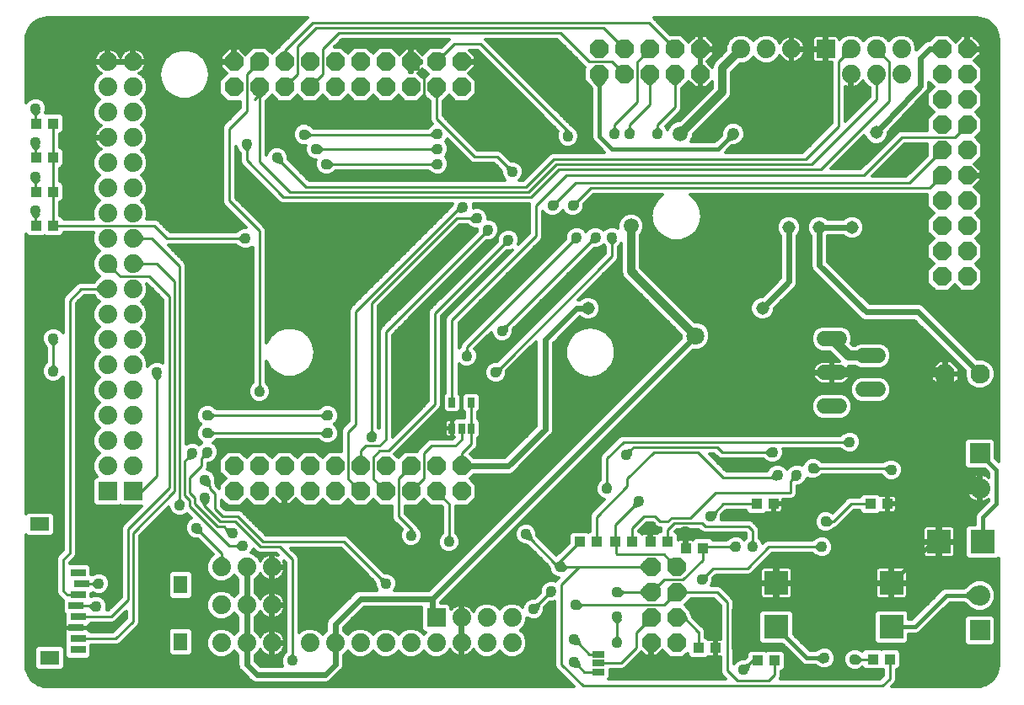
<source format=gbl>
G75*
G70*
%OFA0B0*%
%FSLAX24Y24*%
%IPPOS*%
%LPD*%
%AMOC8*
5,1,8,0,0,1.08239X$1,22.5*
%
%ADD10R,0.0945X0.0945*%
%ADD11R,0.0433X0.0394*%
%ADD12R,0.0800X0.0800*%
%ADD13C,0.0800*%
%ADD14C,0.0760*%
%ADD15OC8,0.0760*%
%ADD16OC8,0.0740*%
%ADD17R,0.0740X0.0740*%
%ADD18C,0.0740*%
%ADD19R,0.0748X0.0551*%
%ADD20R,0.0551X0.0709*%
%ADD21R,0.0591X0.0315*%
%ADD22R,0.0272X0.0390*%
%ADD23C,0.0594*%
%ADD24R,0.0500X0.0250*%
%ADD25C,0.0160*%
%ADD26C,0.0436*%
%ADD27C,0.0700*%
%ADD28C,0.0320*%
%ADD29C,0.0240*%
%ADD30C,0.0100*%
%ADD31C,0.0515*%
%ADD32C,0.0827*%
%ADD33C,0.0500*%
%ADD34C,0.0400*%
%ADD35C,0.0120*%
%ADD36C,0.0200*%
%ADD37C,0.0594*%
%ADD38C,0.0709*%
%ADD39C,0.0476*%
D10*
X031653Y002795D03*
X031653Y004527D03*
X036203Y004527D03*
X036203Y002795D03*
X038087Y006161D03*
X039819Y006161D03*
D11*
X036038Y007661D03*
X035369Y007661D03*
X031538Y007661D03*
X030869Y007661D03*
X028738Y005911D03*
X028069Y005911D03*
X027338Y006161D03*
X026669Y006161D03*
X025938Y006161D03*
X025269Y006161D03*
X024538Y006161D03*
X023869Y006161D03*
X028569Y001961D03*
X029238Y001961D03*
X030919Y001461D03*
X031588Y001461D03*
X035469Y001511D03*
X036138Y001511D03*
X003038Y018661D03*
X002369Y018661D03*
X002369Y020011D03*
X003038Y020011D03*
X003038Y021361D03*
X002369Y021361D03*
X002369Y022711D03*
X003038Y022711D03*
D12*
X039703Y009661D03*
X039703Y002661D03*
D13*
X039703Y004039D03*
X039703Y008283D03*
D14*
X039703Y012811D03*
D15*
X038328Y012811D03*
D16*
X038203Y016661D03*
X039203Y016661D03*
X039203Y017661D03*
X038203Y017661D03*
X038203Y018661D03*
X038203Y019661D03*
X039203Y019661D03*
X039203Y018661D03*
X039203Y020661D03*
X038203Y020661D03*
X038203Y021661D03*
X038203Y022661D03*
X039203Y022661D03*
X039203Y021661D03*
X039203Y023661D03*
X038203Y023661D03*
X038203Y024661D03*
X038203Y025661D03*
X039203Y025661D03*
X039203Y024661D03*
X028653Y024661D03*
X027653Y024661D03*
X026653Y024661D03*
X025653Y024661D03*
X024653Y024661D03*
X024653Y025661D03*
X025653Y025661D03*
X026653Y025661D03*
X027653Y025661D03*
X028653Y025661D03*
X019203Y025161D03*
X018203Y025161D03*
X017203Y025161D03*
X016203Y025161D03*
X015203Y025161D03*
X014203Y025161D03*
X013203Y025161D03*
X012203Y025161D03*
X011203Y025161D03*
X010203Y025161D03*
X010203Y024161D03*
X011203Y024161D03*
X012203Y024161D03*
X013203Y024161D03*
X014203Y024161D03*
X015203Y024161D03*
X016203Y024161D03*
X017203Y024161D03*
X018203Y024161D03*
X019203Y024161D03*
X019203Y009161D03*
X018203Y009161D03*
X017203Y009161D03*
X016203Y009161D03*
X015203Y009161D03*
X014203Y009161D03*
X013203Y009161D03*
X012203Y009161D03*
X011203Y009161D03*
X010203Y009161D03*
X010203Y008161D03*
X011203Y008161D03*
X012203Y008161D03*
X013203Y008161D03*
X014203Y008161D03*
X015203Y008161D03*
X016203Y008161D03*
X017203Y008161D03*
X018203Y008161D03*
X019203Y008161D03*
X026703Y005161D03*
X026703Y004161D03*
X027703Y004161D03*
X027703Y005161D03*
X027703Y003161D03*
X026703Y003161D03*
X026703Y002161D03*
X027703Y002161D03*
D17*
X018203Y003161D03*
X006203Y008161D03*
X005203Y008161D03*
X033603Y025661D03*
D18*
X034603Y025661D03*
X035603Y025661D03*
X036603Y025661D03*
X036603Y024661D03*
X035603Y024661D03*
X034603Y024661D03*
X032253Y025661D03*
X031253Y025661D03*
X030253Y025661D03*
X006203Y025161D03*
X005203Y025161D03*
X005203Y024161D03*
X006203Y024161D03*
X006203Y023161D03*
X005203Y023161D03*
X005203Y022161D03*
X006203Y022161D03*
X006203Y021161D03*
X005203Y021161D03*
X005203Y020161D03*
X005203Y019161D03*
X006203Y019161D03*
X006203Y020161D03*
X006203Y018161D03*
X005203Y018161D03*
X005203Y017161D03*
X005203Y016161D03*
X006203Y016161D03*
X006203Y017161D03*
X006203Y015161D03*
X005203Y015161D03*
X005203Y014161D03*
X005203Y013161D03*
X006203Y013161D03*
X006203Y014161D03*
X006203Y012161D03*
X005203Y012161D03*
X005203Y011161D03*
X005203Y010161D03*
X006203Y010161D03*
X006203Y011161D03*
X006203Y009161D03*
X005203Y009161D03*
X009703Y005161D03*
X010703Y005161D03*
X011703Y005161D03*
X011703Y003661D03*
X010703Y003661D03*
X009703Y003661D03*
X009703Y002161D03*
X010703Y002161D03*
X011703Y002161D03*
X013203Y002161D03*
X014203Y002161D03*
X015203Y002161D03*
X016203Y002161D03*
X017203Y002161D03*
X018203Y002161D03*
X019203Y002161D03*
X020203Y002161D03*
X021203Y002161D03*
X021203Y003161D03*
X020203Y003161D03*
X019203Y003161D03*
D19*
X002918Y001583D03*
X002525Y006858D03*
D20*
X008095Y004457D03*
X008095Y002212D03*
D21*
X004198Y004492D03*
X004040Y004925D03*
X004040Y004059D03*
X003962Y003626D03*
X004040Y003193D03*
X003962Y002760D03*
X004040Y002327D03*
X004040Y001894D03*
D22*
X018829Y010653D03*
X019203Y010653D03*
X019577Y010653D03*
X019577Y011673D03*
X018829Y011673D03*
D23*
X033549Y011523D02*
X034143Y011523D01*
X035084Y012192D02*
X035679Y012192D01*
X034143Y012861D02*
X033549Y012861D01*
X033549Y014200D02*
X034143Y014200D01*
X035084Y013531D02*
X035679Y013531D01*
D24*
X024603Y001711D03*
X024603Y001361D03*
X024603Y001011D03*
D25*
X031653Y002761D02*
X032853Y001561D01*
X033293Y001561D01*
X033480Y001678D01*
X033553Y001561D01*
X033480Y001444D01*
X033293Y001561D01*
X033480Y001678D01*
X033553Y001561D01*
X033480Y001444D01*
X033293Y001561D01*
X033480Y001678D01*
X033553Y001561D02*
X033293Y001561D01*
X033480Y001444D01*
X033293Y001561D02*
X033293Y001561D01*
X033293Y001561D01*
X034953Y002211D02*
X034953Y004061D01*
X035403Y004511D01*
X036187Y004511D01*
X036203Y004527D01*
X037837Y006161D01*
X038087Y006161D01*
X038087Y008245D01*
X039819Y007127D02*
X040353Y007661D01*
X040353Y009011D01*
X039703Y009661D01*
X039819Y007127D02*
X039819Y006161D01*
X039703Y004039D02*
X039302Y004039D01*
X038381Y004039D01*
X037153Y002811D01*
X036219Y002811D01*
X036953Y002011D02*
X035153Y002011D01*
X034953Y002211D01*
X036953Y002011D02*
X037103Y001861D01*
X037103Y001723D01*
X037091Y001504D01*
X036953Y001511D01*
X036900Y001639D01*
X037103Y001723D01*
X037103Y001661D01*
X036953Y001511D01*
X031653Y002761D02*
X031653Y002795D01*
X029353Y021711D02*
X025153Y021711D01*
X024653Y022211D01*
X024653Y024321D01*
X024653Y024661D01*
X029353Y021711D02*
X029739Y022097D01*
X029800Y022348D01*
X029953Y022311D01*
X029990Y022158D01*
X029739Y022097D01*
X029953Y022311D01*
D26*
X026953Y022311D03*
X025853Y022311D03*
X025253Y022311D03*
X023403Y022211D03*
X022453Y022011D03*
X021203Y020811D03*
X020453Y020661D03*
X018803Y020711D03*
X018253Y021111D03*
X018253Y021711D03*
X018253Y022311D03*
X017703Y023361D03*
X013853Y021111D03*
X013453Y021711D03*
X012978Y022286D03*
X012103Y022311D03*
X011903Y021361D03*
X010703Y021911D03*
X008953Y022711D03*
X008153Y022711D03*
X007353Y022711D03*
X004203Y020861D03*
X002353Y020611D03*
X002353Y019261D03*
X002953Y017161D03*
X002953Y016361D03*
X003053Y014211D03*
X003053Y012911D03*
X007153Y012861D03*
X007003Y014661D03*
X009553Y013561D03*
X011203Y012111D03*
X011903Y012111D03*
X013903Y011161D03*
X013903Y010461D03*
X014403Y011911D03*
X015653Y010311D03*
X017103Y011961D03*
X018153Y010661D03*
X021103Y011411D03*
X020553Y012861D03*
X019403Y013511D03*
X020803Y014511D03*
X021803Y013211D03*
X024053Y011261D03*
X025703Y009611D03*
X024953Y008261D03*
X023703Y007761D03*
X021753Y006461D03*
X023103Y005161D03*
X022753Y004211D03*
X023703Y003661D03*
X022053Y003511D03*
X023653Y002311D03*
X023653Y001411D03*
X022203Y001911D03*
X025353Y002161D03*
X025353Y003211D03*
X025353Y004161D03*
X028703Y004661D03*
X030053Y005961D03*
X030703Y005961D03*
X029053Y007161D03*
X028053Y006561D03*
X026703Y006761D03*
X026203Y007761D03*
X030703Y009211D03*
X031503Y009711D03*
X031703Y008811D03*
X032453Y008811D03*
X033103Y009061D03*
X034553Y009511D03*
X034553Y010111D03*
X036203Y009011D03*
X033603Y006961D03*
X033453Y005961D03*
X030203Y001661D03*
X030353Y001111D03*
X029253Y001361D03*
X033553Y001561D03*
X034753Y001511D03*
X036953Y001511D03*
X028453Y011511D03*
X028453Y012811D03*
X025153Y018211D03*
X024503Y018211D03*
X023753Y018211D03*
X023603Y019461D03*
X022803Y019461D03*
X021003Y019211D03*
X019803Y018961D03*
X020253Y018511D03*
X021053Y018111D03*
X019253Y019411D03*
X014653Y018861D03*
X011953Y018761D03*
X010653Y018161D03*
X008703Y018661D03*
X008703Y019661D03*
X009853Y015811D03*
X016453Y015561D03*
X017703Y015361D03*
X017003Y013561D03*
X009153Y011161D03*
X009153Y010461D03*
X009153Y009711D03*
X008553Y009661D03*
X009053Y008611D03*
X009053Y007911D03*
X008053Y007611D03*
X008703Y006711D03*
X010153Y006511D03*
X010553Y006011D03*
X013203Y003761D03*
X016203Y004511D03*
X017203Y003161D03*
X018703Y006161D03*
X019603Y006511D03*
X017203Y006411D03*
X016253Y006411D03*
X012503Y001461D03*
X008403Y001061D03*
X006153Y001061D03*
X004753Y003611D03*
X004853Y004511D03*
X004853Y005861D03*
X002703Y003861D03*
X029603Y019361D03*
X036503Y022561D03*
X037103Y021561D03*
X032753Y024611D03*
X039653Y014961D03*
X003003Y024961D03*
X002353Y023311D03*
X002353Y021961D03*
D27*
X036203Y002795D02*
X036219Y002811D01*
X038653Y008411D02*
X039575Y008411D01*
X039703Y008283D01*
X038653Y008411D02*
X038328Y008736D01*
X038328Y012811D01*
D28*
X028453Y014311D02*
X025903Y016861D01*
X025903Y018661D01*
X027853Y022311D02*
X029503Y023961D01*
X029503Y024911D01*
X030253Y025661D01*
X024818Y024531D02*
X024653Y024661D01*
X024488Y024531D01*
X024653Y024321D01*
X024818Y024531D01*
X039560Y004232D02*
X039703Y004039D01*
X039560Y003847D01*
X039302Y004039D01*
X039560Y004232D01*
D29*
X038087Y008245D02*
X038253Y008411D01*
X039703Y012811D02*
X037253Y015261D01*
X035203Y015261D01*
X033353Y017111D01*
X033353Y018611D01*
X034653Y018611D01*
X032153Y018611D02*
X032153Y016461D01*
X031103Y015411D01*
X030203Y014511D02*
X031853Y012861D01*
X033846Y012861D01*
X030203Y014511D02*
X030203Y018361D01*
X035603Y022361D02*
X037353Y024211D01*
X037353Y025311D01*
X037703Y025661D01*
X038203Y025661D01*
X024203Y015411D02*
X023753Y015411D01*
X022503Y014161D01*
X022503Y010611D01*
X021053Y009161D01*
X019203Y009161D01*
X018053Y003911D02*
X015203Y003911D01*
X014203Y002911D01*
X014203Y002161D01*
X014203Y001311D01*
X013803Y000911D01*
X011103Y000911D01*
X010703Y001311D01*
X010703Y002161D01*
X010703Y003661D01*
X010703Y005161D01*
X018053Y003911D02*
X018053Y003311D01*
X018203Y003161D01*
X018053Y003911D02*
X028453Y014311D01*
D30*
X025153Y017461D02*
X020737Y013045D01*
X020721Y012848D01*
X020553Y012861D01*
X020540Y013029D01*
X020737Y013045D01*
X020553Y012861D01*
X021103Y012511D02*
X021620Y013028D01*
X021636Y013225D01*
X021803Y013211D01*
X021817Y013044D01*
X021620Y013028D01*
X021803Y013211D01*
X021103Y012511D02*
X021103Y011671D01*
X021231Y011520D01*
X021103Y011411D01*
X020975Y011520D01*
X021103Y011671D01*
X021103Y011411D01*
X019577Y011673D02*
X019577Y010653D01*
X019577Y010035D01*
X019203Y009661D01*
X019203Y009501D01*
X019203Y009161D01*
X019227Y009187D01*
X018953Y009961D02*
X018003Y009961D01*
X017703Y009661D01*
X017703Y008661D01*
X017444Y008402D01*
X017203Y008161D01*
X016703Y008661D02*
X016963Y008921D01*
X017203Y009161D01*
X016703Y008661D02*
X016703Y007171D01*
X017203Y006671D01*
X017331Y006520D01*
X017203Y006411D01*
X017331Y006520D01*
X017203Y006411D01*
X017075Y006520D01*
X017203Y006411D01*
X017075Y006520D01*
X017203Y006671D01*
X017075Y006520D01*
X017203Y006671D01*
X017203Y006671D01*
X017331Y006520D01*
X017203Y006671D01*
X017203Y006671D01*
X017203Y006411D01*
X018575Y006270D02*
X018703Y006161D01*
X018831Y006270D01*
X018703Y006161D01*
X018575Y006270D01*
X018703Y006421D01*
X018831Y006270D01*
X018703Y006161D01*
X018575Y006270D01*
X018703Y006421D01*
X018575Y006270D01*
X018703Y006161D02*
X018703Y006421D01*
X018703Y006421D01*
X018831Y006270D01*
X018703Y006421D01*
X018703Y007661D01*
X018444Y007921D01*
X018203Y008161D01*
X016203Y008161D02*
X015963Y008402D01*
X015703Y008661D01*
X015703Y009511D01*
X015953Y009761D01*
X016303Y009761D01*
X018153Y011611D01*
X018153Y015211D01*
X020870Y017928D01*
X020886Y018125D01*
X021053Y018111D01*
X021067Y017944D01*
X020870Y017928D01*
X021053Y018111D01*
X020267Y018344D02*
X020253Y018511D01*
X020086Y018525D01*
X020070Y018328D01*
X020267Y018344D01*
X020253Y018511D02*
X020070Y018328D01*
X016203Y014461D01*
X016203Y010211D01*
X015953Y009961D01*
X015403Y009961D01*
X015203Y009761D01*
X015203Y009501D01*
X015203Y009161D01*
X014703Y008661D02*
X014963Y008402D01*
X015203Y008161D01*
X014703Y008661D02*
X014703Y010511D01*
X015003Y010811D01*
X015003Y015261D01*
X019026Y019284D01*
X019096Y019470D01*
X019253Y019411D01*
X019221Y019246D01*
X019026Y019284D01*
X019153Y019411D01*
X019253Y019411D01*
X019003Y018961D02*
X015653Y015611D01*
X015653Y010571D01*
X015781Y010420D01*
X015653Y010311D01*
X015781Y010420D01*
X015653Y010311D01*
X015525Y010420D01*
X015653Y010311D01*
X015525Y010420D01*
X015653Y010571D01*
X015525Y010420D01*
X015653Y010571D01*
X015653Y010571D01*
X015781Y010420D01*
X015653Y010571D01*
X015653Y010571D01*
X015653Y010311D01*
X013903Y010461D02*
X013795Y010333D01*
X013643Y010461D01*
X013795Y010589D01*
X013903Y010461D01*
X013795Y010589D01*
X013643Y010461D01*
X013795Y010333D01*
X013903Y010461D01*
X013794Y010589D01*
X013643Y010461D01*
X013794Y010333D01*
X013903Y010461D01*
X013643Y010461D01*
X013643Y010461D01*
X013643Y010461D01*
X009413Y010461D01*
X009262Y010333D01*
X009153Y010461D01*
X009262Y010589D01*
X009413Y010461D01*
X009262Y010333D01*
X009153Y010461D01*
X009262Y010589D01*
X009153Y010461D01*
X009262Y010333D01*
X009413Y010461D01*
X009413Y010461D01*
X009262Y010589D01*
X009413Y010461D01*
X009413Y010461D01*
X009153Y010461D01*
X009262Y011033D02*
X009153Y011161D01*
X009262Y011289D01*
X009413Y011161D01*
X009262Y011033D01*
X009153Y011161D01*
X009262Y011289D01*
X009153Y011161D01*
X009262Y011033D01*
X009413Y011161D01*
X009262Y011033D01*
X009153Y011161D02*
X009413Y011161D01*
X009413Y011161D01*
X009262Y011289D01*
X009413Y011161D01*
X013643Y011161D01*
X013795Y011289D01*
X013903Y011161D01*
X013795Y011289D01*
X013643Y011161D01*
X013795Y011033D01*
X013903Y011161D01*
X013795Y011033D01*
X013643Y011161D01*
X013794Y011289D01*
X013903Y011161D01*
X013794Y011033D01*
X013643Y011161D01*
X013643Y011161D01*
X013903Y011161D01*
X013643Y011161D02*
X013643Y011161D01*
X011331Y012220D02*
X011203Y012111D01*
X011075Y012220D01*
X011203Y012111D01*
X011331Y012220D01*
X011203Y012371D01*
X011075Y012220D01*
X011203Y012371D01*
X011075Y012220D01*
X011203Y012111D01*
X011331Y012220D01*
X011203Y012371D01*
X011203Y012371D01*
X011331Y012220D01*
X011203Y012111D02*
X011203Y012371D01*
X011203Y018461D01*
X010003Y019661D01*
X010003Y022511D01*
X010703Y023211D01*
X010703Y024661D01*
X010963Y024921D01*
X011203Y025161D01*
X012203Y025161D02*
X012203Y025501D01*
X012203Y025611D01*
X013303Y026711D01*
X026603Y026711D01*
X027413Y025902D01*
X027653Y025661D01*
X026653Y025661D02*
X026413Y025421D01*
X026153Y025161D01*
X026153Y023561D01*
X025253Y022661D01*
X025253Y022571D01*
X025381Y022420D01*
X025253Y022311D01*
X025381Y022420D01*
X025253Y022311D01*
X025125Y022420D01*
X025253Y022311D01*
X025125Y022420D01*
X025253Y022571D01*
X025125Y022420D01*
X025253Y022571D01*
X025253Y022571D01*
X025381Y022420D01*
X025253Y022571D01*
X025253Y022571D01*
X025253Y022311D01*
X025725Y022420D02*
X025853Y022571D01*
X025981Y022420D01*
X025853Y022311D01*
X025981Y022420D01*
X025853Y022311D01*
X025725Y022420D01*
X025853Y022311D01*
X025725Y022420D01*
X025853Y022571D01*
X025725Y022420D01*
X025853Y022311D02*
X025853Y022571D01*
X025853Y022571D01*
X025981Y022420D01*
X025853Y022571D01*
X025853Y022661D01*
X026653Y023461D01*
X026653Y024321D01*
X026653Y024661D01*
X025653Y024661D02*
X025413Y024902D01*
X025153Y025161D01*
X024253Y025161D01*
X023103Y026311D01*
X014353Y026311D01*
X013703Y025661D01*
X013703Y024661D01*
X013444Y024402D01*
X013203Y024161D01*
X012703Y024661D02*
X012703Y025761D01*
X013453Y026511D01*
X024803Y026511D01*
X025413Y025902D01*
X025653Y025661D01*
X027653Y024661D02*
X027653Y024321D01*
X027653Y023361D01*
X026953Y022661D01*
X026953Y022571D01*
X027081Y022420D01*
X026953Y022311D01*
X027081Y022420D01*
X026953Y022311D01*
X026825Y022420D01*
X026953Y022311D01*
X026825Y022420D01*
X026953Y022571D01*
X026825Y022420D01*
X026953Y022571D01*
X026953Y022571D01*
X027081Y022420D01*
X026953Y022571D01*
X026953Y022571D01*
X026953Y022311D01*
X025853Y022571D02*
X025853Y022571D01*
X023506Y022344D02*
X023403Y022211D01*
X023255Y022291D01*
X023349Y022465D01*
X023506Y022344D01*
X023403Y022211D01*
X023255Y022291D01*
X023255Y022291D01*
X023349Y022465D01*
X023506Y022344D01*
X023349Y022465D01*
X023349Y022465D01*
X023255Y022291D01*
X023403Y022211D01*
X023403Y022411D01*
X023349Y022465D01*
X023349Y022465D01*
X019953Y025861D01*
X018903Y025861D01*
X018444Y025402D01*
X018203Y025161D01*
X017703Y024661D02*
X017703Y023621D01*
X017831Y023470D01*
X017703Y023361D01*
X017831Y023470D01*
X017703Y023361D01*
X017575Y023470D01*
X017703Y023361D01*
X017575Y023470D01*
X017703Y023621D01*
X017575Y023470D01*
X017703Y023621D01*
X017703Y023621D01*
X017831Y023470D01*
X017703Y023621D01*
X017703Y023361D01*
X017703Y023621D02*
X017703Y023621D01*
X018203Y023821D02*
X018203Y024161D01*
X018203Y023821D02*
X018203Y022911D01*
X019703Y021411D01*
X020603Y021411D01*
X021020Y020995D01*
X021217Y020979D01*
X021203Y020811D01*
X021036Y020798D01*
X021020Y020995D01*
X021203Y020811D01*
X020453Y020661D02*
X020371Y020808D01*
X020198Y020711D01*
X020322Y020556D01*
X020453Y020661D01*
X020403Y020711D01*
X020198Y020711D01*
X019063Y020711D01*
X018912Y020583D01*
X018803Y020711D01*
X018912Y020839D01*
X019063Y020711D01*
X018912Y020583D01*
X018803Y020711D01*
X018912Y020839D01*
X018803Y020711D01*
X018912Y020583D01*
X019063Y020711D01*
X019063Y020711D01*
X018912Y020839D01*
X019063Y020711D01*
X019063Y020711D01*
X018803Y020711D01*
X018253Y021111D02*
X018145Y020983D01*
X017993Y021111D01*
X018145Y021239D01*
X018253Y021111D01*
X018145Y021239D01*
X017993Y021111D01*
X018145Y020983D01*
X018253Y021111D01*
X018144Y021239D01*
X017993Y021111D01*
X018144Y020983D01*
X018253Y021111D01*
X017993Y021111D01*
X017993Y021111D01*
X017993Y021111D01*
X014113Y021111D01*
X013962Y020983D01*
X013853Y021111D01*
X013962Y021239D01*
X014113Y021111D01*
X013962Y020983D01*
X013853Y021111D01*
X013962Y021239D01*
X013853Y021111D01*
X013962Y020983D01*
X014113Y021111D01*
X014113Y021111D01*
X013962Y021239D01*
X014113Y021111D01*
X014113Y021111D01*
X013853Y021111D01*
X013562Y021583D02*
X013453Y021711D01*
X013562Y021839D01*
X013713Y021711D01*
X013562Y021583D01*
X013453Y021711D01*
X013562Y021839D01*
X013453Y021711D01*
X013562Y021583D01*
X013713Y021711D01*
X013562Y021583D01*
X013453Y021711D02*
X013713Y021711D01*
X013713Y021711D01*
X013562Y021839D01*
X013713Y021711D01*
X017993Y021711D01*
X018145Y021839D01*
X018253Y021711D01*
X018145Y021839D01*
X017993Y021711D01*
X018145Y021583D01*
X018253Y021711D01*
X018145Y021583D01*
X017993Y021711D01*
X018144Y021839D01*
X018253Y021711D01*
X018144Y021583D01*
X017993Y021711D01*
X017993Y021711D01*
X018253Y021711D01*
X017993Y021711D02*
X017993Y021711D01*
X018157Y022173D02*
X017995Y022286D01*
X018133Y022428D01*
X018253Y022311D01*
X018157Y022173D01*
X018228Y022286D02*
X017995Y022286D01*
X013238Y022286D01*
X013087Y022158D01*
X012978Y022286D01*
X013087Y022414D01*
X013238Y022286D01*
X013087Y022158D01*
X012978Y022286D01*
X013087Y022414D01*
X012978Y022286D01*
X013087Y022158D01*
X013238Y022286D01*
X013238Y022286D01*
X013087Y022414D01*
X013238Y022286D01*
X013238Y022286D01*
X012978Y022286D01*
X013713Y021711D02*
X013713Y021711D01*
X013053Y020211D02*
X012087Y021178D01*
X011890Y021194D01*
X011903Y021361D01*
X012071Y021375D01*
X012087Y021178D01*
X011903Y021361D01*
X011203Y021211D02*
X011203Y023821D01*
X011203Y024161D01*
X011203Y023861D01*
X011165Y023823D01*
X011003Y023661D01*
X012203Y024161D02*
X012444Y024402D01*
X012703Y024661D01*
X010703Y021911D02*
X010575Y021802D01*
X010703Y021911D01*
X010831Y021802D01*
X010703Y021651D01*
X010703Y021651D01*
X010831Y021802D01*
X010703Y021911D01*
X010575Y021802D01*
X010703Y021651D01*
X010703Y021651D01*
X010703Y021261D01*
X012153Y019811D01*
X021953Y019811D01*
X023053Y020911D01*
X033403Y020911D01*
X036103Y023611D01*
X036103Y025161D01*
X035844Y025421D01*
X035603Y025661D01*
X034603Y025661D02*
X034363Y025421D01*
X034103Y025161D01*
X034103Y022611D01*
X032803Y021311D01*
X022853Y021311D01*
X021753Y020211D01*
X013053Y020211D01*
X012403Y020011D02*
X011203Y021211D01*
X010703Y021651D02*
X010575Y021802D01*
X010703Y021651D01*
X010831Y021802D01*
X010703Y021911D01*
X010703Y021651D01*
X012403Y020011D02*
X021853Y020011D01*
X022953Y021111D01*
X033053Y021111D01*
X035603Y023661D01*
X035603Y024321D01*
X035603Y024661D01*
X036603Y022161D02*
X038703Y022161D01*
X038963Y022421D01*
X039203Y022661D01*
X038203Y021661D02*
X037963Y021421D01*
X036903Y020361D01*
X023703Y020361D01*
X022987Y019645D01*
X022971Y019448D01*
X022803Y019461D01*
X022790Y019629D01*
X022987Y019645D01*
X022803Y019461D01*
X022153Y019461D02*
X023353Y020661D01*
X035103Y020661D01*
X036603Y022161D01*
X038203Y020661D02*
X037963Y020421D01*
X037703Y020161D01*
X024303Y020161D01*
X023787Y019645D01*
X023771Y019448D01*
X023603Y019461D01*
X023590Y019629D01*
X023787Y019645D01*
X023603Y019461D01*
X022153Y019461D02*
X022153Y018261D01*
X018829Y014937D01*
X018829Y011673D01*
X019203Y010653D02*
X019203Y010211D01*
X018953Y009961D01*
X018703Y006421D02*
X018703Y006421D01*
X016217Y004679D02*
X016203Y004511D01*
X016036Y004498D01*
X016020Y004695D01*
X016217Y004679D01*
X016203Y004511D02*
X016020Y004695D01*
X014553Y006161D01*
X011353Y006161D01*
X010353Y007161D01*
X009753Y007161D01*
X009453Y007461D01*
X009453Y008061D01*
X009253Y008261D01*
X009253Y008351D01*
X009205Y008400D01*
X009012Y008448D01*
X009053Y008611D01*
X009221Y008597D01*
X009205Y008400D01*
X009203Y008401D01*
X008975Y008502D01*
X009053Y008611D01*
X009181Y008652D01*
X009203Y008401D01*
X009053Y008611D01*
X008903Y009161D02*
X008453Y008711D01*
X008453Y008111D01*
X008653Y007911D01*
X008653Y007661D01*
X009553Y006761D01*
X009803Y006761D01*
X009894Y006671D01*
X010177Y006675D01*
X010153Y006511D01*
X010147Y006679D01*
X009949Y006672D01*
X009989Y006478D01*
X010153Y006511D01*
X010109Y006674D01*
X009918Y006622D01*
X010000Y006441D01*
X010153Y006511D01*
X010129Y006678D01*
X009933Y006649D01*
X009993Y006461D01*
X010153Y006511D01*
X010021Y006415D01*
X009918Y006622D01*
X009894Y006671D01*
X009933Y006649D01*
X010003Y006611D01*
X010153Y006511D01*
X010445Y006139D02*
X010553Y006011D01*
X010445Y005883D01*
X010293Y006011D01*
X010445Y006139D01*
X010553Y006011D01*
X010445Y005883D01*
X010293Y006011D01*
X010445Y006139D01*
X010444Y006139D02*
X010553Y006011D01*
X010444Y005883D01*
X010293Y006011D01*
X010444Y006139D01*
X010553Y006011D02*
X010293Y006011D01*
X010293Y006011D01*
X010003Y006011D01*
X008453Y007561D01*
X008453Y007811D01*
X008253Y008011D01*
X008253Y009361D01*
X008370Y009478D01*
X008386Y009675D01*
X008553Y009661D01*
X008567Y009494D01*
X008370Y009478D01*
X008553Y009661D01*
X008903Y009461D02*
X008903Y009161D01*
X008903Y009461D02*
X008970Y009528D01*
X008986Y009725D01*
X009153Y009711D01*
X009167Y009544D01*
X008970Y009528D01*
X009153Y009711D01*
X009413Y011161D02*
X009413Y011161D01*
X011203Y012371D02*
X011203Y012371D01*
X007281Y012752D02*
X007153Y012861D01*
X007025Y012752D01*
X007153Y012861D01*
X007281Y012752D01*
X007153Y012601D01*
X007153Y012601D01*
X007281Y012752D01*
X007153Y012861D01*
X007025Y012752D01*
X007153Y012601D01*
X007153Y012601D01*
X007153Y008761D01*
X006553Y008161D01*
X006203Y008161D01*
X007653Y008311D02*
X007653Y015861D01*
X006853Y016661D01*
X005703Y016661D01*
X005444Y016921D01*
X005203Y017161D01*
X005203Y016161D02*
X004863Y016161D01*
X004153Y016161D01*
X003703Y015711D01*
X003703Y005711D01*
X003453Y005461D01*
X003453Y004211D01*
X003606Y004059D01*
X004040Y004059D01*
X003962Y003626D02*
X004494Y003626D01*
X004652Y003745D01*
X004753Y003611D01*
X004637Y003489D01*
X004494Y003626D01*
X004739Y003626D01*
X004753Y003611D01*
X005335Y003193D02*
X004040Y003193D01*
X004040Y002327D02*
X005519Y002327D01*
X006203Y003011D01*
X006203Y006511D01*
X007853Y008161D01*
X007853Y016461D01*
X007153Y017161D01*
X006543Y017161D01*
X006203Y017161D01*
X006203Y018161D02*
X006543Y018161D01*
X006953Y018161D01*
X008053Y017061D01*
X008053Y007871D01*
X008181Y007720D01*
X008053Y007611D01*
X008181Y007720D01*
X008053Y007611D01*
X007925Y007720D01*
X008053Y007611D01*
X007925Y007720D01*
X008053Y007871D01*
X007925Y007720D01*
X008053Y007871D01*
X008053Y007871D01*
X008181Y007720D01*
X008053Y007871D01*
X008053Y007871D01*
X008053Y007611D01*
X008906Y007830D02*
X009001Y007657D01*
X009157Y007779D01*
X009053Y007911D01*
X008906Y007830D01*
X008907Y007829D02*
X009053Y007911D01*
X008908Y007826D01*
X009008Y007655D01*
X009161Y007782D01*
X009053Y007911D01*
X009159Y007780D01*
X009157Y007779D01*
X009004Y007656D01*
X008907Y007829D01*
X008925Y007852D02*
X009053Y007911D01*
X009181Y007802D01*
X009003Y007651D01*
X009003Y007611D01*
X009653Y006961D01*
X010253Y006961D01*
X011253Y005961D01*
X012003Y005961D01*
X012503Y005461D01*
X012503Y001721D01*
X012631Y001570D01*
X012503Y001461D01*
X012631Y001570D01*
X012503Y001461D01*
X012375Y001570D01*
X012503Y001461D01*
X012375Y001570D01*
X012503Y001721D01*
X012375Y001570D01*
X012503Y001721D01*
X012503Y001721D01*
X012631Y001570D01*
X012503Y001721D01*
X012503Y001721D01*
X012503Y001461D01*
X009703Y005161D02*
X009703Y005501D01*
X009703Y005711D01*
X008887Y006528D01*
X008690Y006544D01*
X008703Y006711D01*
X008871Y006725D01*
X008887Y006528D01*
X008703Y006711D01*
X009003Y007651D02*
X008925Y007852D01*
X009053Y007911D02*
X009003Y007651D01*
X007653Y008311D02*
X006003Y006661D01*
X006003Y003861D01*
X005335Y003193D01*
X004745Y004383D02*
X004853Y004511D01*
X004745Y004639D01*
X004853Y004511D01*
X004745Y004383D01*
X004593Y004511D01*
X004745Y004639D01*
X004593Y004511D01*
X004745Y004383D01*
X004744Y004383D02*
X004853Y004511D01*
X004744Y004639D01*
X004593Y004511D01*
X004744Y004383D01*
X004853Y004511D02*
X004593Y004511D01*
X004593Y004511D01*
X004217Y004511D01*
X004198Y004492D01*
X004593Y004511D02*
X004593Y004511D01*
X010293Y006011D02*
X010293Y006011D01*
X007153Y012601D02*
X007025Y012752D01*
X007153Y012601D01*
X007281Y012752D01*
X007153Y012861D02*
X007153Y012601D01*
X003181Y013020D02*
X003053Y012911D01*
X002925Y013020D01*
X003053Y012911D01*
X003181Y013020D01*
X003053Y013171D01*
X002925Y013020D01*
X003053Y013171D01*
X002925Y013020D01*
X003053Y012911D01*
X003181Y013020D01*
X003053Y013171D01*
X003053Y013171D01*
X003181Y013020D01*
X003053Y012911D02*
X003053Y013171D01*
X003053Y013951D01*
X003053Y013951D01*
X003181Y014102D01*
X003053Y014211D01*
X002925Y014102D01*
X003053Y014211D01*
X002925Y014102D01*
X003053Y013951D01*
X003053Y013951D01*
X002925Y014102D01*
X003053Y013951D01*
X003181Y014102D01*
X003053Y014211D01*
X003181Y014102D01*
X003053Y013951D01*
X003053Y014211D01*
X003053Y013171D02*
X003053Y013171D01*
X007553Y018161D02*
X007053Y018661D01*
X003038Y018661D01*
X003038Y020011D01*
X003038Y021361D01*
X003038Y022711D01*
X002481Y023202D02*
X002353Y023311D01*
X002225Y023202D01*
X002353Y023311D01*
X002481Y023202D01*
X002353Y023051D01*
X002353Y023051D01*
X002481Y023202D01*
X002353Y023311D01*
X002225Y023202D01*
X002353Y023051D01*
X002353Y022727D01*
X002369Y022711D01*
X002353Y023051D02*
X002353Y023051D01*
X002225Y023202D01*
X002353Y023051D01*
X002481Y023202D01*
X002353Y023311D02*
X002353Y023051D01*
X002353Y021961D02*
X002225Y021852D01*
X002353Y021961D01*
X002481Y021852D01*
X002353Y021701D01*
X002353Y021701D01*
X002481Y021852D01*
X002353Y021961D01*
X002225Y021852D01*
X002353Y021701D01*
X002353Y021377D01*
X002369Y021361D01*
X002353Y021701D02*
X002353Y021701D01*
X002225Y021852D01*
X002353Y021701D01*
X002481Y021852D01*
X002353Y021961D01*
X002353Y021701D01*
X002353Y020611D02*
X002225Y020502D01*
X002353Y020611D01*
X002481Y020502D01*
X002353Y020351D01*
X002353Y020351D01*
X002481Y020502D01*
X002353Y020611D01*
X002225Y020502D01*
X002353Y020351D01*
X002353Y020027D01*
X002369Y020011D01*
X002353Y020351D02*
X002353Y020351D01*
X002225Y020502D01*
X002353Y020351D01*
X002481Y020502D01*
X002353Y020611D01*
X002353Y020351D01*
X002353Y019261D02*
X002225Y019152D01*
X002353Y019261D01*
X002481Y019152D01*
X002353Y019001D01*
X002353Y019001D01*
X002481Y019152D01*
X002353Y019261D01*
X002225Y019152D01*
X002353Y019001D01*
X002353Y018677D01*
X002369Y018661D01*
X002353Y019001D02*
X002353Y019001D01*
X002225Y019152D01*
X002353Y019001D01*
X002481Y019152D01*
X002353Y019261D01*
X002353Y019001D01*
X007553Y018161D02*
X010393Y018161D01*
X010545Y018289D01*
X010653Y018161D01*
X010545Y018289D01*
X010393Y018161D01*
X010545Y018033D01*
X010653Y018161D01*
X010545Y018033D01*
X010393Y018161D01*
X010544Y018289D01*
X010653Y018161D01*
X010544Y018033D01*
X010393Y018161D01*
X010393Y018161D01*
X010393Y018161D01*
X010653Y018161D01*
X016990Y013729D02*
X017003Y013561D01*
X017171Y013548D01*
X017187Y013745D01*
X016990Y013729D01*
X017003Y013561D02*
X017187Y013745D01*
X017703Y014261D01*
X017703Y015101D01*
X017703Y015101D01*
X017831Y015252D01*
X017703Y015361D01*
X017575Y015252D01*
X017703Y015361D01*
X017575Y015252D01*
X017703Y015101D01*
X017703Y015101D01*
X017575Y015252D01*
X017703Y015101D01*
X017831Y015252D01*
X017703Y015361D01*
X017831Y015252D01*
X017703Y015101D01*
X017703Y015361D01*
X019403Y013861D02*
X023570Y018028D01*
X023586Y018225D01*
X023753Y018211D01*
X023767Y018044D01*
X023570Y018028D01*
X023753Y018211D01*
X024336Y018225D02*
X024320Y018028D01*
X024517Y018044D01*
X024503Y018211D01*
X024336Y018225D01*
X024503Y018211D02*
X024320Y018028D01*
X020987Y014695D01*
X020971Y014498D01*
X020803Y014511D01*
X020790Y014679D01*
X020987Y014695D01*
X020803Y014511D01*
X019403Y013861D02*
X019403Y013771D01*
X019531Y013620D01*
X019403Y013511D01*
X019531Y013620D01*
X019403Y013511D01*
X019275Y013620D01*
X019403Y013511D01*
X019275Y013620D01*
X019403Y013771D01*
X019275Y013620D01*
X019403Y013771D01*
X019403Y013771D01*
X019531Y013620D01*
X019403Y013771D01*
X019403Y013771D01*
X019403Y013511D01*
X025153Y017461D02*
X025153Y017951D01*
X025153Y017951D01*
X025281Y018102D01*
X025153Y018211D01*
X025025Y018102D01*
X025153Y018211D01*
X025025Y018102D01*
X025153Y017951D01*
X025153Y017951D01*
X025025Y018102D01*
X025153Y017951D01*
X025281Y018102D01*
X025153Y018211D01*
X025281Y018102D01*
X025153Y017951D01*
X025153Y018211D01*
X019803Y018961D02*
X019695Y019089D01*
X019803Y018961D01*
X019695Y018833D01*
X019543Y018961D01*
X019695Y019089D01*
X019543Y018961D01*
X019695Y018833D01*
X019803Y018961D01*
X019694Y019089D01*
X019543Y018961D01*
X019694Y018833D01*
X019803Y018961D01*
X019543Y018961D01*
X019543Y018961D01*
X019543Y018961D01*
X019003Y018961D01*
X018228Y022286D02*
X018253Y022311D01*
X017703Y024661D02*
X017444Y024921D01*
X017203Y025161D01*
X034293Y010111D02*
X034445Y010239D01*
X034553Y010111D01*
X034445Y010239D01*
X034293Y010111D01*
X034445Y009983D01*
X034553Y010111D01*
X034445Y009983D01*
X034293Y010111D01*
X034444Y010239D01*
X034553Y010111D01*
X034444Y009983D01*
X034293Y010111D01*
X034293Y010111D01*
X034553Y010111D01*
X034293Y010111D02*
X034293Y010111D01*
X025603Y010111D01*
X024953Y009461D01*
X024953Y008521D01*
X025081Y008370D01*
X024953Y008261D01*
X025081Y008370D01*
X024953Y008261D01*
X024825Y008370D01*
X024953Y008261D01*
X024825Y008370D01*
X024953Y008521D01*
X024825Y008370D01*
X024953Y008521D01*
X024953Y008521D01*
X025081Y008370D01*
X024953Y008521D01*
X024953Y008521D01*
X024953Y008261D01*
X025753Y008361D02*
X025753Y008661D01*
X026803Y009711D01*
X028553Y009711D01*
X029553Y008711D01*
X031463Y008711D01*
X031554Y008888D01*
X031703Y008811D01*
X031652Y008651D01*
X031463Y008711D01*
X031603Y008711D01*
X031703Y008811D01*
X032203Y008561D02*
X032270Y008628D01*
X032286Y008825D01*
X032453Y008811D01*
X032467Y008644D01*
X032270Y008628D01*
X032453Y008811D01*
X032203Y008561D02*
X032203Y008111D01*
X029253Y008111D01*
X028253Y007111D01*
X027503Y007111D01*
X027353Y006961D01*
X027053Y006961D01*
X026853Y007161D01*
X026403Y007161D01*
X025953Y006711D01*
X025953Y006477D01*
X025938Y006161D01*
X025303Y006127D02*
X025303Y005711D01*
X025353Y005661D01*
X027203Y005661D01*
X027463Y005402D01*
X027703Y005161D01*
X027953Y004661D02*
X027203Y004661D01*
X026944Y004402D01*
X026703Y004161D01*
X026363Y004161D01*
X025613Y004161D01*
X025462Y004033D01*
X025353Y004161D01*
X025462Y004289D01*
X025613Y004161D01*
X025462Y004033D01*
X025353Y004161D01*
X025462Y004289D01*
X025353Y004161D01*
X025462Y004033D01*
X025613Y004161D01*
X025613Y004161D01*
X025462Y004289D01*
X025613Y004161D01*
X025613Y004161D01*
X025353Y004161D01*
X026363Y005161D02*
X026703Y005161D01*
X026363Y005161D02*
X023853Y005161D01*
X023828Y005136D01*
X023803Y005161D01*
X023363Y005161D01*
X023212Y005033D01*
X023103Y005161D01*
X023094Y005329D01*
X022896Y005318D01*
X022939Y005125D01*
X023103Y005161D01*
X023241Y005258D01*
X023127Y005420D01*
X022986Y005281D01*
X023103Y005161D01*
X023212Y005289D01*
X023363Y005161D01*
X023212Y005033D01*
X023103Y005161D01*
X023212Y005289D01*
X023103Y005161D01*
X023212Y005033D01*
X023363Y005161D01*
X023363Y005161D01*
X023212Y005289D01*
X023363Y005161D01*
X023363Y005161D01*
X023103Y005161D01*
X023053Y005161D01*
X022896Y005318D01*
X021937Y006278D01*
X021740Y006294D01*
X021753Y006461D01*
X021921Y006475D01*
X021937Y006278D01*
X021753Y006461D01*
X023103Y005396D02*
X023103Y005161D01*
X023103Y005396D02*
X023127Y005420D01*
X023869Y006161D01*
X024538Y006161D02*
X024538Y007146D01*
X025753Y008361D01*
X026036Y007775D02*
X026203Y007761D01*
X026217Y007594D01*
X026020Y007578D01*
X026036Y007775D01*
X026203Y007761D02*
X026020Y007578D01*
X025269Y006827D01*
X025269Y006161D01*
X025303Y006127D01*
X026669Y006161D02*
X026703Y006196D01*
X026703Y006501D01*
X026703Y006501D01*
X026831Y006652D01*
X026703Y006761D01*
X026575Y006652D01*
X026703Y006761D01*
X026575Y006652D01*
X026703Y006501D01*
X026703Y006501D01*
X026575Y006652D01*
X026703Y006501D01*
X026831Y006652D01*
X026703Y006761D01*
X026831Y006652D01*
X026703Y006501D01*
X026703Y006761D01*
X026669Y006161D02*
X026703Y006161D01*
X027338Y006161D02*
X027338Y006646D01*
X027603Y006911D01*
X028703Y006911D01*
X028853Y006761D01*
X030553Y006761D01*
X030703Y006611D01*
X030703Y006221D01*
X030831Y006070D01*
X030703Y005961D01*
X030831Y006070D01*
X030703Y005961D01*
X030575Y006070D01*
X030703Y005961D01*
X030575Y006070D01*
X030703Y006221D01*
X030575Y006070D01*
X030703Y006221D01*
X030703Y006221D01*
X030831Y006070D01*
X030703Y006221D01*
X030703Y005961D01*
X030703Y006221D02*
X030703Y006221D01*
X030053Y005961D02*
X029945Y006089D01*
X030053Y005961D01*
X029945Y005833D01*
X029793Y005961D01*
X029945Y006089D01*
X029793Y005961D01*
X029945Y005833D01*
X030053Y005961D01*
X029944Y006089D01*
X029793Y005961D01*
X029944Y005833D01*
X030053Y005961D01*
X029793Y005961D01*
X029793Y005961D01*
X029793Y005961D01*
X028938Y005961D01*
X028738Y005911D01*
X028738Y005446D01*
X027953Y004661D01*
X028043Y004161D02*
X027703Y004161D01*
X027463Y003921D01*
X027203Y003661D01*
X023963Y003661D01*
X023812Y003533D01*
X023703Y003661D01*
X023812Y003789D01*
X023963Y003661D01*
X023812Y003533D01*
X023703Y003661D01*
X023812Y003789D01*
X023703Y003661D01*
X023812Y003533D01*
X023963Y003661D01*
X023963Y003661D01*
X023812Y003789D01*
X023963Y003661D01*
X023963Y003661D01*
X023703Y003661D01*
X022767Y004044D02*
X022753Y004211D01*
X022586Y004225D01*
X022570Y004028D01*
X022767Y004044D01*
X022753Y004211D02*
X022570Y004028D01*
X022237Y003695D01*
X022221Y003498D01*
X022053Y003511D01*
X022040Y003679D01*
X022237Y003695D01*
X022053Y003511D01*
X023153Y004461D02*
X023828Y005136D01*
X023153Y004461D02*
X023153Y001311D01*
X024003Y000461D01*
X035853Y000461D01*
X036138Y000746D01*
X036138Y001511D01*
X035469Y001511D02*
X035013Y001511D01*
X034862Y001383D01*
X034753Y001511D01*
X034862Y001639D01*
X035013Y001511D01*
X034862Y001383D01*
X034753Y001511D01*
X034862Y001639D01*
X034753Y001511D01*
X034862Y001383D01*
X035013Y001511D01*
X035013Y001511D01*
X034862Y001639D01*
X035013Y001511D01*
X035013Y001511D01*
X034753Y001511D01*
X031588Y001461D02*
X031588Y000896D01*
X031353Y000661D01*
X030103Y000661D01*
X029703Y001061D01*
X029703Y003761D01*
X029303Y004161D01*
X028043Y004161D01*
X028703Y004661D02*
X028871Y004648D01*
X028887Y004845D01*
X028690Y004829D01*
X028703Y004661D01*
X028887Y004845D01*
X029153Y005111D01*
X030503Y005111D01*
X031353Y005961D01*
X033193Y005961D01*
X033345Y006089D01*
X033453Y005961D01*
X033345Y006089D01*
X033193Y005961D01*
X033345Y005833D01*
X033453Y005961D01*
X033345Y005833D01*
X033193Y005961D01*
X033344Y006089D01*
X033453Y005961D01*
X033344Y005833D01*
X033193Y005961D01*
X033193Y005961D01*
X033453Y005961D01*
X033193Y005961D02*
X033193Y005961D01*
X033712Y006833D02*
X033603Y006961D01*
X033712Y007089D01*
X033863Y006961D01*
X033712Y006833D01*
X033603Y006961D01*
X033712Y007089D01*
X033603Y006961D01*
X033712Y006833D01*
X033863Y006961D01*
X033712Y006833D01*
X033603Y006961D02*
X033863Y006961D01*
X033863Y006961D01*
X033712Y007089D01*
X033863Y006961D01*
X033903Y006961D01*
X034603Y007661D01*
X035369Y007661D01*
X033863Y006961D02*
X033863Y006961D01*
X033212Y008933D02*
X033103Y009061D01*
X033212Y009189D01*
X033363Y009061D01*
X033212Y008933D01*
X033103Y009061D01*
X033212Y009189D01*
X033103Y009061D01*
X033212Y008933D01*
X033363Y009061D01*
X033212Y008933D01*
X033103Y009061D02*
X033363Y009061D01*
X033363Y009061D01*
X033212Y009189D01*
X033363Y009061D01*
X035948Y009061D01*
X036121Y009158D01*
X036203Y009011D01*
X036072Y008906D01*
X035948Y009061D01*
X036153Y009061D01*
X036203Y009011D01*
X034553Y009511D02*
X034503Y009511D01*
X033363Y009061D02*
X033363Y009061D01*
X031503Y009711D02*
X031395Y009839D01*
X031503Y009711D01*
X031395Y009583D01*
X031243Y009711D01*
X031395Y009839D01*
X031243Y009711D01*
X031395Y009583D01*
X031503Y009711D01*
X031394Y009839D01*
X031243Y009711D01*
X031394Y009583D01*
X031503Y009711D01*
X031243Y009711D01*
X031243Y009711D01*
X031243Y009711D01*
X029503Y009711D01*
X029303Y009911D01*
X026003Y009911D01*
X025887Y009795D01*
X025871Y009598D01*
X025703Y009611D01*
X025690Y009779D01*
X025887Y009795D01*
X025703Y009611D01*
X029040Y007329D02*
X029053Y007161D01*
X029221Y007148D01*
X029237Y007345D01*
X029040Y007329D01*
X029053Y007161D02*
X029237Y007345D01*
X029553Y007661D01*
X030869Y007661D01*
X028188Y006460D02*
X028053Y006561D01*
X027932Y006445D01*
X028069Y006302D01*
X028188Y006460D01*
X028069Y006546D02*
X028053Y006561D01*
X028069Y006546D02*
X028069Y006302D01*
X028069Y005911D01*
X029903Y003511D02*
X030919Y004527D01*
X031653Y004527D01*
X031538Y004643D01*
X029903Y003511D02*
X029903Y001961D01*
X030020Y001845D01*
X030217Y001829D01*
X030203Y001661D01*
X030036Y001648D01*
X030020Y001845D01*
X030203Y001661D01*
X030537Y001295D02*
X030703Y001461D01*
X030919Y001461D01*
X030537Y001295D02*
X030521Y001098D01*
X030353Y001111D01*
X030340Y001279D01*
X030537Y001295D01*
X030353Y001111D01*
X029375Y001477D02*
X029253Y001361D01*
X029119Y001462D01*
X029238Y001621D01*
X029375Y001477D01*
X029253Y001361D02*
X029238Y001377D01*
X029238Y001621D01*
X029238Y001961D01*
X028569Y001961D02*
X028569Y002611D01*
X028553Y002611D01*
X028041Y003123D01*
X028003Y003161D01*
X027703Y003161D01*
X026703Y003161D02*
X026463Y002921D01*
X026103Y002561D01*
X026103Y001961D01*
X025503Y001361D01*
X024603Y001361D01*
X024603Y001011D02*
X024053Y001011D01*
X023837Y001228D01*
X023640Y001244D01*
X023653Y001411D01*
X023821Y001425D01*
X023837Y001228D01*
X023653Y001411D01*
X024253Y001711D02*
X023837Y002128D01*
X023640Y002144D01*
X023653Y002311D01*
X023821Y002325D01*
X023837Y002128D01*
X023653Y002311D01*
X024253Y001711D02*
X024603Y001711D01*
X025225Y002270D02*
X025353Y002161D01*
X025481Y002270D01*
X025353Y002161D01*
X025225Y002270D01*
X025353Y002421D01*
X025481Y002270D01*
X025353Y002161D01*
X025225Y002270D01*
X025353Y002421D01*
X025225Y002270D01*
X025353Y002161D02*
X025353Y002421D01*
X025353Y002421D01*
X025481Y002270D01*
X025353Y002421D01*
X025353Y002951D01*
X025353Y002951D01*
X025481Y003102D01*
X025353Y003211D01*
X025225Y003102D01*
X025353Y003211D01*
X025225Y003102D01*
X025353Y002951D01*
X025353Y002951D01*
X025225Y003102D01*
X025353Y002951D01*
X025481Y003102D01*
X025353Y003211D01*
X025481Y003102D01*
X025353Y002951D01*
X025353Y003211D01*
X025353Y002421D02*
X025353Y002421D01*
D31*
X024203Y015411D03*
X030203Y018361D03*
X032153Y018611D03*
X033353Y018611D03*
X034653Y018611D03*
X031103Y015411D03*
X028753Y022311D03*
X035603Y022361D03*
D32*
X033453Y007861D03*
D33*
X034003Y008411D01*
X038253Y008411D01*
X038653Y008411D01*
D34*
X038328Y012811D02*
X038278Y012861D01*
X033846Y012861D01*
X034516Y013531D02*
X033846Y014200D01*
X034516Y013531D02*
X035382Y013531D01*
X038319Y012811D02*
X038328Y012811D01*
D35*
X002066Y000894D02*
X001984Y001147D01*
X001973Y001279D01*
X001973Y001308D01*
X001973Y001333D01*
X001973Y006449D01*
X002059Y006363D01*
X002990Y006363D01*
X003119Y006491D01*
X003119Y007225D01*
X002990Y007354D01*
X002059Y007354D01*
X001973Y007267D01*
X001973Y018332D01*
X002061Y018244D01*
X002676Y018244D01*
X002703Y018271D01*
X002730Y018244D01*
X003346Y018244D01*
X003474Y018373D01*
X003474Y018391D01*
X004660Y018391D01*
X004613Y018279D01*
X004613Y018044D01*
X004703Y017827D01*
X004869Y017661D01*
X004703Y017495D01*
X004613Y017279D01*
X004613Y017044D01*
X004703Y016827D01*
X004869Y016661D01*
X004784Y016577D01*
X004773Y016570D01*
X004767Y016562D01*
X004758Y016551D01*
X004703Y016495D01*
X004688Y016459D01*
X004667Y016431D01*
X004100Y016431D01*
X004000Y016390D01*
X003924Y016314D01*
X003474Y015864D01*
X003433Y015765D01*
X003433Y015658D01*
X003433Y014439D01*
X003425Y014459D01*
X003301Y014583D01*
X003140Y014649D01*
X002966Y014649D01*
X002805Y014583D01*
X002682Y014459D01*
X002615Y014298D01*
X002615Y014124D01*
X002682Y013963D01*
X002730Y013915D01*
X002741Y013902D01*
X002754Y013887D01*
X002783Y013852D01*
X002783Y013270D01*
X002754Y013236D01*
X002754Y013236D01*
X002754Y013236D01*
X002731Y013208D01*
X002682Y013159D01*
X002615Y012998D01*
X002615Y012824D01*
X002682Y012663D01*
X002805Y012540D01*
X002966Y012473D01*
X003140Y012473D01*
X003301Y012540D01*
X003425Y012663D01*
X003433Y012684D01*
X003433Y005823D01*
X003224Y005614D01*
X003183Y005515D01*
X003183Y005408D01*
X003183Y004158D01*
X003224Y004058D01*
X003300Y003982D01*
X003446Y003836D01*
X001973Y003836D01*
X001973Y003718D02*
X003446Y003718D01*
X003446Y003836D02*
X003446Y003377D01*
X003525Y003298D01*
X003525Y002992D01*
X003517Y002979D01*
X003506Y002938D01*
X003506Y002778D01*
X003943Y002778D01*
X003943Y002741D01*
X003506Y002741D01*
X003506Y002581D01*
X003517Y002540D01*
X003525Y002527D01*
X003525Y002078D01*
X003525Y001645D01*
X003654Y001516D01*
X004427Y001516D01*
X004556Y001645D01*
X004556Y002057D01*
X005465Y002057D01*
X005572Y002057D01*
X005672Y002098D01*
X006356Y002782D01*
X006432Y002858D01*
X006473Y002958D01*
X006473Y006399D01*
X007615Y007541D01*
X007615Y007524D01*
X007682Y007363D01*
X007805Y007240D01*
X007966Y007173D01*
X008140Y007173D01*
X008301Y007240D01*
X008347Y007286D01*
X008522Y007110D01*
X008455Y007083D01*
X008332Y006959D01*
X008265Y006798D01*
X008265Y006624D01*
X008332Y006463D01*
X008455Y006340D01*
X008616Y006273D01*
X008685Y006273D01*
X008721Y006270D01*
X008721Y006270D01*
X008766Y006267D01*
X009371Y005662D01*
X009369Y005661D01*
X009314Y005606D01*
X009294Y005591D01*
X009288Y005580D01*
X009203Y005495D01*
X009113Y005279D01*
X009113Y005044D01*
X009203Y004827D01*
X009369Y004661D01*
X009586Y004571D01*
X009821Y004571D01*
X010037Y004661D01*
X010203Y004827D01*
X010363Y004667D01*
X010363Y004156D01*
X010203Y003996D01*
X010037Y004161D01*
X009821Y004251D01*
X009586Y004251D01*
X009369Y004161D01*
X009203Y003995D01*
X009113Y003779D01*
X009113Y003544D01*
X009203Y003327D01*
X009369Y003161D01*
X009586Y003071D01*
X009821Y003071D01*
X010037Y003161D01*
X010203Y003327D01*
X010363Y003167D01*
X010363Y002656D01*
X010203Y002496D01*
X010037Y002661D01*
X009821Y002751D01*
X009586Y002751D01*
X009369Y002661D01*
X009203Y002495D01*
X009113Y002279D01*
X009113Y002044D01*
X009203Y001827D01*
X009369Y001661D01*
X009586Y001571D01*
X009821Y001571D01*
X010037Y001661D01*
X010203Y001827D01*
X010363Y001667D01*
X010363Y001244D01*
X010415Y001119D01*
X010511Y001023D01*
X010815Y000719D01*
X010911Y000623D01*
X011036Y000571D01*
X013736Y000571D01*
X013871Y000571D01*
X013996Y000623D01*
X014396Y001023D01*
X014491Y001119D01*
X014543Y001244D01*
X014543Y001667D01*
X014703Y001827D01*
X014869Y001661D01*
X015086Y001571D01*
X015321Y001571D01*
X015537Y001661D01*
X015703Y001827D01*
X015869Y001661D01*
X016086Y001571D01*
X016321Y001571D01*
X016537Y001661D01*
X016703Y001827D01*
X016869Y001661D01*
X017086Y001571D01*
X017321Y001571D01*
X017537Y001661D01*
X017703Y001827D01*
X017869Y001661D01*
X018086Y001571D01*
X018321Y001571D01*
X018537Y001661D01*
X018703Y001827D01*
X018737Y001909D01*
X018750Y001883D01*
X018799Y001816D01*
X018858Y001757D01*
X018926Y001708D01*
X019000Y001670D01*
X019079Y001644D01*
X019162Y001631D01*
X019163Y001631D01*
X019163Y002121D01*
X019243Y002121D01*
X019243Y001631D01*
X019245Y001631D01*
X019327Y001644D01*
X019407Y001670D01*
X019481Y001708D01*
X019549Y001757D01*
X019608Y001816D01*
X019657Y001883D01*
X019669Y001909D01*
X019703Y001827D01*
X019869Y001661D01*
X020086Y001571D01*
X020321Y001571D01*
X020537Y001661D01*
X020703Y001827D01*
X020869Y001661D01*
X021086Y001571D01*
X021321Y001571D01*
X021537Y001661D01*
X021703Y001827D01*
X021793Y002044D01*
X021793Y002279D01*
X021703Y002495D01*
X021538Y002661D01*
X021703Y002827D01*
X021793Y003044D01*
X021793Y003152D01*
X021805Y003140D01*
X021966Y003073D01*
X022140Y003073D01*
X022301Y003140D01*
X022425Y003263D01*
X022491Y003424D01*
X022491Y003493D01*
X022494Y003529D01*
X022498Y003574D01*
X022690Y003767D01*
X022771Y003773D01*
X022840Y003773D01*
X022883Y003791D01*
X022883Y001258D01*
X022924Y001158D01*
X023000Y001082D01*
X023652Y000431D01*
X002821Y000431D01*
X002689Y000442D01*
X002436Y000524D01*
X002222Y000680D01*
X002066Y000894D01*
X002082Y000873D02*
X010661Y000873D01*
X010543Y000991D02*
X002034Y000991D01*
X001996Y001110D02*
X002430Y001110D01*
X002453Y001087D02*
X002324Y001216D01*
X002324Y001949D01*
X002453Y002078D01*
X003383Y002078D01*
X003512Y001949D01*
X003512Y001216D01*
X003383Y001087D01*
X002453Y001087D01*
X002324Y001228D02*
X001977Y001228D01*
X001973Y001347D02*
X002324Y001347D01*
X002324Y001465D02*
X001973Y001465D01*
X001973Y001584D02*
X002324Y001584D01*
X002324Y001702D02*
X001973Y001702D01*
X001973Y001821D02*
X002324Y001821D01*
X002324Y001939D02*
X001973Y001939D01*
X001973Y002058D02*
X002433Y002058D01*
X001973Y002176D02*
X003525Y002176D01*
X003525Y002058D02*
X003404Y002058D01*
X003512Y001939D02*
X003525Y001939D01*
X003512Y001821D02*
X003525Y001821D01*
X003512Y001702D02*
X003525Y001702D01*
X003512Y001584D02*
X003586Y001584D01*
X003512Y001465D02*
X010363Y001465D01*
X010363Y001347D02*
X003512Y001347D01*
X003512Y001228D02*
X010370Y001228D01*
X010424Y001110D02*
X003406Y001110D01*
X004494Y001584D02*
X009556Y001584D01*
X009328Y001702D02*
X008526Y001702D01*
X008462Y001638D02*
X008591Y001767D01*
X008591Y002658D01*
X008462Y002787D01*
X007729Y002787D01*
X007600Y002658D01*
X007600Y001767D01*
X007729Y001638D01*
X008462Y001638D01*
X008591Y001821D02*
X009209Y001821D01*
X009157Y001939D02*
X008591Y001939D01*
X008591Y002058D02*
X009113Y002058D01*
X009113Y002176D02*
X008591Y002176D01*
X008591Y002295D02*
X009120Y002295D01*
X009169Y002414D02*
X008591Y002414D01*
X008591Y002532D02*
X009240Y002532D01*
X009358Y002651D02*
X008591Y002651D01*
X008480Y002769D02*
X010363Y002769D01*
X010358Y002651D02*
X010048Y002651D01*
X010167Y002532D02*
X010240Y002532D01*
X010363Y002888D02*
X006444Y002888D01*
X006473Y003006D02*
X010363Y003006D01*
X010363Y003125D02*
X009950Y003125D01*
X010120Y003243D02*
X010287Y003243D01*
X011043Y003167D02*
X011043Y002656D01*
X011203Y002495D01*
X011237Y002414D01*
X011250Y002439D01*
X011299Y002506D01*
X011358Y002565D01*
X011426Y002615D01*
X011500Y002652D01*
X011579Y002678D01*
X011662Y002691D01*
X011663Y002691D01*
X011663Y002201D01*
X011743Y002201D01*
X011743Y002691D01*
X011745Y002691D01*
X011827Y002678D01*
X011907Y002652D01*
X011981Y002615D01*
X012049Y002565D01*
X012108Y002506D01*
X012157Y002439D01*
X012194Y002365D01*
X012220Y002285D01*
X012233Y002203D01*
X012233Y002201D01*
X011744Y002201D01*
X011744Y002121D01*
X012233Y002121D01*
X012233Y002120D01*
X012220Y002037D01*
X012194Y001958D01*
X012157Y001883D01*
X012108Y001816D01*
X012049Y001757D01*
X011981Y001708D01*
X011907Y001670D01*
X011827Y001644D01*
X011745Y001631D01*
X011743Y001631D01*
X011743Y002121D01*
X011663Y002121D01*
X011663Y001631D01*
X011662Y001631D01*
X011579Y001644D01*
X011500Y001670D01*
X011426Y001708D01*
X011358Y001757D01*
X011299Y001816D01*
X011250Y001883D01*
X011237Y001909D01*
X011203Y001827D01*
X011043Y001667D01*
X011043Y001452D01*
X011244Y001251D01*
X012116Y001251D01*
X012065Y001374D01*
X012065Y001548D01*
X012132Y001709D01*
X012181Y001758D01*
X012204Y001786D01*
X012204Y001786D01*
X012204Y001786D01*
X012233Y001820D01*
X012233Y005349D01*
X012170Y005413D01*
X012194Y005365D01*
X012220Y005285D01*
X012233Y005203D01*
X012233Y005201D01*
X011744Y005201D01*
X011744Y005121D01*
X012233Y005121D01*
X012233Y005120D01*
X012220Y005037D01*
X012194Y004958D01*
X012157Y004883D01*
X012108Y004816D01*
X012049Y004757D01*
X011981Y004708D01*
X011907Y004670D01*
X011827Y004644D01*
X011745Y004631D01*
X011743Y004631D01*
X011743Y005121D01*
X011663Y005121D01*
X011663Y004631D01*
X011662Y004631D01*
X011579Y004644D01*
X011500Y004670D01*
X011426Y004708D01*
X011358Y004757D01*
X011299Y004816D01*
X011250Y004883D01*
X011237Y004909D01*
X011203Y004827D01*
X011043Y004667D01*
X011043Y004156D01*
X011203Y003995D01*
X011237Y003914D01*
X011250Y003939D01*
X011299Y004006D01*
X011358Y004065D01*
X011426Y004115D01*
X011500Y004152D01*
X011579Y004178D01*
X011662Y004191D01*
X011663Y004191D01*
X011663Y003701D01*
X011743Y003701D01*
X011743Y004191D01*
X011745Y004191D01*
X011827Y004178D01*
X011907Y004152D01*
X011981Y004115D01*
X012049Y004065D01*
X012108Y004006D01*
X012157Y003939D01*
X012194Y003865D01*
X012220Y003785D01*
X012233Y003703D01*
X012233Y003701D01*
X011744Y003701D01*
X011744Y003621D01*
X012233Y003621D01*
X012233Y003620D01*
X012220Y003537D01*
X012194Y003458D01*
X012157Y003383D01*
X012108Y003316D01*
X012049Y003257D01*
X011981Y003208D01*
X011907Y003170D01*
X011827Y003144D01*
X011745Y003131D01*
X011743Y003131D01*
X011743Y003621D01*
X011663Y003621D01*
X011663Y003131D01*
X011662Y003131D01*
X011579Y003144D01*
X011500Y003170D01*
X011426Y003208D01*
X011358Y003257D01*
X011299Y003316D01*
X011250Y003383D01*
X011237Y003409D01*
X011203Y003327D01*
X011043Y003167D01*
X011043Y003125D02*
X012233Y003125D01*
X012233Y003243D02*
X012030Y003243D01*
X012141Y003362D02*
X012233Y003362D01*
X012233Y003480D02*
X012202Y003480D01*
X012230Y003599D02*
X012233Y003599D01*
X012231Y003718D02*
X012233Y003718D01*
X012233Y003836D02*
X012204Y003836D01*
X012233Y003955D02*
X012145Y003955D01*
X012233Y004073D02*
X012038Y004073D01*
X012233Y004192D02*
X011043Y004192D01*
X011043Y004310D02*
X012233Y004310D01*
X012233Y004429D02*
X011043Y004429D01*
X011043Y004547D02*
X012233Y004547D01*
X012233Y004666D02*
X011894Y004666D01*
X011743Y004666D02*
X011663Y004666D01*
X011663Y004784D02*
X011743Y004784D01*
X011743Y004903D02*
X011663Y004903D01*
X011663Y005022D02*
X011743Y005022D01*
X011744Y005140D02*
X012233Y005140D01*
X012233Y005022D02*
X012215Y005022D01*
X012233Y004903D02*
X012166Y004903D01*
X012233Y004784D02*
X012076Y004784D01*
X012224Y005259D02*
X012233Y005259D01*
X012206Y005377D02*
X012188Y005377D01*
X011955Y005628D02*
X011907Y005652D01*
X011827Y005678D01*
X011745Y005691D01*
X011743Y005691D01*
X011743Y005201D01*
X011663Y005201D01*
X011663Y005691D01*
X011662Y005691D01*
X011579Y005678D01*
X011500Y005652D01*
X011426Y005615D01*
X011358Y005565D01*
X011299Y005506D01*
X011250Y005439D01*
X011237Y005414D01*
X011203Y005495D01*
X011037Y005661D01*
X010886Y005724D01*
X010925Y005763D01*
X010967Y005866D01*
X011100Y005732D01*
X011200Y005691D01*
X011307Y005691D01*
X011891Y005691D01*
X011955Y005628D01*
X011743Y005614D02*
X011663Y005614D01*
X011663Y005496D02*
X011743Y005496D01*
X011743Y005377D02*
X011663Y005377D01*
X011663Y005259D02*
X011743Y005259D01*
X011425Y005614D02*
X011085Y005614D01*
X011100Y005733D02*
X010894Y005733D01*
X010961Y005851D02*
X010981Y005851D01*
X011203Y005496D02*
X011291Y005496D01*
X011235Y004903D02*
X011240Y004903D01*
X011161Y004784D02*
X011331Y004784D01*
X011513Y004666D02*
X011043Y004666D01*
X010363Y004666D02*
X010042Y004666D01*
X010161Y004784D02*
X010246Y004784D01*
X010363Y004547D02*
X008591Y004547D01*
X008591Y004429D02*
X010363Y004429D01*
X010363Y004310D02*
X008591Y004310D01*
X008591Y004192D02*
X009442Y004192D01*
X009281Y004073D02*
X008591Y004073D01*
X008591Y004011D02*
X008591Y004902D01*
X008462Y005031D01*
X007729Y005031D01*
X007600Y004902D01*
X007600Y004011D01*
X007729Y003882D01*
X008462Y003882D01*
X008591Y004011D01*
X008535Y003955D02*
X009186Y003955D01*
X009137Y003836D02*
X006473Y003836D01*
X006473Y003718D02*
X009113Y003718D01*
X009113Y003599D02*
X006473Y003599D01*
X006473Y003480D02*
X009140Y003480D01*
X009189Y003362D02*
X006473Y003362D01*
X006473Y003243D02*
X009287Y003243D01*
X009457Y003125D02*
X006473Y003125D01*
X006343Y002769D02*
X007711Y002769D01*
X007600Y002651D02*
X006225Y002651D01*
X006106Y002532D02*
X007600Y002532D01*
X007600Y002414D02*
X005987Y002414D01*
X005869Y002295D02*
X007600Y002295D01*
X007600Y002176D02*
X005750Y002176D01*
X005576Y002058D02*
X007600Y002058D01*
X007600Y001939D02*
X004556Y001939D01*
X004556Y001821D02*
X007600Y001821D01*
X007664Y001702D02*
X004556Y001702D01*
X004534Y002597D02*
X004427Y002704D01*
X004417Y002704D01*
X004417Y002741D01*
X003981Y002741D01*
X003981Y002778D01*
X004417Y002778D01*
X004417Y002815D01*
X004427Y002815D01*
X004534Y002923D01*
X005281Y002923D01*
X005389Y002923D01*
X005488Y002964D01*
X005933Y003409D01*
X005933Y003123D01*
X005407Y002597D01*
X004534Y002597D01*
X004480Y002651D02*
X005461Y002651D01*
X005579Y002769D02*
X003981Y002769D01*
X003943Y002769D02*
X001973Y002769D01*
X001973Y002651D02*
X003506Y002651D01*
X003522Y002532D02*
X001973Y002532D01*
X001973Y002414D02*
X003525Y002414D01*
X003525Y002295D02*
X001973Y002295D01*
X001973Y002888D02*
X003506Y002888D01*
X003525Y003006D02*
X001973Y003006D01*
X001973Y003125D02*
X003525Y003125D01*
X003525Y003243D02*
X001973Y003243D01*
X001973Y003362D02*
X003462Y003362D01*
X003446Y003480D02*
X001973Y003480D01*
X001973Y003599D02*
X003446Y003599D01*
X003328Y003955D02*
X001973Y003955D01*
X001973Y004073D02*
X003218Y004073D01*
X003183Y004192D02*
X001973Y004192D01*
X001973Y004310D02*
X003183Y004310D01*
X003183Y004429D02*
X001973Y004429D01*
X001973Y004547D02*
X003183Y004547D01*
X003183Y004666D02*
X001973Y004666D01*
X001973Y004784D02*
X003183Y004784D01*
X003183Y004903D02*
X001973Y004903D01*
X001973Y005022D02*
X003183Y005022D01*
X003183Y005140D02*
X001973Y005140D01*
X001973Y005259D02*
X003183Y005259D01*
X003183Y005377D02*
X001973Y005377D01*
X001973Y005496D02*
X003183Y005496D01*
X003224Y005614D02*
X001973Y005614D01*
X001973Y005733D02*
X003343Y005733D01*
X003433Y005851D02*
X001973Y005851D01*
X001973Y005970D02*
X003433Y005970D01*
X003433Y006088D02*
X001973Y006088D01*
X001973Y006207D02*
X003433Y006207D01*
X003433Y006326D02*
X001973Y006326D01*
X001973Y006444D02*
X001978Y006444D01*
X001973Y007274D02*
X001980Y007274D01*
X001973Y007392D02*
X003433Y007392D01*
X003433Y007274D02*
X003069Y007274D01*
X003119Y007155D02*
X003433Y007155D01*
X003433Y007037D02*
X003119Y007037D01*
X003119Y006918D02*
X003433Y006918D01*
X003433Y006800D02*
X003119Y006800D01*
X003119Y006681D02*
X003433Y006681D01*
X003433Y006563D02*
X003119Y006563D01*
X003071Y006444D02*
X003433Y006444D01*
X003973Y006444D02*
X005733Y006444D01*
X005733Y006326D02*
X003973Y006326D01*
X003973Y006207D02*
X005733Y006207D01*
X005733Y006088D02*
X003973Y006088D01*
X003973Y005970D02*
X005733Y005970D01*
X005733Y005851D02*
X003973Y005851D01*
X003973Y005733D02*
X005733Y005733D01*
X005733Y005614D02*
X003955Y005614D01*
X003973Y005658D02*
X003973Y015599D01*
X004265Y015891D01*
X004667Y015891D01*
X004688Y015864D01*
X004703Y015827D01*
X004758Y015772D01*
X004773Y015752D01*
X004773Y015752D01*
X004785Y015746D01*
X004869Y015661D01*
X004703Y015495D01*
X004613Y015279D01*
X004613Y015044D01*
X004703Y014827D01*
X004869Y014661D01*
X004703Y014495D01*
X004613Y014279D01*
X004613Y014044D01*
X004703Y013827D01*
X004869Y013661D01*
X004703Y013495D01*
X004613Y013279D01*
X004613Y013044D01*
X004703Y012827D01*
X004869Y012661D01*
X004703Y012495D01*
X004613Y012279D01*
X004613Y012044D01*
X004703Y011827D01*
X004869Y011661D01*
X004703Y011495D01*
X004613Y011279D01*
X004613Y011044D01*
X004703Y010827D01*
X004869Y010661D01*
X004703Y010495D01*
X004613Y010279D01*
X004613Y010044D01*
X004703Y009827D01*
X004869Y009661D01*
X004703Y009495D01*
X004613Y009279D01*
X004613Y009044D01*
X004703Y008827D01*
X004779Y008751D01*
X004742Y008751D01*
X004613Y008622D01*
X004613Y007700D01*
X004742Y007571D01*
X005664Y007571D01*
X005703Y007610D01*
X005742Y007571D01*
X006532Y007571D01*
X005774Y006814D01*
X005733Y006715D01*
X005733Y006608D01*
X005733Y003973D01*
X005223Y003463D01*
X005166Y003463D01*
X005191Y003524D01*
X005191Y003698D01*
X005125Y003859D01*
X005001Y003983D01*
X004840Y004049D01*
X004666Y004049D01*
X004556Y004004D01*
X004556Y004114D01*
X004584Y004114D01*
X004608Y004139D01*
X004766Y004073D01*
X004556Y004073D01*
X004766Y004073D02*
X004940Y004073D01*
X005101Y004140D01*
X005225Y004263D01*
X005291Y004424D01*
X005291Y004598D01*
X005225Y004759D01*
X005101Y004883D01*
X004940Y004949D01*
X004766Y004949D01*
X004605Y004883D01*
X004588Y004866D01*
X004584Y004869D01*
X004556Y004869D01*
X004556Y005174D01*
X004427Y005302D01*
X003723Y005302D01*
X003723Y005349D01*
X003856Y005482D01*
X003932Y005558D01*
X003973Y005658D01*
X003870Y005496D02*
X005733Y005496D01*
X005733Y005377D02*
X003751Y005377D01*
X004471Y005259D02*
X005733Y005259D01*
X005733Y005140D02*
X004556Y005140D01*
X004556Y005022D02*
X005733Y005022D01*
X005733Y004903D02*
X005052Y004903D01*
X005200Y004784D02*
X005733Y004784D01*
X005733Y004666D02*
X005263Y004666D01*
X005291Y004547D02*
X005733Y004547D01*
X005733Y004429D02*
X005291Y004429D01*
X005244Y004310D02*
X005733Y004310D01*
X005733Y004192D02*
X005153Y004192D01*
X004941Y004073D02*
X005733Y004073D01*
X005715Y003955D02*
X005029Y003955D01*
X005134Y003836D02*
X005596Y003836D01*
X005478Y003718D02*
X005183Y003718D01*
X005191Y003599D02*
X005359Y003599D01*
X005241Y003480D02*
X005173Y003480D01*
X005649Y003125D02*
X005933Y003125D01*
X005933Y003243D02*
X005767Y003243D01*
X005886Y003362D02*
X005933Y003362D01*
X005817Y003006D02*
X005530Y003006D01*
X005698Y002888D02*
X004499Y002888D01*
X006473Y003955D02*
X007656Y003955D01*
X007600Y004073D02*
X006473Y004073D01*
X006473Y004192D02*
X007600Y004192D01*
X007600Y004310D02*
X006473Y004310D01*
X006473Y004429D02*
X007600Y004429D01*
X007600Y004547D02*
X006473Y004547D01*
X006473Y004666D02*
X007600Y004666D01*
X007600Y004784D02*
X006473Y004784D01*
X006473Y004903D02*
X007601Y004903D01*
X007719Y005022D02*
X006473Y005022D01*
X006473Y005140D02*
X009113Y005140D01*
X009113Y005259D02*
X006473Y005259D01*
X006473Y005377D02*
X009154Y005377D01*
X009203Y005496D02*
X006473Y005496D01*
X006473Y005614D02*
X009322Y005614D01*
X009300Y005733D02*
X006473Y005733D01*
X006473Y005851D02*
X009181Y005851D01*
X009063Y005970D02*
X006473Y005970D01*
X006473Y006088D02*
X008944Y006088D01*
X008826Y006207D02*
X006473Y006207D01*
X006473Y006326D02*
X008490Y006326D01*
X008351Y006444D02*
X006518Y006444D01*
X006636Y006563D02*
X008291Y006563D01*
X008265Y006681D02*
X006755Y006681D01*
X006874Y006800D02*
X008266Y006800D01*
X008315Y006918D02*
X006992Y006918D01*
X007111Y007037D02*
X008409Y007037D01*
X008477Y007155D02*
X007229Y007155D01*
X007348Y007274D02*
X007771Y007274D01*
X007670Y007392D02*
X007466Y007392D01*
X007585Y007511D02*
X007621Y007511D01*
X008335Y007274D02*
X008359Y007274D01*
X009723Y007573D02*
X009723Y007807D01*
X009959Y007571D01*
X010448Y007571D01*
X010703Y007827D01*
X010959Y007571D01*
X011448Y007571D01*
X011746Y007869D01*
X011984Y007631D01*
X012163Y007631D01*
X012163Y008121D01*
X012243Y008121D01*
X012243Y007631D01*
X012423Y007631D01*
X012661Y007869D01*
X012959Y007571D01*
X013448Y007571D01*
X013703Y007827D01*
X013959Y007571D01*
X014448Y007571D01*
X014703Y007827D01*
X014959Y007571D01*
X015448Y007571D01*
X015703Y007827D01*
X015959Y007571D01*
X016433Y007571D01*
X016433Y007117D01*
X016474Y007018D01*
X016550Y006942D01*
X016833Y006660D01*
X016832Y006659D01*
X016765Y006498D01*
X016765Y006324D01*
X016832Y006163D01*
X016955Y006040D01*
X017116Y005973D01*
X017290Y005973D01*
X017451Y006040D01*
X017575Y006163D01*
X017641Y006324D01*
X017641Y006498D01*
X017575Y006659D01*
X017526Y006708D01*
X017503Y006736D01*
X017503Y006736D01*
X017437Y006813D01*
X017432Y006824D01*
X017424Y006832D01*
X017419Y006842D01*
X017419Y006842D01*
X017419Y006842D01*
X017395Y006863D01*
X017374Y006887D01*
X017364Y006892D01*
X017356Y006900D01*
X016973Y007283D01*
X016973Y007571D01*
X017448Y007571D01*
X017703Y007827D01*
X017959Y007571D01*
X018206Y007571D01*
X018217Y007568D01*
X018218Y007568D01*
X018242Y007571D01*
X018411Y007571D01*
X018433Y007549D01*
X018433Y006520D01*
X018404Y006486D01*
X018404Y006486D01*
X018404Y006486D01*
X018381Y006458D01*
X018332Y006409D01*
X018265Y006248D01*
X018265Y006074D01*
X018332Y005913D01*
X018455Y005790D01*
X018616Y005723D01*
X018790Y005723D01*
X018951Y005790D01*
X019075Y005913D01*
X019141Y006074D01*
X019141Y006248D01*
X019075Y006409D01*
X019026Y006458D01*
X019003Y006486D01*
X019003Y006486D01*
X018973Y006520D01*
X018973Y007571D01*
X019448Y007571D01*
X019793Y007917D01*
X019793Y008406D01*
X019538Y008661D01*
X019698Y008821D01*
X020986Y008821D01*
X021121Y008821D01*
X021246Y008873D01*
X022696Y010323D01*
X022791Y010419D01*
X022843Y010544D01*
X022843Y014020D01*
X023881Y015058D01*
X023933Y015006D01*
X024108Y014934D01*
X024298Y014934D01*
X024474Y015006D01*
X024608Y015141D01*
X024681Y015316D01*
X024681Y015506D01*
X024608Y015682D01*
X024474Y015816D01*
X024298Y015889D01*
X024108Y015889D01*
X023933Y015816D01*
X023868Y015751D01*
X023825Y015751D01*
X025382Y017308D01*
X025423Y017408D01*
X025423Y017515D01*
X025423Y017852D01*
X025453Y017887D01*
X025476Y017914D01*
X025523Y017962D01*
X025523Y016786D01*
X025581Y016646D01*
X025688Y016539D01*
X027879Y014348D01*
X027879Y014218D01*
X017912Y004251D01*
X016563Y004251D01*
X016575Y004263D01*
X016641Y004424D01*
X016641Y004598D01*
X016575Y004759D01*
X016451Y004883D01*
X016290Y004949D01*
X016221Y004949D01*
X016140Y004956D01*
X014782Y006314D01*
X014706Y006390D01*
X014607Y006431D01*
X011465Y006431D01*
X010506Y007390D01*
X010407Y007431D01*
X010300Y007431D01*
X009865Y007431D01*
X009723Y007573D01*
X009723Y007629D02*
X009901Y007629D01*
X009785Y007511D02*
X016433Y007511D01*
X016433Y007392D02*
X010501Y007392D01*
X010622Y007274D02*
X016433Y007274D01*
X016433Y007155D02*
X010741Y007155D01*
X010860Y007037D02*
X016467Y007037D01*
X016574Y006918D02*
X010978Y006918D01*
X011097Y006800D02*
X016693Y006800D01*
X016811Y006681D02*
X011215Y006681D01*
X011334Y006563D02*
X016792Y006563D01*
X016765Y006444D02*
X011452Y006444D01*
X012455Y005891D02*
X012656Y005690D01*
X012732Y005614D01*
X012773Y005515D01*
X012773Y002566D01*
X012869Y002661D01*
X013086Y002751D01*
X013321Y002751D01*
X013537Y002661D01*
X013703Y002496D01*
X013863Y002656D01*
X013863Y002979D01*
X013915Y003104D01*
X014011Y003199D01*
X015011Y004199D01*
X015136Y004251D01*
X015271Y004251D01*
X015844Y004251D01*
X015832Y004263D01*
X015765Y004424D01*
X015765Y004493D01*
X015762Y004529D01*
X015762Y004529D01*
X015759Y004574D01*
X014441Y005891D01*
X012455Y005891D01*
X012495Y005851D02*
X014481Y005851D01*
X014600Y005733D02*
X012614Y005733D01*
X012732Y005614D02*
X014718Y005614D01*
X014837Y005496D02*
X012773Y005496D01*
X012773Y005377D02*
X014956Y005377D01*
X015074Y005259D02*
X012773Y005259D01*
X012773Y005140D02*
X015193Y005140D01*
X015311Y005022D02*
X012773Y005022D01*
X012773Y004903D02*
X015430Y004903D01*
X015548Y004784D02*
X012773Y004784D01*
X012773Y004666D02*
X015667Y004666D01*
X015761Y004547D02*
X012773Y004547D01*
X012773Y004429D02*
X015765Y004429D01*
X015812Y004310D02*
X012773Y004310D01*
X012773Y004192D02*
X015003Y004192D01*
X014884Y004073D02*
X012773Y004073D01*
X012773Y003955D02*
X014766Y003955D01*
X014647Y003836D02*
X012773Y003836D01*
X012773Y003718D02*
X014529Y003718D01*
X014410Y003599D02*
X012773Y003599D01*
X012773Y003480D02*
X014292Y003480D01*
X014173Y003362D02*
X012773Y003362D01*
X012773Y003243D02*
X014055Y003243D01*
X013936Y003125D02*
X012773Y003125D01*
X012773Y003006D02*
X013875Y003006D01*
X013863Y002888D02*
X012773Y002888D01*
X012773Y002769D02*
X013863Y002769D01*
X013858Y002651D02*
X013548Y002651D01*
X013667Y002532D02*
X013740Y002532D01*
X014543Y002656D02*
X014543Y002770D01*
X015344Y003571D01*
X017613Y003571D01*
X017613Y002700D01*
X017742Y002571D01*
X017779Y002571D01*
X017703Y002496D01*
X017537Y002661D01*
X017321Y002751D01*
X017086Y002751D01*
X016869Y002661D01*
X016703Y002496D01*
X016537Y002661D01*
X016321Y002751D01*
X016086Y002751D01*
X015869Y002661D01*
X015703Y002496D01*
X015537Y002661D01*
X015321Y002751D01*
X015086Y002751D01*
X014869Y002661D01*
X014703Y002496D01*
X014543Y002656D01*
X014548Y002651D02*
X014858Y002651D01*
X014740Y002532D02*
X014667Y002532D01*
X014543Y002769D02*
X017613Y002769D01*
X017613Y002888D02*
X014661Y002888D01*
X014779Y003006D02*
X017613Y003006D01*
X017613Y003125D02*
X014898Y003125D01*
X015016Y003243D02*
X017613Y003243D01*
X017613Y003362D02*
X015135Y003362D01*
X015253Y003480D02*
X017613Y003480D01*
X018393Y003751D02*
X018393Y003770D01*
X028360Y013737D01*
X028568Y013737D01*
X028779Y013824D01*
X028940Y013986D01*
X029028Y014197D01*
X029028Y014426D01*
X028940Y014637D01*
X028779Y014798D01*
X028568Y014886D01*
X028416Y014886D01*
X026283Y017019D01*
X026283Y018310D01*
X026341Y018368D01*
X026420Y018558D01*
X026420Y018764D01*
X026341Y018954D01*
X026196Y019099D01*
X026006Y019178D01*
X025800Y019178D01*
X025611Y019099D01*
X025465Y018954D01*
X025386Y018764D01*
X025386Y018589D01*
X025240Y018649D01*
X025066Y018649D01*
X024905Y018583D01*
X024828Y018506D01*
X024751Y018583D01*
X024590Y018649D01*
X024416Y018649D01*
X024255Y018583D01*
X024132Y018459D01*
X024128Y018451D01*
X024125Y018459D01*
X024001Y018583D01*
X023840Y018649D01*
X023666Y018649D01*
X023505Y018583D01*
X023382Y018459D01*
X023315Y018298D01*
X022423Y018298D01*
X022423Y018208D02*
X022423Y019234D01*
X022432Y019213D01*
X022555Y019090D01*
X022716Y019023D01*
X022890Y019023D01*
X023051Y019090D01*
X023175Y019213D01*
X023203Y019282D01*
X023232Y019213D01*
X023355Y019090D01*
X023516Y019023D01*
X023690Y019023D01*
X023851Y019090D01*
X023975Y019213D01*
X024041Y019374D01*
X024041Y019443D01*
X024044Y019479D01*
X024048Y019524D01*
X024415Y019891D01*
X027152Y019891D01*
X026933Y019707D01*
X026759Y019405D01*
X026698Y019061D01*
X026759Y018717D01*
X026933Y018415D01*
X027201Y018191D01*
X027529Y018071D01*
X027652Y018071D01*
X027703Y018071D01*
X027720Y018071D01*
X027755Y018071D01*
X027755Y018071D01*
X027878Y018071D01*
X028206Y018191D01*
X028473Y018415D01*
X028473Y018415D01*
X028648Y018717D01*
X028648Y018717D01*
X028709Y019061D01*
X028648Y019405D01*
X028473Y019707D01*
X028473Y019707D01*
X028254Y019891D01*
X037613Y019891D01*
X037613Y019417D01*
X037869Y019161D01*
X037613Y018906D01*
X037613Y018417D01*
X035090Y018417D01*
X035058Y018341D02*
X035131Y018516D01*
X035131Y018706D01*
X035058Y018882D01*
X034924Y019016D01*
X034748Y019089D01*
X034558Y019089D01*
X034383Y019016D01*
X034318Y018951D01*
X033689Y018951D01*
X033624Y019016D01*
X033448Y019089D01*
X033258Y019089D01*
X033083Y019016D01*
X032949Y018882D01*
X032876Y018706D01*
X032876Y018516D01*
X032949Y018341D01*
X033013Y018276D01*
X033013Y017179D01*
X033013Y017044D01*
X033065Y016919D01*
X034915Y015069D01*
X035011Y014973D01*
X035136Y014921D01*
X037112Y014921D01*
X039103Y012930D01*
X039103Y012692D01*
X039195Y012471D01*
X039363Y012303D01*
X039584Y012211D01*
X039823Y012211D01*
X040043Y012303D01*
X040212Y012471D01*
X040303Y012692D01*
X040303Y012931D01*
X040212Y013151D01*
X040043Y013320D01*
X039823Y013411D01*
X039584Y013411D01*
X037446Y015549D01*
X037321Y015601D01*
X037186Y015601D01*
X035344Y015601D01*
X033693Y017252D01*
X033693Y018271D01*
X034318Y018271D01*
X034383Y018206D01*
X034558Y018134D01*
X034748Y018134D01*
X034924Y018206D01*
X035058Y018341D01*
X035016Y018298D02*
X037732Y018298D01*
X037850Y018180D02*
X034859Y018180D01*
X034447Y018180D02*
X033693Y018180D01*
X033693Y018061D02*
X037769Y018061D01*
X037869Y018161D02*
X037613Y017906D01*
X037613Y017417D01*
X037869Y017161D01*
X037613Y016906D01*
X037613Y016417D01*
X037959Y016071D01*
X038448Y016071D01*
X038703Y016327D01*
X038959Y016071D01*
X039448Y016071D01*
X039793Y016417D01*
X039793Y016906D01*
X039538Y017161D01*
X039793Y017417D01*
X039793Y017906D01*
X039538Y018161D01*
X039793Y018417D01*
X040433Y018417D01*
X040433Y018535D02*
X039793Y018535D01*
X039793Y018417D02*
X039793Y018906D01*
X039538Y019161D01*
X039793Y019417D01*
X039793Y019906D01*
X039495Y020204D01*
X039733Y020442D01*
X039733Y020621D01*
X039244Y020621D01*
X039244Y020701D01*
X039733Y020701D01*
X039733Y020881D01*
X039495Y021119D01*
X039793Y021417D01*
X039793Y021906D01*
X039538Y022161D01*
X039793Y022417D01*
X039793Y022906D01*
X039538Y023161D01*
X039793Y023417D01*
X039793Y023906D01*
X039538Y024161D01*
X039793Y024417D01*
X039793Y024906D01*
X039495Y025204D01*
X039733Y025442D01*
X039733Y025621D01*
X039244Y025621D01*
X039244Y025701D01*
X039733Y025701D01*
X039733Y025881D01*
X039423Y026191D01*
X039243Y026191D01*
X039243Y025701D01*
X039163Y025701D01*
X039163Y026191D01*
X038984Y026191D01*
X038746Y025953D01*
X038448Y026251D01*
X037959Y026251D01*
X037709Y026001D01*
X037636Y026001D01*
X037511Y025949D01*
X037415Y025854D01*
X037193Y025632D01*
X037193Y025779D01*
X037103Y025995D01*
X036937Y026161D01*
X036721Y026251D01*
X036486Y026251D01*
X036269Y026161D01*
X036103Y025996D01*
X035937Y026161D01*
X035721Y026251D01*
X035486Y026251D01*
X035269Y026161D01*
X035103Y025996D01*
X034937Y026161D01*
X034721Y026251D01*
X034486Y026251D01*
X034269Y026161D01*
X034133Y026026D01*
X034133Y026052D01*
X034122Y026093D01*
X034101Y026129D01*
X034072Y026159D01*
X034035Y026180D01*
X033994Y026191D01*
X033643Y026191D01*
X033643Y025701D01*
X033563Y025701D01*
X033563Y025621D01*
X033073Y025621D01*
X033073Y025270D01*
X033084Y025229D01*
X033105Y025193D01*
X033135Y025163D01*
X033172Y025142D01*
X033212Y025131D01*
X033563Y025131D01*
X033563Y025621D01*
X033643Y025621D01*
X033643Y025131D01*
X033833Y025131D01*
X033833Y022723D01*
X032691Y021581D01*
X029647Y021581D01*
X029891Y021825D01*
X030003Y021852D01*
X030008Y021853D01*
X030044Y021853D01*
X030095Y021875D01*
X030119Y021880D01*
X030132Y021890D01*
X030213Y021923D01*
X030341Y022052D01*
X030411Y022220D01*
X030411Y022402D01*
X030341Y022571D01*
X030213Y022699D01*
X030044Y022769D01*
X029862Y022769D01*
X029694Y022699D01*
X029565Y022571D01*
X029532Y022490D01*
X029522Y022477D01*
X029517Y022453D01*
X029496Y022402D01*
X029496Y022366D01*
X029494Y022361D01*
X029467Y022249D01*
X029229Y022011D01*
X028284Y022011D01*
X028291Y022018D01*
X028370Y022208D01*
X028370Y022291D01*
X029719Y023639D01*
X029825Y023746D01*
X029883Y023886D01*
X029883Y024754D01*
X030201Y025071D01*
X030371Y025071D01*
X030587Y025161D01*
X030753Y025327D01*
X030919Y025161D01*
X031136Y025071D01*
X031371Y025071D01*
X031587Y025161D01*
X031753Y025327D01*
X031787Y025409D01*
X031800Y025383D01*
X031849Y025316D01*
X031908Y025257D01*
X031976Y025208D01*
X032050Y025170D01*
X032129Y025144D01*
X032212Y025131D01*
X032213Y025131D01*
X032213Y025621D01*
X032293Y025621D01*
X032293Y025131D01*
X032295Y025131D01*
X032377Y025144D01*
X032457Y025170D01*
X032531Y025208D01*
X032599Y025257D01*
X032658Y025316D01*
X032707Y025383D01*
X032744Y025458D01*
X032770Y025537D01*
X032783Y025620D01*
X032783Y025621D01*
X032294Y025621D01*
X032294Y025701D01*
X032783Y025701D01*
X032783Y025703D01*
X032770Y025785D01*
X032744Y025865D01*
X032707Y025939D01*
X032658Y026006D01*
X032599Y026065D01*
X032531Y026115D01*
X032457Y026152D01*
X032377Y026178D01*
X032295Y026191D01*
X032293Y026191D01*
X032293Y025701D01*
X032213Y025701D01*
X032213Y026191D01*
X032212Y026191D01*
X032129Y026178D01*
X032050Y026152D01*
X031976Y026115D01*
X031908Y026065D01*
X031849Y026006D01*
X031800Y025939D01*
X031787Y025914D01*
X031753Y025995D01*
X031587Y026161D01*
X031371Y026251D01*
X031136Y026251D01*
X030919Y026161D01*
X030753Y025996D01*
X030587Y026161D01*
X030371Y026251D01*
X030136Y026251D01*
X029919Y026161D01*
X029753Y025995D01*
X029663Y025779D01*
X029663Y025609D01*
X029288Y025233D01*
X029181Y025126D01*
X029123Y024987D01*
X029123Y024941D01*
X028903Y025161D01*
X029183Y025442D01*
X029183Y025621D01*
X028694Y025621D01*
X028694Y025701D01*
X029183Y025701D01*
X029183Y025881D01*
X028873Y026191D01*
X028693Y026191D01*
X028693Y025701D01*
X028613Y025701D01*
X028613Y026191D01*
X028434Y026191D01*
X028196Y025953D01*
X027898Y026251D01*
X027651Y026251D01*
X027639Y026254D01*
X027639Y026254D01*
X027639Y026254D01*
X027614Y026251D01*
X027445Y026251D01*
X026832Y026864D01*
X026805Y026891D01*
X039585Y026891D01*
X039718Y026881D01*
X039970Y026799D01*
X040185Y026643D01*
X040341Y026428D01*
X040423Y026176D01*
X040433Y026043D01*
X040433Y025998D01*
X040433Y025989D01*
X040433Y009355D01*
X040323Y009466D01*
X040323Y010152D01*
X040194Y010281D01*
X039212Y010281D01*
X039083Y010152D01*
X039083Y009170D01*
X039212Y009041D01*
X039899Y009041D01*
X040053Y008887D01*
X040053Y008721D01*
X039997Y008762D01*
X039918Y008802D01*
X039834Y008829D01*
X039761Y008841D01*
X039761Y008342D01*
X039645Y008342D01*
X039645Y008841D01*
X039572Y008829D01*
X039488Y008802D01*
X039410Y008762D01*
X039338Y008710D01*
X039276Y008648D01*
X039224Y008577D01*
X039184Y008498D01*
X039157Y008414D01*
X039146Y008341D01*
X039645Y008341D01*
X032473Y008341D01*
X032473Y008373D02*
X032540Y008373D01*
X032701Y008440D01*
X032825Y008563D01*
X032874Y008682D01*
X033016Y008623D01*
X033190Y008623D01*
X033351Y008690D01*
X033400Y008739D01*
X033428Y008762D01*
X033462Y008791D01*
X035818Y008791D01*
X035822Y008786D01*
X035832Y008763D01*
X035876Y008719D01*
X035892Y008699D01*
X035894Y008696D01*
X035905Y008690D01*
X035955Y008640D01*
X036116Y008573D01*
X036290Y008573D01*
X036451Y008640D01*
X036575Y008763D01*
X036641Y008924D01*
X036641Y009098D01*
X036575Y009259D01*
X036451Y009383D01*
X036290Y009449D01*
X036116Y009449D01*
X036048Y009421D01*
X036036Y009420D01*
X036012Y009406D01*
X035955Y009383D01*
X035936Y009364D01*
X035878Y009331D01*
X033462Y009331D01*
X033400Y009384D01*
X033351Y009433D01*
X033190Y009499D01*
X033016Y009499D01*
X032855Y009433D01*
X032732Y009309D01*
X032683Y009190D01*
X032540Y009249D01*
X032366Y009249D01*
X032205Y009183D01*
X032082Y009059D01*
X032078Y009051D01*
X032075Y009059D01*
X031951Y009183D01*
X031790Y009249D01*
X031616Y009249D01*
X031455Y009183D01*
X031332Y009059D01*
X031305Y008995D01*
X031298Y008981D01*
X029665Y008981D01*
X029005Y009641D01*
X029191Y009641D01*
X029350Y009482D01*
X029450Y009441D01*
X029557Y009441D01*
X031144Y009441D01*
X031179Y009412D01*
X031179Y009412D01*
X031194Y009399D01*
X031207Y009388D01*
X031255Y009340D01*
X031416Y009273D01*
X031590Y009273D01*
X031751Y009340D01*
X031875Y009463D01*
X031941Y009624D01*
X031941Y009798D01*
X031924Y009841D01*
X034194Y009841D01*
X034229Y009812D01*
X034229Y009812D01*
X034244Y009799D01*
X034257Y009788D01*
X034305Y009740D01*
X034466Y009673D01*
X034640Y009673D01*
X034801Y009740D01*
X034925Y009863D01*
X034991Y010024D01*
X034991Y010198D01*
X034925Y010359D01*
X034801Y010483D01*
X034640Y010549D01*
X034466Y010549D01*
X034305Y010483D01*
X034256Y010434D01*
X034229Y010411D01*
X034194Y010381D01*
X025550Y010381D01*
X025450Y010340D01*
X025374Y010264D01*
X024724Y009614D01*
X024683Y009515D01*
X024683Y009408D01*
X024030Y009408D01*
X023912Y009289D02*
X024683Y009289D01*
X024683Y009171D02*
X023793Y009171D01*
X023675Y009052D02*
X024683Y009052D01*
X024683Y008933D02*
X023556Y008933D01*
X023438Y008815D02*
X024683Y008815D01*
X024683Y008696D02*
X023319Y008696D01*
X023201Y008578D02*
X024647Y008578D01*
X024654Y008586D02*
X024631Y008558D01*
X024582Y008509D01*
X024515Y008348D01*
X024515Y008174D01*
X024582Y008013D01*
X024705Y007890D01*
X024843Y007833D01*
X024385Y007375D01*
X024309Y007299D01*
X024268Y007200D01*
X024268Y006578D01*
X024230Y006578D01*
X024203Y006551D01*
X024176Y006578D01*
X023561Y006578D01*
X023432Y006449D01*
X023432Y006106D01*
X022961Y005635D01*
X022198Y006398D01*
X022191Y006479D01*
X022191Y006548D01*
X022125Y006709D01*
X022001Y006833D01*
X021840Y006899D01*
X021666Y006899D01*
X021505Y006833D01*
X021382Y006709D01*
X021315Y006548D01*
X021315Y006374D01*
X021382Y006213D01*
X021505Y006090D01*
X021666Y006023D01*
X021735Y006023D01*
X021771Y006020D01*
X021771Y006020D01*
X021816Y006017D01*
X022650Y005183D01*
X022664Y005119D01*
X022664Y005119D01*
X022665Y005113D01*
X022665Y005074D01*
X022684Y005029D01*
X022687Y005014D01*
X022694Y005004D01*
X022732Y004913D01*
X022855Y004790D01*
X023016Y004723D01*
X023033Y004723D01*
X022925Y004614D01*
X022840Y004649D01*
X022666Y004649D01*
X022505Y004583D01*
X022382Y004459D01*
X022315Y004298D01*
X022315Y004229D01*
X022309Y004148D01*
X022116Y003956D01*
X022071Y003952D01*
X022035Y003949D01*
X021966Y003949D01*
X021805Y003883D01*
X021682Y003759D01*
X021615Y003598D01*
X021615Y003584D01*
X021537Y003661D01*
X021321Y003751D01*
X021086Y003751D01*
X020869Y003661D01*
X020703Y003496D01*
X020537Y003661D01*
X020321Y003751D01*
X020086Y003751D01*
X019869Y003661D01*
X019703Y003495D01*
X019669Y003414D01*
X019657Y003439D01*
X019608Y003506D01*
X019549Y003565D01*
X019481Y003615D01*
X019407Y003652D01*
X019327Y003678D01*
X019245Y003691D01*
X019243Y003691D01*
X019243Y003201D01*
X019163Y003201D01*
X019163Y003691D01*
X019162Y003691D01*
X019079Y003678D01*
X019000Y003652D01*
X018926Y003615D01*
X018858Y003565D01*
X018799Y003506D01*
X018793Y003498D01*
X018793Y003622D01*
X018664Y003751D01*
X018393Y003751D01*
X018459Y003836D02*
X021759Y003836D01*
X021665Y003718D02*
X021402Y003718D01*
X021600Y003599D02*
X021615Y003599D01*
X022100Y003955D02*
X018577Y003955D01*
X018696Y004073D02*
X022233Y004073D01*
X022312Y004192D02*
X018815Y004192D01*
X018933Y004310D02*
X022320Y004310D01*
X022369Y004429D02*
X019052Y004429D01*
X019170Y004547D02*
X022470Y004547D01*
X022742Y004903D02*
X019526Y004903D01*
X019644Y005022D02*
X022685Y005022D01*
X022659Y005140D02*
X019763Y005140D01*
X019881Y005259D02*
X022574Y005259D01*
X022456Y005377D02*
X020000Y005377D01*
X020119Y005496D02*
X022337Y005496D01*
X022219Y005614D02*
X020237Y005614D01*
X020356Y005733D02*
X022100Y005733D01*
X021981Y005851D02*
X020474Y005851D01*
X020593Y005970D02*
X021863Y005970D01*
X021509Y006088D02*
X020711Y006088D01*
X020830Y006207D02*
X021388Y006207D01*
X021335Y006326D02*
X020948Y006326D01*
X021067Y006444D02*
X021315Y006444D01*
X021321Y006563D02*
X021185Y006563D01*
X021304Y006681D02*
X021370Y006681D01*
X021422Y006800D02*
X021472Y006800D01*
X021541Y006918D02*
X024268Y006918D01*
X024268Y006800D02*
X022034Y006800D01*
X022136Y006681D02*
X024268Y006681D01*
X024215Y006563D02*
X024192Y006563D01*
X023546Y006563D02*
X022186Y006563D01*
X022194Y006444D02*
X023432Y006444D01*
X023432Y006326D02*
X022271Y006326D01*
X022389Y006207D02*
X023432Y006207D01*
X023414Y006088D02*
X022508Y006088D01*
X022626Y005970D02*
X023296Y005970D01*
X023177Y005851D02*
X022745Y005851D01*
X022864Y005733D02*
X023058Y005733D01*
X022868Y004784D02*
X019407Y004784D01*
X019289Y004666D02*
X022976Y004666D01*
X022883Y003718D02*
X022641Y003718D01*
X022523Y003599D02*
X022883Y003599D01*
X022883Y003480D02*
X022491Y003480D01*
X022466Y003362D02*
X022883Y003362D01*
X022883Y003243D02*
X022405Y003243D01*
X022265Y003125D02*
X022883Y003125D01*
X022883Y003006D02*
X021778Y003006D01*
X021793Y003125D02*
X021841Y003125D01*
X021729Y002888D02*
X022883Y002888D01*
X022883Y002769D02*
X021646Y002769D01*
X021548Y002651D02*
X022883Y002651D01*
X022883Y002532D02*
X021667Y002532D01*
X021737Y002414D02*
X022883Y002414D01*
X022883Y002295D02*
X021786Y002295D01*
X021793Y002176D02*
X022883Y002176D01*
X022883Y002058D02*
X021793Y002058D01*
X021750Y001939D02*
X022883Y001939D01*
X022883Y001821D02*
X021697Y001821D01*
X021579Y001702D02*
X022883Y001702D01*
X022883Y001584D02*
X021351Y001584D01*
X021056Y001584D02*
X020351Y001584D01*
X020579Y001702D02*
X020828Y001702D01*
X020709Y001821D02*
X020697Y001821D01*
X020056Y001584D02*
X018351Y001584D01*
X018579Y001702D02*
X018937Y001702D01*
X018795Y001821D02*
X018697Y001821D01*
X019163Y001821D02*
X019243Y001821D01*
X019243Y001939D02*
X019163Y001939D01*
X019163Y002058D02*
X019243Y002058D01*
X019243Y002201D02*
X019163Y002201D01*
X019163Y002691D01*
X019163Y003121D01*
X019243Y003121D01*
X019243Y002691D01*
X019243Y002201D01*
X019243Y002295D02*
X019163Y002295D01*
X019163Y002414D02*
X019243Y002414D01*
X019243Y002532D02*
X019163Y002532D01*
X019163Y002651D02*
X019243Y002651D01*
X019243Y002769D02*
X019163Y002769D01*
X019163Y002888D02*
X019243Y002888D01*
X019243Y003006D02*
X019163Y003006D01*
X019163Y003243D02*
X019243Y003243D01*
X019243Y003362D02*
X019163Y003362D01*
X019163Y003480D02*
X019243Y003480D01*
X019243Y003599D02*
X019163Y003599D01*
X018904Y003599D02*
X018793Y003599D01*
X018698Y003718D02*
X020005Y003718D01*
X019807Y003599D02*
X019502Y003599D01*
X019626Y003480D02*
X019697Y003480D01*
X020402Y003718D02*
X021005Y003718D01*
X020807Y003599D02*
X020600Y003599D01*
X018801Y005140D02*
X015956Y005140D01*
X015838Y005259D02*
X018920Y005259D01*
X019038Y005377D02*
X015719Y005377D01*
X015601Y005496D02*
X019157Y005496D01*
X019276Y005614D02*
X015482Y005614D01*
X015364Y005733D02*
X018593Y005733D01*
X018814Y005733D02*
X019394Y005733D01*
X019513Y005851D02*
X019013Y005851D01*
X019098Y005970D02*
X019631Y005970D01*
X019750Y006088D02*
X019141Y006088D01*
X019141Y006207D02*
X019868Y006207D01*
X019987Y006326D02*
X019109Y006326D01*
X019040Y006444D02*
X020105Y006444D01*
X020224Y006563D02*
X018973Y006563D01*
X018973Y006681D02*
X020342Y006681D01*
X020461Y006800D02*
X018973Y006800D01*
X018973Y006918D02*
X020579Y006918D01*
X020698Y007037D02*
X018973Y007037D01*
X018973Y007155D02*
X020817Y007155D01*
X020935Y007274D02*
X018973Y007274D01*
X018973Y007392D02*
X021054Y007392D01*
X021172Y007511D02*
X018973Y007511D01*
X019506Y007629D02*
X021291Y007629D01*
X021409Y007748D02*
X019624Y007748D01*
X019743Y007867D02*
X021528Y007867D01*
X021646Y007985D02*
X019793Y007985D01*
X019793Y008104D02*
X021765Y008104D01*
X021883Y008222D02*
X019793Y008222D01*
X019793Y008341D02*
X022002Y008341D01*
X022121Y008459D02*
X019740Y008459D01*
X019621Y008578D02*
X022239Y008578D01*
X022358Y008696D02*
X019573Y008696D01*
X019691Y008815D02*
X022476Y008815D01*
X022595Y008933D02*
X021306Y008933D01*
X021425Y009052D02*
X022713Y009052D01*
X022832Y009171D02*
X021543Y009171D01*
X021662Y009289D02*
X022950Y009289D01*
X023069Y009408D02*
X021780Y009408D01*
X021899Y009526D02*
X023187Y009526D01*
X023306Y009645D02*
X022018Y009645D01*
X022136Y009763D02*
X023425Y009763D01*
X023543Y009882D02*
X022255Y009882D01*
X022373Y010000D02*
X023662Y010000D01*
X023780Y010119D02*
X022492Y010119D01*
X022610Y010237D02*
X023899Y010237D01*
X024017Y010356D02*
X022729Y010356D01*
X022815Y010475D02*
X024136Y010475D01*
X024254Y010593D02*
X022843Y010593D01*
X022843Y010712D02*
X024373Y010712D01*
X024491Y010830D02*
X022843Y010830D01*
X022843Y010949D02*
X024610Y010949D01*
X024729Y011067D02*
X022843Y011067D01*
X022843Y011186D02*
X024847Y011186D01*
X024966Y011304D02*
X022843Y011304D01*
X022843Y011423D02*
X025084Y011423D01*
X025203Y011541D02*
X022843Y011541D01*
X022843Y011660D02*
X025321Y011660D01*
X025440Y011779D02*
X022843Y011779D01*
X022843Y011897D02*
X025558Y011897D01*
X025677Y012016D02*
X022843Y012016D01*
X022843Y012134D02*
X025795Y012134D01*
X025914Y012253D02*
X022843Y012253D01*
X022843Y012371D02*
X026032Y012371D01*
X026151Y012490D02*
X022843Y012490D01*
X022843Y012608D02*
X026270Y012608D01*
X026388Y012727D02*
X024665Y012727D01*
X024647Y012717D02*
X024949Y012891D01*
X024949Y012891D01*
X025174Y013159D01*
X025293Y013487D01*
X025293Y013610D01*
X025293Y013610D01*
X025293Y013633D01*
X025293Y013661D01*
X025293Y013713D01*
X025293Y013836D01*
X025174Y014164D01*
X024949Y014431D01*
X024647Y014606D01*
X024303Y014666D01*
X023960Y014606D01*
X023959Y014606D01*
X023657Y014431D01*
X023433Y014164D01*
X023313Y013836D01*
X023313Y013836D01*
X023313Y013713D01*
X023313Y013661D01*
X023313Y013660D01*
X023313Y013610D01*
X023313Y013610D01*
X023313Y013487D01*
X023433Y013159D01*
X023433Y013159D01*
X023657Y012891D01*
X023657Y012891D01*
X023657Y012891D01*
X023959Y012717D01*
X023960Y012717D02*
X024303Y012656D01*
X024303Y012656D01*
X024647Y012717D01*
X024647Y012717D01*
X024870Y012845D02*
X026507Y012845D01*
X026625Y012964D02*
X025010Y012964D01*
X025110Y013082D02*
X026744Y013082D01*
X026862Y013201D02*
X025189Y013201D01*
X025174Y013159D02*
X025174Y013159D01*
X025232Y013320D02*
X026981Y013320D01*
X027099Y013438D02*
X025276Y013438D01*
X025293Y013487D02*
X025293Y013487D01*
X025293Y013557D02*
X027218Y013557D01*
X027336Y013675D02*
X025293Y013675D01*
X025293Y013713D02*
X025293Y013713D01*
X025293Y013794D02*
X027455Y013794D01*
X027574Y013912D02*
X025265Y013912D01*
X025293Y013836D02*
X025293Y013836D01*
X025222Y014031D02*
X027692Y014031D01*
X027811Y014149D02*
X025179Y014149D01*
X025174Y014164D02*
X025174Y014164D01*
X025087Y014268D02*
X027879Y014268D01*
X027841Y014386D02*
X024987Y014386D01*
X024949Y014431D02*
X024949Y014431D01*
X024949Y014431D01*
X024822Y014505D02*
X027722Y014505D01*
X027604Y014624D02*
X024547Y014624D01*
X024647Y014606D02*
X024647Y014606D01*
X024303Y014666D02*
X024303Y014666D01*
X024060Y014624D02*
X023446Y014624D01*
X023565Y014742D02*
X027485Y014742D01*
X027366Y014861D02*
X023683Y014861D01*
X023802Y014979D02*
X023999Y014979D01*
X024408Y014979D02*
X027248Y014979D01*
X027129Y015098D02*
X024565Y015098D01*
X024639Y015216D02*
X027011Y015216D01*
X026892Y015335D02*
X024681Y015335D01*
X024681Y015453D02*
X026774Y015453D01*
X026655Y015572D02*
X024654Y015572D01*
X024599Y015690D02*
X026537Y015690D01*
X026418Y015809D02*
X024481Y015809D01*
X024120Y016046D02*
X026181Y016046D01*
X026300Y015928D02*
X024001Y015928D01*
X023926Y015809D02*
X023883Y015809D01*
X023356Y016046D02*
X022720Y016046D01*
X022838Y016165D02*
X023475Y016165D01*
X023593Y016283D02*
X022957Y016283D01*
X023076Y016402D02*
X023712Y016402D01*
X023830Y016520D02*
X023194Y016520D01*
X023313Y016639D02*
X023949Y016639D01*
X024068Y016757D02*
X023431Y016757D01*
X023550Y016876D02*
X024186Y016876D01*
X024305Y016994D02*
X023668Y016994D01*
X023787Y017113D02*
X024423Y017113D01*
X024542Y017231D02*
X023905Y017231D01*
X024024Y017350D02*
X024660Y017350D01*
X024779Y017469D02*
X024142Y017469D01*
X024261Y017587D02*
X024883Y017587D01*
X024883Y017573D02*
X020616Y013306D01*
X020571Y013302D01*
X020571Y013302D01*
X020536Y013299D01*
X020466Y013299D01*
X020305Y013233D01*
X020182Y013109D01*
X020115Y012948D01*
X020115Y012774D01*
X020182Y012613D01*
X020305Y012490D01*
X020466Y012423D01*
X020640Y012423D01*
X020801Y012490D01*
X022163Y012490D01*
X022163Y012608D02*
X020920Y012608D01*
X020925Y012613D02*
X020991Y012774D01*
X020991Y012843D01*
X020994Y012879D01*
X020998Y012924D01*
X022163Y014089D01*
X022163Y010752D01*
X020912Y009501D01*
X019698Y009501D01*
X019619Y009580D01*
X019612Y009591D01*
X019592Y009606D01*
X019561Y009637D01*
X019806Y009882D01*
X021293Y009882D01*
X021412Y010000D02*
X019847Y010000D01*
X019847Y009982D02*
X019847Y010089D01*
X019847Y010282D01*
X019933Y010367D01*
X019933Y010939D01*
X019847Y011025D01*
X019847Y011301D01*
X019933Y011387D01*
X019933Y011959D01*
X019804Y012088D01*
X019350Y012088D01*
X019221Y011959D01*
X019221Y011387D01*
X019307Y011301D01*
X019307Y011068D01*
X018976Y011068D01*
X018916Y011008D01*
X018837Y011008D01*
X018837Y010662D01*
X018821Y010662D01*
X018821Y011008D01*
X018672Y011008D01*
X018632Y010997D01*
X018595Y010976D01*
X018565Y010946D01*
X018544Y010910D01*
X018533Y010869D01*
X018533Y010661D01*
X018821Y010661D01*
X018821Y010645D01*
X018837Y010645D01*
X018837Y010299D01*
X018909Y010299D01*
X018841Y010231D01*
X017950Y010231D01*
X017850Y010190D01*
X017774Y010114D01*
X017474Y009814D01*
X017448Y009751D01*
X017448Y009751D01*
X016959Y009751D01*
X016703Y009496D01*
X016561Y009638D01*
X018382Y011458D01*
X018423Y011558D01*
X018423Y011665D01*
X018423Y015099D01*
X020990Y017667D01*
X021071Y017673D01*
X021140Y017673D01*
X021214Y017704D01*
X018600Y015090D01*
X018559Y014991D01*
X018559Y014884D01*
X018559Y012045D01*
X018473Y011959D01*
X018473Y011387D01*
X018602Y011258D01*
X019056Y011258D01*
X019185Y011387D01*
X019185Y011959D01*
X019099Y012045D01*
X019099Y013196D01*
X019155Y013140D01*
X019316Y013073D01*
X019490Y013073D01*
X019651Y013140D01*
X019775Y013263D01*
X019841Y013424D01*
X019841Y013598D01*
X019775Y013759D01*
X019729Y013805D01*
X020365Y014441D01*
X020365Y014424D01*
X020432Y014263D01*
X020555Y014140D01*
X020716Y014073D01*
X020890Y014073D01*
X021051Y014140D01*
X021175Y014263D01*
X021241Y014424D01*
X021241Y014493D01*
X021244Y014529D01*
X021248Y014574D01*
X024440Y017767D01*
X024521Y017773D01*
X024590Y017773D01*
X024751Y017840D01*
X024828Y017917D01*
X024830Y017915D01*
X024841Y017902D01*
X024854Y017887D01*
X024883Y017852D01*
X024883Y017573D01*
X024883Y017706D02*
X024379Y017706D01*
X024714Y017824D02*
X024883Y017824D01*
X024854Y017887D02*
X024854Y017887D01*
X025423Y017824D02*
X025523Y017824D01*
X025523Y017706D02*
X025423Y017706D01*
X025423Y017587D02*
X025523Y017587D01*
X025523Y017469D02*
X025423Y017469D01*
X025399Y017350D02*
X025523Y017350D01*
X025523Y017231D02*
X025305Y017231D01*
X025187Y017113D02*
X025523Y017113D01*
X025523Y016994D02*
X025068Y016994D01*
X024950Y016876D02*
X025523Y016876D01*
X025535Y016757D02*
X024831Y016757D01*
X024713Y016639D02*
X025588Y016639D01*
X025688Y016539D02*
X025688Y016539D01*
X025707Y016520D02*
X024594Y016520D01*
X024476Y016402D02*
X025825Y016402D01*
X025944Y016283D02*
X024357Y016283D01*
X024238Y016165D02*
X026063Y016165D01*
X026663Y016639D02*
X031813Y016639D01*
X031813Y016602D02*
X031100Y015889D01*
X031008Y015889D01*
X030833Y015816D01*
X030699Y015682D01*
X030626Y015506D01*
X030626Y015316D01*
X030699Y015141D01*
X030833Y015006D01*
X031008Y014934D01*
X031198Y014934D01*
X031374Y015006D01*
X031508Y015141D01*
X031581Y015316D01*
X031581Y015408D01*
X032346Y016173D01*
X032441Y016269D01*
X032493Y016394D01*
X032493Y018276D01*
X032558Y018341D01*
X032631Y018516D01*
X032631Y018706D01*
X032558Y018882D01*
X032424Y019016D01*
X032248Y019089D01*
X032058Y019089D01*
X031883Y019016D01*
X031749Y018882D01*
X031676Y018706D01*
X031676Y018516D01*
X031749Y018341D01*
X031813Y018276D01*
X031813Y016602D01*
X031731Y016520D02*
X026782Y016520D01*
X026900Y016402D02*
X031613Y016402D01*
X031494Y016283D02*
X027019Y016283D01*
X027137Y016165D02*
X031376Y016165D01*
X031257Y016046D02*
X027256Y016046D01*
X027374Y015928D02*
X031139Y015928D01*
X030826Y015809D02*
X027493Y015809D01*
X027611Y015690D02*
X030707Y015690D01*
X030653Y015572D02*
X027730Y015572D01*
X027849Y015453D02*
X030626Y015453D01*
X030626Y015335D02*
X027967Y015335D01*
X028086Y015216D02*
X030667Y015216D01*
X030742Y015098D02*
X028204Y015098D01*
X028323Y014979D02*
X030899Y014979D01*
X031308Y014979D02*
X035005Y014979D01*
X034886Y015098D02*
X031465Y015098D01*
X031539Y015216D02*
X034767Y015216D01*
X034649Y015335D02*
X031581Y015335D01*
X031626Y015453D02*
X034530Y015453D01*
X034412Y015572D02*
X031745Y015572D01*
X031863Y015690D02*
X034293Y015690D01*
X034175Y015809D02*
X031982Y015809D01*
X032100Y015928D02*
X034056Y015928D01*
X033938Y016046D02*
X032219Y016046D01*
X032337Y016165D02*
X033819Y016165D01*
X033701Y016283D02*
X032447Y016283D01*
X032493Y016402D02*
X033582Y016402D01*
X033464Y016520D02*
X032493Y016520D01*
X032493Y016639D02*
X033345Y016639D01*
X033226Y016757D02*
X032493Y016757D01*
X032493Y016876D02*
X033108Y016876D01*
X033034Y016994D02*
X032493Y016994D01*
X032493Y017113D02*
X033013Y017113D01*
X033013Y017231D02*
X032493Y017231D01*
X032493Y017350D02*
X033013Y017350D01*
X033013Y017469D02*
X032493Y017469D01*
X032493Y017587D02*
X033013Y017587D01*
X033013Y017706D02*
X032493Y017706D01*
X032493Y017824D02*
X033013Y017824D01*
X033013Y017943D02*
X032493Y017943D01*
X032493Y018061D02*
X033013Y018061D01*
X033013Y018180D02*
X032493Y018180D01*
X032516Y018298D02*
X032991Y018298D01*
X032917Y018417D02*
X032590Y018417D01*
X032631Y018535D02*
X032876Y018535D01*
X032876Y018654D02*
X032631Y018654D01*
X032603Y018773D02*
X032903Y018773D01*
X032958Y018891D02*
X032549Y018891D01*
X032430Y019010D02*
X033076Y019010D01*
X033630Y019010D02*
X034376Y019010D01*
X034930Y019010D02*
X037717Y019010D01*
X037613Y018891D02*
X035049Y018891D01*
X035103Y018773D02*
X037613Y018773D01*
X037613Y018654D02*
X035131Y018654D01*
X035131Y018535D02*
X037613Y018535D01*
X037613Y018417D02*
X037869Y018161D01*
X037650Y017943D02*
X033693Y017943D01*
X033693Y017824D02*
X037613Y017824D01*
X037613Y017706D02*
X033693Y017706D01*
X033693Y017587D02*
X037613Y017587D01*
X037613Y017469D02*
X033693Y017469D01*
X033693Y017350D02*
X037680Y017350D01*
X037799Y017231D02*
X033714Y017231D01*
X033832Y017113D02*
X037821Y017113D01*
X037702Y016994D02*
X033951Y016994D01*
X034069Y016876D02*
X037613Y016876D01*
X037613Y016757D02*
X034188Y016757D01*
X034307Y016639D02*
X037613Y016639D01*
X037613Y016520D02*
X034425Y016520D01*
X034544Y016402D02*
X037629Y016402D01*
X037747Y016283D02*
X034662Y016283D01*
X034781Y016165D02*
X037866Y016165D01*
X038541Y016165D02*
X038866Y016165D01*
X038747Y016283D02*
X038659Y016283D01*
X039541Y016165D02*
X040433Y016165D01*
X040433Y016283D02*
X039660Y016283D01*
X039778Y016402D02*
X040433Y016402D01*
X040433Y016520D02*
X039793Y016520D01*
X039793Y016639D02*
X040433Y016639D01*
X040433Y016757D02*
X039793Y016757D01*
X039793Y016876D02*
X040433Y016876D01*
X040433Y016994D02*
X039704Y016994D01*
X039586Y017113D02*
X040433Y017113D01*
X040433Y017231D02*
X039608Y017231D01*
X039726Y017350D02*
X040433Y017350D01*
X040433Y017469D02*
X039793Y017469D01*
X039793Y017587D02*
X040433Y017587D01*
X040433Y017706D02*
X039793Y017706D01*
X039793Y017824D02*
X040433Y017824D01*
X040433Y017943D02*
X039756Y017943D01*
X039638Y018061D02*
X040433Y018061D01*
X040433Y018180D02*
X039556Y018180D01*
X039675Y018298D02*
X040433Y018298D01*
X040433Y018654D02*
X039793Y018654D01*
X039793Y018773D02*
X040433Y018773D01*
X040433Y018891D02*
X039793Y018891D01*
X039689Y019010D02*
X040433Y019010D01*
X040433Y019128D02*
X039571Y019128D01*
X039623Y019247D02*
X040433Y019247D01*
X040433Y019365D02*
X039742Y019365D01*
X039793Y019484D02*
X040433Y019484D01*
X040433Y019602D02*
X039793Y019602D01*
X039793Y019721D02*
X040433Y019721D01*
X040433Y019839D02*
X039793Y019839D01*
X039741Y019958D02*
X040433Y019958D01*
X040433Y020077D02*
X039622Y020077D01*
X039504Y020195D02*
X040433Y020195D01*
X040433Y020314D02*
X039605Y020314D01*
X039724Y020432D02*
X040433Y020432D01*
X040433Y020551D02*
X039733Y020551D01*
X039733Y020788D02*
X040433Y020788D01*
X040433Y020906D02*
X039708Y020906D01*
X039589Y021025D02*
X040433Y021025D01*
X040433Y021143D02*
X039520Y021143D01*
X039638Y021262D02*
X040433Y021262D01*
X040433Y021381D02*
X039757Y021381D01*
X039793Y021499D02*
X040433Y021499D01*
X040433Y021618D02*
X039793Y021618D01*
X039793Y021736D02*
X040433Y021736D01*
X040433Y021855D02*
X039793Y021855D01*
X039726Y021973D02*
X040433Y021973D01*
X040433Y022092D02*
X039607Y022092D01*
X039587Y022210D02*
X040433Y022210D01*
X040433Y022329D02*
X039705Y022329D01*
X039793Y022447D02*
X040433Y022447D01*
X040433Y022566D02*
X039793Y022566D01*
X039793Y022684D02*
X040433Y022684D01*
X040433Y022803D02*
X039793Y022803D01*
X039777Y022922D02*
X040433Y022922D01*
X040433Y023040D02*
X039659Y023040D01*
X039540Y023159D02*
X040433Y023159D01*
X040433Y023277D02*
X039654Y023277D01*
X039772Y023396D02*
X040433Y023396D01*
X040433Y023514D02*
X039793Y023514D01*
X039793Y023633D02*
X040433Y023633D01*
X040433Y023751D02*
X039793Y023751D01*
X039793Y023870D02*
X040433Y023870D01*
X040433Y023988D02*
X039710Y023988D01*
X039592Y024107D02*
X040433Y024107D01*
X040433Y024226D02*
X039602Y024226D01*
X039720Y024344D02*
X040433Y024344D01*
X040433Y024463D02*
X039793Y024463D01*
X039793Y024581D02*
X040433Y024581D01*
X040433Y024700D02*
X039793Y024700D01*
X039793Y024818D02*
X040433Y024818D01*
X040433Y024937D02*
X039762Y024937D01*
X039644Y025055D02*
X040433Y025055D01*
X040433Y025174D02*
X039525Y025174D01*
X039584Y025292D02*
X040433Y025292D01*
X040433Y025411D02*
X039702Y025411D01*
X039733Y025530D02*
X040433Y025530D01*
X040433Y025648D02*
X039244Y025648D01*
X039243Y025767D02*
X039163Y025767D01*
X039163Y025885D02*
X039243Y025885D01*
X039243Y026004D02*
X039163Y026004D01*
X039163Y026122D02*
X039243Y026122D01*
X039492Y026122D02*
X040427Y026122D01*
X040433Y026004D02*
X039610Y026004D01*
X039729Y025885D02*
X040433Y025885D01*
X040433Y025767D02*
X039733Y025767D01*
X040402Y026241D02*
X038458Y026241D01*
X038577Y026122D02*
X038915Y026122D01*
X038796Y026004D02*
X038695Y026004D01*
X037949Y026241D02*
X036746Y026241D01*
X036977Y026122D02*
X037830Y026122D01*
X037711Y026004D02*
X037095Y026004D01*
X037149Y025885D02*
X037446Y025885D01*
X037328Y025767D02*
X037193Y025767D01*
X037193Y025648D02*
X037209Y025648D01*
X036461Y026241D02*
X035746Y026241D01*
X035977Y026122D02*
X036230Y026122D01*
X036111Y026004D02*
X036095Y026004D01*
X035461Y026241D02*
X034746Y026241D01*
X034977Y026122D02*
X035230Y026122D01*
X035111Y026004D02*
X035095Y026004D01*
X034461Y026241D02*
X031396Y026241D01*
X031627Y026122D02*
X031991Y026122D01*
X031847Y026004D02*
X031745Y026004D01*
X032213Y026004D02*
X032293Y026004D01*
X032293Y026122D02*
X032213Y026122D01*
X032213Y025885D02*
X032293Y025885D01*
X032293Y025767D02*
X032213Y025767D01*
X032294Y025648D02*
X033563Y025648D01*
X033563Y025701D02*
X033073Y025701D01*
X033073Y026052D01*
X033084Y026093D01*
X033105Y026129D01*
X033135Y026159D01*
X033172Y026180D01*
X033212Y026191D01*
X033563Y026191D01*
X033563Y025701D01*
X033563Y025767D02*
X033643Y025767D01*
X033643Y025885D02*
X033563Y025885D01*
X033563Y026004D02*
X033643Y026004D01*
X033643Y026122D02*
X033563Y026122D01*
X033101Y026122D02*
X032516Y026122D01*
X032660Y026004D02*
X033073Y026004D01*
X033073Y025885D02*
X032734Y025885D01*
X032773Y025767D02*
X033073Y025767D01*
X033073Y025530D02*
X032768Y025530D01*
X032721Y025411D02*
X033073Y025411D01*
X033073Y025292D02*
X032634Y025292D01*
X032464Y025174D02*
X033124Y025174D01*
X033563Y025174D02*
X033643Y025174D01*
X033643Y025292D02*
X033563Y025292D01*
X033563Y025411D02*
X033643Y025411D01*
X033643Y025530D02*
X033563Y025530D01*
X033833Y025055D02*
X030185Y025055D01*
X030066Y024937D02*
X033833Y024937D01*
X033833Y024818D02*
X029948Y024818D01*
X029883Y024700D02*
X033833Y024700D01*
X033833Y024581D02*
X029883Y024581D01*
X029883Y024463D02*
X033833Y024463D01*
X033833Y024344D02*
X029883Y024344D01*
X029883Y024226D02*
X033833Y024226D01*
X033833Y024107D02*
X029883Y024107D01*
X029883Y023988D02*
X033833Y023988D01*
X033833Y023870D02*
X029877Y023870D01*
X029828Y023751D02*
X033833Y023751D01*
X033833Y023633D02*
X029712Y023633D01*
X029594Y023514D02*
X033833Y023514D01*
X033833Y023396D02*
X029475Y023396D01*
X029357Y023277D02*
X033833Y023277D01*
X033833Y023159D02*
X029238Y023159D01*
X029120Y023040D02*
X033833Y023040D01*
X033833Y022922D02*
X029001Y022922D01*
X028882Y022803D02*
X033833Y022803D01*
X033795Y022684D02*
X030227Y022684D01*
X030343Y022566D02*
X033676Y022566D01*
X033558Y022447D02*
X030392Y022447D01*
X030411Y022329D02*
X033439Y022329D01*
X033321Y022210D02*
X030407Y022210D01*
X030358Y022092D02*
X033202Y022092D01*
X033083Y021973D02*
X030263Y021973D01*
X030047Y021855D02*
X032965Y021855D01*
X032846Y021736D02*
X029802Y021736D01*
X029684Y021618D02*
X032728Y021618D01*
X033805Y020931D02*
X035130Y022256D01*
X035199Y022091D01*
X035333Y021956D01*
X035508Y021884D01*
X035698Y021884D01*
X035874Y021956D01*
X036008Y022091D01*
X036081Y022266D01*
X036081Y022371D01*
X037597Y023974D01*
X037641Y024019D01*
X037643Y024023D01*
X037647Y024027D01*
X037669Y024085D01*
X037693Y024144D01*
X037693Y024149D01*
X037695Y024153D01*
X037693Y024216D01*
X037693Y024337D01*
X037869Y024161D01*
X037613Y023906D01*
X037613Y023417D01*
X037869Y023161D01*
X037613Y022906D01*
X037613Y022431D01*
X036550Y022431D01*
X036450Y022390D01*
X036374Y022314D01*
X034991Y020931D01*
X033805Y020931D01*
X033899Y021025D02*
X035085Y021025D01*
X035204Y021143D02*
X034017Y021143D01*
X034136Y021262D02*
X035322Y021262D01*
X035441Y021381D02*
X034254Y021381D01*
X034373Y021499D02*
X035559Y021499D01*
X035678Y021618D02*
X034491Y021618D01*
X034610Y021736D02*
X035796Y021736D01*
X035915Y021855D02*
X034729Y021855D01*
X034847Y021973D02*
X035316Y021973D01*
X035198Y022092D02*
X034966Y022092D01*
X035084Y022210D02*
X035149Y022210D01*
X035891Y021973D02*
X036034Y021973D01*
X036008Y022092D02*
X036152Y022092D01*
X036058Y022210D02*
X036271Y022210D01*
X036374Y022314D02*
X036374Y022314D01*
X036389Y022329D02*
X036081Y022329D01*
X036153Y022447D02*
X037613Y022447D01*
X037613Y022566D02*
X036265Y022566D01*
X036377Y022684D02*
X037613Y022684D01*
X037613Y022803D02*
X036489Y022803D01*
X036601Y022922D02*
X037629Y022922D01*
X037748Y023040D02*
X036713Y023040D01*
X036826Y023159D02*
X037866Y023159D01*
X037753Y023277D02*
X036938Y023277D01*
X037050Y023396D02*
X037634Y023396D01*
X037613Y023514D02*
X037162Y023514D01*
X037274Y023633D02*
X037613Y023633D01*
X037613Y023751D02*
X037386Y023751D01*
X037498Y023870D02*
X037613Y023870D01*
X037611Y023988D02*
X037696Y023988D01*
X037678Y024107D02*
X037815Y024107D01*
X037805Y024226D02*
X037693Y024226D01*
X035333Y024125D02*
X035333Y023773D01*
X034373Y022813D01*
X034373Y024184D01*
X034400Y024170D01*
X034479Y024144D01*
X034562Y024131D01*
X034563Y024131D01*
X034563Y024621D01*
X034643Y024621D01*
X034643Y024131D01*
X034645Y024131D01*
X034727Y024144D01*
X034807Y024170D01*
X034881Y024208D01*
X034949Y024257D01*
X035008Y024316D01*
X035057Y024383D01*
X035069Y024409D01*
X035103Y024327D01*
X035188Y024243D01*
X035194Y024231D01*
X035214Y024216D01*
X035269Y024161D01*
X035306Y024146D01*
X035333Y024125D01*
X035333Y024107D02*
X034373Y024107D01*
X034373Y023988D02*
X035333Y023988D01*
X035333Y023870D02*
X034373Y023870D01*
X034373Y023751D02*
X035312Y023751D01*
X035193Y023633D02*
X034373Y023633D01*
X034373Y023514D02*
X035075Y023514D01*
X034956Y023396D02*
X034373Y023396D01*
X034373Y023277D02*
X034837Y023277D01*
X034719Y023159D02*
X034373Y023159D01*
X034373Y023040D02*
X034600Y023040D01*
X034482Y022922D02*
X034373Y022922D01*
X034563Y024226D02*
X034643Y024226D01*
X034643Y024344D02*
X034563Y024344D01*
X034563Y024463D02*
X034643Y024463D01*
X034643Y024581D02*
X034563Y024581D01*
X034905Y024226D02*
X035202Y024226D01*
X035096Y024344D02*
X035028Y024344D01*
X034230Y026122D02*
X034106Y026122D01*
X032293Y025530D02*
X032213Y025530D01*
X032213Y025411D02*
X032293Y025411D01*
X032293Y025292D02*
X032213Y025292D01*
X032213Y025174D02*
X032293Y025174D01*
X032042Y025174D02*
X031600Y025174D01*
X031719Y025292D02*
X031873Y025292D01*
X030906Y025174D02*
X030600Y025174D01*
X030719Y025292D02*
X030788Y025292D01*
X029663Y025648D02*
X028694Y025648D01*
X028693Y025621D02*
X028693Y025131D01*
X028693Y024701D01*
X028613Y024701D01*
X028613Y025131D01*
X028613Y025621D01*
X028693Y025621D01*
X028693Y025530D02*
X028613Y025530D01*
X028613Y025411D02*
X028693Y025411D01*
X028693Y025292D02*
X028613Y025292D01*
X028613Y025174D02*
X028693Y025174D01*
X028693Y025055D02*
X028613Y025055D01*
X028613Y024937D02*
X028693Y024937D01*
X028693Y024818D02*
X028613Y024818D01*
X028613Y024621D02*
X028693Y024621D01*
X028693Y024131D01*
X028873Y024131D01*
X029123Y024382D01*
X029123Y024119D01*
X027833Y022828D01*
X027750Y022828D01*
X027561Y022749D01*
X027415Y022604D01*
X027361Y022472D01*
X027325Y022559D01*
X027279Y022605D01*
X027882Y023208D01*
X027923Y023308D01*
X027923Y023415D01*
X027923Y024097D01*
X028042Y024216D01*
X028062Y024231D01*
X028069Y024242D01*
X028196Y024369D01*
X028434Y024131D01*
X028613Y024131D01*
X028613Y024621D01*
X028613Y024581D02*
X028693Y024581D01*
X028693Y024463D02*
X028613Y024463D01*
X028613Y024344D02*
X028693Y024344D01*
X028693Y024226D02*
X028613Y024226D01*
X028339Y024226D02*
X028055Y024226D01*
X028170Y024344D02*
X028221Y024344D01*
X027933Y024107D02*
X029112Y024107D01*
X029123Y024226D02*
X028967Y024226D01*
X029086Y024344D02*
X029123Y024344D01*
X028993Y023988D02*
X027923Y023988D01*
X027923Y023870D02*
X028875Y023870D01*
X028756Y023751D02*
X027923Y023751D01*
X027923Y023633D02*
X028638Y023633D01*
X028519Y023514D02*
X027923Y023514D01*
X027923Y023396D02*
X028400Y023396D01*
X028282Y023277D02*
X027911Y023277D01*
X027832Y023159D02*
X028163Y023159D01*
X028045Y023040D02*
X027714Y023040D01*
X027595Y022922D02*
X027926Y022922D01*
X027690Y022803D02*
X027477Y022803D01*
X027496Y022684D02*
X027358Y022684D01*
X027318Y022566D02*
X027399Y022566D01*
X028370Y022210D02*
X029428Y022210D01*
X029487Y022329D02*
X028408Y022329D01*
X028527Y022447D02*
X029514Y022447D01*
X029494Y022361D02*
X029494Y022361D01*
X029563Y022566D02*
X028645Y022566D01*
X028764Y022684D02*
X029679Y022684D01*
X029310Y022092D02*
X028322Y022092D01*
X030003Y021852D02*
X030003Y021852D01*
X028316Y019839D02*
X037613Y019839D01*
X037613Y019721D02*
X028457Y019721D01*
X028534Y019602D02*
X037613Y019602D01*
X037613Y019484D02*
X028602Y019484D01*
X028648Y019405D02*
X028648Y019405D01*
X028655Y019365D02*
X037665Y019365D01*
X037783Y019247D02*
X028676Y019247D01*
X028697Y019128D02*
X037836Y019128D01*
X036791Y020631D02*
X035455Y020631D01*
X036715Y021891D01*
X037613Y021891D01*
X037613Y021659D01*
X037610Y021647D01*
X037610Y021646D01*
X037613Y021622D01*
X037613Y021453D01*
X036791Y020631D01*
X036829Y020669D02*
X035493Y020669D01*
X035612Y020788D02*
X036948Y020788D01*
X037067Y020906D02*
X035730Y020906D01*
X035849Y021025D02*
X037185Y021025D01*
X037304Y021143D02*
X035967Y021143D01*
X036086Y021262D02*
X037422Y021262D01*
X037541Y021381D02*
X036204Y021381D01*
X036323Y021499D02*
X037613Y021499D01*
X037613Y021618D02*
X036441Y021618D01*
X036560Y021736D02*
X037613Y021736D01*
X037613Y021855D02*
X036679Y021855D01*
X039244Y020669D02*
X040433Y020669D01*
X040433Y016046D02*
X034899Y016046D01*
X035018Y015928D02*
X040433Y015928D01*
X040433Y015809D02*
X035136Y015809D01*
X035255Y015690D02*
X040433Y015690D01*
X040433Y015572D02*
X037392Y015572D01*
X037542Y015453D02*
X040433Y015453D01*
X040433Y015335D02*
X037661Y015335D01*
X037779Y015216D02*
X040433Y015216D01*
X040433Y015098D02*
X037898Y015098D01*
X038016Y014979D02*
X040433Y014979D01*
X040433Y014861D02*
X038135Y014861D01*
X038253Y014742D02*
X040433Y014742D01*
X040433Y014624D02*
X038372Y014624D01*
X038490Y014505D02*
X040433Y014505D01*
X040433Y014386D02*
X038609Y014386D01*
X038727Y014268D02*
X040433Y014268D01*
X040433Y014149D02*
X038846Y014149D01*
X038964Y014031D02*
X040433Y014031D01*
X040433Y013912D02*
X039083Y013912D01*
X039202Y013794D02*
X040433Y013794D01*
X040433Y013675D02*
X039320Y013675D01*
X039439Y013557D02*
X040433Y013557D01*
X040433Y013438D02*
X039557Y013438D01*
X040043Y013320D02*
X040433Y013320D01*
X040433Y013201D02*
X040162Y013201D01*
X040240Y013082D02*
X040433Y013082D01*
X040433Y012964D02*
X040289Y012964D01*
X040303Y012845D02*
X040433Y012845D01*
X040433Y012727D02*
X040303Y012727D01*
X040269Y012608D02*
X040433Y012608D01*
X040433Y012490D02*
X040220Y012490D01*
X040112Y012371D02*
X040433Y012371D01*
X040433Y012253D02*
X039923Y012253D01*
X039484Y012253D02*
X036196Y012253D01*
X036196Y012295D02*
X036117Y012485D01*
X035972Y012630D01*
X035782Y012709D01*
X034982Y012709D01*
X034792Y012630D01*
X034646Y012485D01*
X034567Y012295D01*
X034567Y012089D01*
X034646Y011899D01*
X034792Y011754D01*
X034982Y011675D01*
X035782Y011675D01*
X035972Y011754D01*
X036117Y011899D01*
X036196Y012089D01*
X036196Y012295D01*
X036164Y012371D02*
X038005Y012371D01*
X038105Y012271D02*
X037788Y012588D01*
X037788Y012771D01*
X038288Y012771D01*
X038288Y012851D01*
X037788Y012851D01*
X037788Y013035D01*
X038105Y013351D01*
X038288Y013351D01*
X038288Y012851D01*
X038368Y012851D01*
X038369Y012851D02*
X038868Y012851D01*
X038868Y013035D01*
X038552Y013351D01*
X038368Y013351D01*
X038368Y012851D01*
X038369Y012851D02*
X038369Y012771D01*
X038868Y012771D01*
X038868Y012588D01*
X038552Y012271D01*
X038368Y012271D01*
X038368Y012771D01*
X038288Y012771D01*
X038288Y012271D01*
X038105Y012271D01*
X038288Y012371D02*
X038368Y012371D01*
X038368Y012490D02*
X038288Y012490D01*
X038288Y012608D02*
X038368Y012608D01*
X038368Y012727D02*
X038288Y012727D01*
X038288Y012845D02*
X033875Y012845D01*
X033875Y012833D02*
X033875Y012890D01*
X034601Y012890D01*
X034601Y012897D01*
X034589Y012968D01*
X034567Y013037D01*
X034534Y013101D01*
X034527Y013111D01*
X034599Y013111D01*
X034773Y013111D01*
X034792Y013092D01*
X034982Y013013D01*
X035782Y013013D01*
X035972Y013092D01*
X036117Y013238D01*
X036196Y013428D01*
X036196Y013633D01*
X036117Y013823D01*
X035972Y013969D01*
X035782Y014048D01*
X034982Y014048D01*
X034792Y013969D01*
X034773Y013951D01*
X034689Y013951D01*
X034626Y014014D01*
X034661Y014097D01*
X034661Y014303D01*
X034582Y014493D01*
X034436Y014638D01*
X034246Y014717D01*
X033446Y014717D01*
X033256Y014638D01*
X033111Y014493D01*
X033032Y014303D01*
X033032Y014097D01*
X033111Y013907D01*
X033256Y013761D01*
X033446Y013683D01*
X033769Y013683D01*
X034134Y013318D01*
X033875Y013318D01*
X033875Y012890D01*
X033818Y012890D01*
X033818Y013318D01*
X033513Y013318D01*
X033442Y013307D01*
X033374Y013285D01*
X033309Y013252D01*
X033251Y013210D01*
X033200Y013159D01*
X033158Y013101D01*
X033125Y013037D01*
X033103Y012968D01*
X033092Y012897D01*
X033092Y012890D01*
X033817Y012890D01*
X033817Y012833D01*
X033092Y012833D01*
X033092Y012825D01*
X033103Y012754D01*
X033125Y012686D01*
X033158Y012622D01*
X033200Y012563D01*
X033251Y012513D01*
X033309Y012470D01*
X033374Y012438D01*
X033442Y012415D01*
X033513Y012404D01*
X033818Y012404D01*
X033818Y012832D01*
X033875Y012832D01*
X033875Y012404D01*
X034179Y012404D01*
X034250Y012415D01*
X034319Y012438D01*
X034383Y012470D01*
X034441Y012513D01*
X034492Y012563D01*
X034534Y012622D01*
X034567Y012686D01*
X034589Y012754D01*
X034601Y012825D01*
X034601Y012833D01*
X033875Y012833D01*
X033817Y012845D02*
X027468Y012845D01*
X027350Y012727D02*
X033112Y012727D01*
X033168Y012608D02*
X027231Y012608D01*
X027113Y012490D02*
X033283Y012490D01*
X033446Y012040D02*
X033256Y011961D01*
X033111Y011816D01*
X033032Y011626D01*
X033032Y011420D01*
X033111Y011230D01*
X033256Y011084D01*
X033446Y011006D01*
X034246Y011006D01*
X034436Y011084D01*
X034582Y011230D01*
X034661Y011420D01*
X034661Y011626D01*
X034582Y011816D01*
X034436Y011961D01*
X034246Y012040D01*
X033446Y012040D01*
X033388Y012016D02*
X026638Y012016D01*
X026520Y011897D02*
X033192Y011897D01*
X033095Y011779D02*
X026401Y011779D01*
X026283Y011660D02*
X033046Y011660D01*
X033032Y011541D02*
X026164Y011541D01*
X026046Y011423D02*
X033032Y011423D01*
X033080Y011304D02*
X025927Y011304D01*
X025809Y011186D02*
X033155Y011186D01*
X033297Y011067D02*
X025690Y011067D01*
X025571Y010949D02*
X040433Y010949D01*
X040433Y011067D02*
X034395Y011067D01*
X034538Y011186D02*
X040433Y011186D01*
X040433Y011304D02*
X034613Y011304D01*
X034661Y011423D02*
X040433Y011423D01*
X040433Y011541D02*
X034661Y011541D01*
X034646Y011660D02*
X040433Y011660D01*
X040433Y011779D02*
X035997Y011779D01*
X036115Y011897D02*
X040433Y011897D01*
X040433Y012016D02*
X036165Y012016D01*
X036196Y012134D02*
X040433Y012134D01*
X039295Y012371D02*
X038652Y012371D01*
X038770Y012490D02*
X039187Y012490D01*
X039138Y012608D02*
X038868Y012608D01*
X038868Y012727D02*
X039103Y012727D01*
X039103Y012845D02*
X038369Y012845D01*
X038368Y012964D02*
X038288Y012964D01*
X038288Y013082D02*
X038368Y013082D01*
X038368Y013201D02*
X038288Y013201D01*
X038288Y013320D02*
X038368Y013320D01*
X038584Y013320D02*
X038714Y013320D01*
X038702Y013201D02*
X038833Y013201D01*
X038821Y013082D02*
X038951Y013082D01*
X038868Y012964D02*
X039070Y012964D01*
X038596Y013438D02*
X036196Y013438D01*
X036196Y013557D02*
X038477Y013557D01*
X038359Y013675D02*
X036179Y013675D01*
X036130Y013794D02*
X038240Y013794D01*
X038121Y013912D02*
X036028Y013912D01*
X035822Y014031D02*
X038003Y014031D01*
X037884Y014149D02*
X034661Y014149D01*
X034661Y014268D02*
X037766Y014268D01*
X037647Y014386D02*
X034626Y014386D01*
X034570Y014505D02*
X037529Y014505D01*
X037410Y014624D02*
X034451Y014624D01*
X034633Y014031D02*
X034941Y014031D01*
X034014Y013438D02*
X028061Y013438D01*
X027942Y013320D02*
X034133Y013320D01*
X033875Y013201D02*
X033818Y013201D01*
X033818Y013082D02*
X033875Y013082D01*
X033875Y012964D02*
X033818Y012964D01*
X033818Y012727D02*
X033875Y012727D01*
X033875Y012608D02*
X033818Y012608D01*
X033818Y012490D02*
X033875Y012490D01*
X034410Y012490D02*
X034651Y012490D01*
X034599Y012371D02*
X026994Y012371D01*
X026875Y012253D02*
X034567Y012253D01*
X034567Y012134D02*
X026757Y012134D01*
X027587Y012964D02*
X033102Y012964D01*
X033149Y013082D02*
X027705Y013082D01*
X027824Y013201D02*
X033242Y013201D01*
X033224Y013794D02*
X028705Y013794D01*
X028867Y013912D02*
X033108Y013912D01*
X033059Y014031D02*
X028959Y014031D01*
X029008Y014149D02*
X033032Y014149D01*
X033032Y014268D02*
X029028Y014268D01*
X029028Y014386D02*
X033067Y014386D01*
X033123Y014505D02*
X028995Y014505D01*
X028946Y014624D02*
X033241Y014624D01*
X033777Y013675D02*
X028298Y013675D01*
X028179Y013557D02*
X033895Y013557D01*
X034544Y013082D02*
X034815Y013082D01*
X034590Y012964D02*
X037788Y012964D01*
X037836Y013082D02*
X035948Y013082D01*
X036081Y013201D02*
X037954Y013201D01*
X038073Y013320D02*
X036151Y013320D01*
X035994Y012608D02*
X037788Y012608D01*
X037788Y012727D02*
X034580Y012727D01*
X034525Y012608D02*
X034769Y012608D01*
X034598Y012016D02*
X034305Y012016D01*
X034500Y011897D02*
X034648Y011897D01*
X034597Y011779D02*
X034767Y011779D01*
X036112Y012490D02*
X037886Y012490D01*
X040433Y010830D02*
X025453Y010830D01*
X025334Y010712D02*
X040433Y010712D01*
X040433Y010593D02*
X025216Y010593D01*
X025097Y010475D02*
X034297Y010475D01*
X034810Y010475D02*
X040433Y010475D01*
X040433Y010356D02*
X034926Y010356D01*
X034975Y010237D02*
X039168Y010237D01*
X039083Y010119D02*
X034991Y010119D01*
X034982Y010000D02*
X039083Y010000D01*
X039083Y009882D02*
X034932Y009882D01*
X034825Y009763D02*
X039083Y009763D01*
X039083Y009645D02*
X031941Y009645D01*
X031941Y009763D02*
X034282Y009763D01*
X033376Y009408D02*
X036015Y009408D01*
X036036Y009420D02*
X036036Y009420D01*
X036036Y009420D01*
X036391Y009408D02*
X039083Y009408D01*
X039083Y009526D02*
X031901Y009526D01*
X031819Y009408D02*
X032830Y009408D01*
X032724Y009289D02*
X031629Y009289D01*
X031443Y009171D02*
X029476Y009171D01*
X029357Y009289D02*
X031378Y009289D01*
X031184Y009408D02*
X029239Y009408D01*
X029307Y009526D02*
X029120Y009526D01*
X029594Y009052D02*
X031329Y009052D01*
X031964Y009171D02*
X032193Y009171D01*
X032079Y009052D02*
X032078Y009052D01*
X032831Y008578D02*
X036105Y008578D01*
X036302Y008578D02*
X039225Y008578D01*
X039172Y008459D02*
X032721Y008459D01*
X032473Y008373D02*
X032473Y008058D01*
X032432Y007958D01*
X032356Y007882D01*
X032257Y007841D01*
X032150Y007841D01*
X031914Y007841D01*
X031914Y007700D01*
X031577Y007700D01*
X031577Y007623D01*
X031914Y007623D01*
X031914Y007443D01*
X031904Y007403D01*
X031882Y007366D01*
X031853Y007336D01*
X031816Y007315D01*
X031776Y007304D01*
X031576Y007304D01*
X031576Y007623D01*
X031499Y007623D01*
X031499Y007304D01*
X031300Y007304D01*
X031260Y007315D01*
X031252Y007320D01*
X031176Y007244D01*
X030561Y007244D01*
X030432Y007373D01*
X030432Y007391D01*
X029665Y007391D01*
X029498Y007224D01*
X029494Y007179D01*
X029494Y007179D01*
X029491Y007143D01*
X029491Y007074D01*
X029474Y007031D01*
X030500Y007031D01*
X030607Y007031D01*
X030706Y006990D01*
X030932Y006764D01*
X030973Y006665D01*
X030973Y006558D01*
X030973Y006320D01*
X031003Y006286D01*
X031003Y006286D01*
X031026Y006258D01*
X031075Y006209D01*
X031117Y006107D01*
X031200Y006190D01*
X031300Y006231D01*
X031407Y006231D01*
X033094Y006231D01*
X033129Y006261D01*
X033156Y006284D01*
X033205Y006333D01*
X033366Y006399D01*
X033540Y006399D01*
X033701Y006333D01*
X033825Y006209D01*
X033891Y006048D01*
X033891Y005874D01*
X033825Y005713D01*
X033701Y005590D01*
X033540Y005523D01*
X033366Y005523D01*
X033205Y005590D01*
X033157Y005638D01*
X033144Y005649D01*
X033129Y005662D01*
X033129Y005662D01*
X033094Y005691D01*
X031465Y005691D01*
X030732Y004958D01*
X030656Y004882D01*
X030557Y004841D01*
X029265Y004841D01*
X029148Y004724D01*
X029144Y004679D01*
X029141Y004643D01*
X029141Y004574D01*
X029082Y004431D01*
X029250Y004431D01*
X029357Y004431D01*
X029456Y004390D01*
X029856Y003990D01*
X029932Y003914D01*
X029973Y003815D01*
X029973Y001339D01*
X029982Y001359D01*
X030105Y001483D01*
X030266Y001549D01*
X030335Y001549D01*
X030371Y001552D01*
X030371Y001552D01*
X030416Y001556D01*
X030482Y001622D01*
X030482Y001749D01*
X030611Y001878D01*
X031226Y001878D01*
X031253Y001851D01*
X031280Y001878D01*
X031896Y001878D01*
X032024Y001749D01*
X032024Y001173D01*
X031896Y001044D01*
X031858Y001044D01*
X031858Y000842D01*
X031817Y000743D01*
X031805Y000731D01*
X035741Y000731D01*
X035868Y000858D01*
X035868Y001094D01*
X035830Y001094D01*
X035803Y001121D01*
X035776Y001094D01*
X035161Y001094D01*
X035059Y001196D01*
X035050Y001189D01*
X035001Y001140D01*
X034840Y001073D01*
X034666Y001073D01*
X034505Y001140D01*
X034382Y001263D01*
X034315Y001424D01*
X034315Y001598D01*
X034382Y001759D01*
X034505Y001883D01*
X034666Y001949D01*
X034840Y001949D01*
X035001Y001883D01*
X035050Y001834D01*
X035059Y001826D01*
X035161Y001928D01*
X035776Y001928D01*
X035803Y001901D01*
X035830Y001928D01*
X036446Y001928D01*
X036574Y001799D01*
X036574Y001223D01*
X036446Y001094D01*
X036408Y001094D01*
X036408Y000800D01*
X036408Y000692D01*
X036367Y000593D01*
X036205Y000431D01*
X039532Y000431D01*
X039544Y000431D01*
X039585Y000431D01*
X039718Y000442D01*
X039970Y000524D01*
X040185Y000680D01*
X040341Y000894D01*
X040423Y001147D01*
X040433Y001279D01*
X040433Y005519D01*
X040383Y005469D01*
X039256Y005469D01*
X039127Y005598D01*
X039127Y006725D01*
X039256Y006854D01*
X039519Y006854D01*
X039519Y007068D01*
X039519Y007187D01*
X039565Y007297D01*
X040053Y007786D01*
X040053Y007845D01*
X039997Y007804D01*
X039918Y007764D01*
X039834Y007737D01*
X039761Y007726D01*
X039761Y008225D01*
X039645Y008225D01*
X039645Y007726D01*
X039572Y007737D01*
X039488Y007764D01*
X039410Y007804D01*
X039338Y007856D01*
X039276Y007918D01*
X039224Y007990D01*
X039184Y008068D01*
X039157Y008152D01*
X039146Y008225D01*
X039645Y008225D01*
X039645Y008341D01*
X039645Y008459D02*
X039761Y008459D01*
X039761Y008578D02*
X039645Y008578D01*
X039645Y008696D02*
X039761Y008696D01*
X039761Y008815D02*
X039645Y008815D01*
X039527Y008815D02*
X036596Y008815D01*
X036641Y008933D02*
X040007Y008933D01*
X040053Y008815D02*
X039879Y008815D01*
X039324Y008696D02*
X036508Y008696D01*
X035894Y008696D02*
X033358Y008696D01*
X033428Y008762D02*
X033428Y008762D01*
X032473Y008222D02*
X039146Y008222D01*
X039173Y008104D02*
X032473Y008104D01*
X032443Y007985D02*
X034968Y007985D01*
X034932Y007949D02*
X034932Y007931D01*
X034657Y007931D01*
X034550Y007931D01*
X034450Y007890D01*
X033872Y007312D01*
X033851Y007333D01*
X033690Y007399D01*
X033516Y007399D01*
X033355Y007333D01*
X033232Y007209D01*
X033165Y007048D01*
X033165Y006874D01*
X033232Y006713D01*
X033355Y006590D01*
X033516Y006523D01*
X033690Y006523D01*
X033851Y006590D01*
X033900Y006639D01*
X033928Y006662D01*
X033967Y006696D01*
X034056Y006732D01*
X034715Y007391D01*
X034932Y007391D01*
X034932Y007373D01*
X035061Y007244D01*
X035676Y007244D01*
X035752Y007320D01*
X035760Y007315D01*
X035800Y007304D01*
X035999Y007304D01*
X035999Y007623D01*
X036076Y007623D01*
X036076Y007304D01*
X036276Y007304D01*
X036316Y007315D01*
X036353Y007336D01*
X036382Y007366D01*
X036404Y007403D01*
X036414Y007443D01*
X036414Y007623D01*
X036077Y007623D01*
X036077Y007700D01*
X036414Y007700D01*
X036414Y007879D01*
X036404Y007920D01*
X036382Y007956D01*
X036353Y007986D01*
X036316Y008007D01*
X036276Y008018D01*
X036076Y008018D01*
X036076Y007700D01*
X035999Y007700D01*
X035999Y008018D01*
X035800Y008018D01*
X035760Y008007D01*
X035752Y008003D01*
X035676Y008078D01*
X035061Y008078D01*
X034932Y007949D01*
X034427Y007867D02*
X032318Y007867D01*
X031914Y007748D02*
X034308Y007748D01*
X034190Y007629D02*
X031577Y007629D01*
X031576Y007511D02*
X031499Y007511D01*
X031499Y007392D02*
X031576Y007392D01*
X031898Y007392D02*
X033499Y007392D01*
X033707Y007392D02*
X033953Y007392D01*
X034071Y007511D02*
X031914Y007511D01*
X031206Y007274D02*
X033296Y007274D01*
X033209Y007155D02*
X029492Y007155D01*
X029476Y007037D02*
X033165Y007037D01*
X033165Y006918D02*
X030778Y006918D01*
X030897Y006800D02*
X033196Y006800D01*
X033264Y006681D02*
X030967Y006681D01*
X030973Y006563D02*
X033421Y006563D01*
X033198Y006326D02*
X030973Y006326D01*
X030973Y006444D02*
X037455Y006444D01*
X037455Y006326D02*
X033709Y006326D01*
X033826Y006207D02*
X038027Y006207D01*
X038027Y006221D02*
X038027Y006101D01*
X038147Y006101D01*
X038147Y005529D01*
X038581Y005529D01*
X038621Y005540D01*
X038658Y005561D01*
X038688Y005591D01*
X038709Y005627D01*
X038720Y005668D01*
X038720Y006101D01*
X038147Y006101D01*
X038147Y006221D01*
X038720Y006221D01*
X038720Y006655D01*
X038709Y006695D01*
X038688Y006732D01*
X038658Y006762D01*
X038621Y006783D01*
X038581Y006794D01*
X038147Y006794D01*
X038147Y006221D01*
X038027Y006221D01*
X037455Y006221D01*
X037455Y006655D01*
X037466Y006695D01*
X037487Y006732D01*
X037516Y006762D01*
X037553Y006783D01*
X037594Y006794D01*
X038027Y006794D01*
X038027Y006221D01*
X038027Y006326D02*
X038147Y006326D01*
X038147Y006444D02*
X038027Y006444D01*
X038027Y006563D02*
X038147Y006563D01*
X038147Y006681D02*
X038027Y006681D01*
X038713Y006681D02*
X039127Y006681D01*
X039127Y006563D02*
X038720Y006563D01*
X038720Y006444D02*
X039127Y006444D01*
X039127Y006326D02*
X038720Y006326D01*
X038720Y006088D02*
X039127Y006088D01*
X039127Y005970D02*
X038720Y005970D01*
X038720Y005851D02*
X039127Y005851D01*
X039127Y005733D02*
X038720Y005733D01*
X038701Y005614D02*
X039127Y005614D01*
X039229Y005496D02*
X031270Y005496D01*
X031388Y005614D02*
X033181Y005614D01*
X033726Y005614D02*
X037473Y005614D01*
X037466Y005627D02*
X037487Y005591D01*
X037516Y005561D01*
X037553Y005540D01*
X037594Y005529D01*
X038027Y005529D01*
X038027Y006101D01*
X037455Y006101D01*
X037455Y005668D01*
X037466Y005627D01*
X037455Y005733D02*
X033833Y005733D01*
X033882Y005851D02*
X037455Y005851D01*
X037455Y005970D02*
X033891Y005970D01*
X033875Y006088D02*
X037455Y006088D01*
X037455Y006563D02*
X033786Y006563D01*
X033928Y006662D02*
X033928Y006662D01*
X033928Y006662D01*
X033928Y006662D01*
X033950Y006681D02*
X037462Y006681D01*
X038027Y006088D02*
X038147Y006088D01*
X038147Y005970D02*
X038027Y005970D01*
X038027Y005851D02*
X038147Y005851D01*
X038147Y005733D02*
X038027Y005733D01*
X038027Y005614D02*
X038147Y005614D01*
X038147Y006207D02*
X039127Y006207D01*
X039202Y006800D02*
X034124Y006800D01*
X034242Y006918D02*
X039519Y006918D01*
X039519Y007037D02*
X034361Y007037D01*
X034479Y007155D02*
X039519Y007155D01*
X039555Y007274D02*
X035706Y007274D01*
X035999Y007392D02*
X036076Y007392D01*
X036076Y007511D02*
X035999Y007511D01*
X036077Y007629D02*
X039897Y007629D01*
X039868Y007748D02*
X040016Y007748D01*
X039761Y007748D02*
X039645Y007748D01*
X039538Y007748D02*
X036414Y007748D01*
X036414Y007867D02*
X039328Y007867D01*
X039228Y007985D02*
X036354Y007985D01*
X036076Y007985D02*
X035999Y007985D01*
X035999Y007867D02*
X036076Y007867D01*
X036076Y007748D02*
X035999Y007748D01*
X036414Y007511D02*
X039779Y007511D01*
X039660Y007392D02*
X036398Y007392D01*
X035032Y007274D02*
X034598Y007274D01*
X036641Y009052D02*
X039201Y009052D01*
X039083Y009171D02*
X036611Y009171D01*
X036545Y009289D02*
X039083Y009289D01*
X039645Y008222D02*
X039761Y008222D01*
X039761Y008104D02*
X039645Y008104D01*
X039645Y007985D02*
X039761Y007985D01*
X039761Y007867D02*
X039645Y007867D01*
X040381Y009408D02*
X040433Y009408D01*
X040433Y009526D02*
X040323Y009526D01*
X040323Y009645D02*
X040433Y009645D01*
X040433Y009763D02*
X040323Y009763D01*
X040323Y009882D02*
X040433Y009882D01*
X040433Y010000D02*
X040323Y010000D01*
X040323Y010119D02*
X040433Y010119D01*
X040433Y010237D02*
X040238Y010237D01*
X037292Y014742D02*
X028835Y014742D01*
X028628Y014861D02*
X037173Y014861D01*
X031813Y016757D02*
X026545Y016757D01*
X026426Y016876D02*
X031813Y016876D01*
X031813Y016994D02*
X026308Y016994D01*
X026283Y017113D02*
X031813Y017113D01*
X031813Y017231D02*
X026283Y017231D01*
X026283Y017350D02*
X031813Y017350D01*
X031813Y017469D02*
X026283Y017469D01*
X026283Y017587D02*
X031813Y017587D01*
X031813Y017706D02*
X026283Y017706D01*
X026283Y017824D02*
X031813Y017824D01*
X031813Y017943D02*
X026283Y017943D01*
X026283Y018061D02*
X031813Y018061D01*
X031813Y018180D02*
X028176Y018180D01*
X028206Y018191D02*
X028206Y018191D01*
X028334Y018298D02*
X031791Y018298D01*
X031717Y018417D02*
X028474Y018417D01*
X028473Y018415D02*
X028473Y018415D01*
X028543Y018535D02*
X031676Y018535D01*
X031676Y018654D02*
X028611Y018654D01*
X028658Y018773D02*
X031703Y018773D01*
X031758Y018891D02*
X028678Y018891D01*
X028699Y019010D02*
X031876Y019010D01*
X028709Y019061D02*
X028709Y019061D01*
X027878Y018071D02*
X027878Y018071D01*
X027652Y018071D02*
X027652Y018071D01*
X027529Y018071D02*
X027529Y018071D01*
X027231Y018180D02*
X026283Y018180D01*
X026283Y018298D02*
X027072Y018298D01*
X027201Y018191D02*
X027201Y018191D01*
X026933Y018415D02*
X026933Y018415D01*
X026932Y018417D02*
X026361Y018417D01*
X026411Y018535D02*
X026864Y018535D01*
X026795Y018654D02*
X026420Y018654D01*
X026417Y018773D02*
X026749Y018773D01*
X026759Y018717D02*
X026759Y018717D01*
X026728Y018891D02*
X026368Y018891D01*
X026286Y019010D02*
X026707Y019010D01*
X026698Y019061D02*
X026698Y019061D01*
X026710Y019128D02*
X026127Y019128D01*
X025680Y019128D02*
X023890Y019128D01*
X023989Y019247D02*
X026731Y019247D01*
X026752Y019365D02*
X024038Y019365D01*
X024044Y019479D02*
X024044Y019479D01*
X024045Y019484D02*
X026804Y019484D01*
X026759Y019405D02*
X026759Y019405D01*
X026873Y019602D02*
X024126Y019602D01*
X024245Y019721D02*
X026949Y019721D01*
X026933Y019707D02*
X026933Y019707D01*
X026933Y019707D01*
X027091Y019839D02*
X024363Y019839D01*
X023317Y019128D02*
X023090Y019128D01*
X023189Y019247D02*
X023218Y019247D01*
X022517Y019128D02*
X022423Y019128D01*
X022423Y019010D02*
X025521Y019010D01*
X025439Y018891D02*
X022423Y018891D01*
X022423Y018773D02*
X025390Y018773D01*
X025386Y018654D02*
X022423Y018654D01*
X022423Y018535D02*
X023458Y018535D01*
X023364Y018417D02*
X022423Y018417D01*
X022423Y018208D02*
X022382Y018108D01*
X022306Y018032D01*
X019099Y014825D01*
X019099Y013830D01*
X019104Y013836D01*
X019104Y013836D01*
X019104Y013836D01*
X019133Y013870D01*
X019133Y013915D01*
X019174Y014014D01*
X023309Y018148D01*
X023315Y018229D01*
X023315Y018298D01*
X023311Y018180D02*
X022412Y018180D01*
X022335Y018061D02*
X023222Y018061D01*
X023103Y017943D02*
X022217Y017943D01*
X022098Y017824D02*
X022984Y017824D01*
X022866Y017706D02*
X021980Y017706D01*
X021861Y017587D02*
X022747Y017587D01*
X022629Y017469D02*
X021742Y017469D01*
X021624Y017350D02*
X022510Y017350D01*
X022392Y017231D02*
X021505Y017231D01*
X021387Y017113D02*
X022273Y017113D01*
X022155Y016994D02*
X021268Y016994D01*
X021150Y016876D02*
X022036Y016876D01*
X021918Y016757D02*
X021031Y016757D01*
X020913Y016639D02*
X021799Y016639D01*
X021681Y016520D02*
X020794Y016520D01*
X020676Y016402D02*
X021562Y016402D01*
X021443Y016283D02*
X020557Y016283D01*
X020438Y016165D02*
X021325Y016165D01*
X021206Y016046D02*
X020320Y016046D01*
X020201Y015928D02*
X021088Y015928D01*
X020969Y015809D02*
X020083Y015809D01*
X019964Y015690D02*
X020851Y015690D01*
X020732Y015572D02*
X019846Y015572D01*
X019727Y015453D02*
X020614Y015453D01*
X020495Y015335D02*
X019609Y015335D01*
X019490Y015216D02*
X020377Y015216D01*
X020258Y015098D02*
X019372Y015098D01*
X019253Y014979D02*
X020139Y014979D01*
X020021Y014861D02*
X019134Y014861D01*
X019099Y014742D02*
X019902Y014742D01*
X019784Y014624D02*
X019099Y014624D01*
X019099Y014505D02*
X019665Y014505D01*
X019547Y014386D02*
X019099Y014386D01*
X019099Y014268D02*
X019428Y014268D01*
X019310Y014149D02*
X019099Y014149D01*
X019099Y014031D02*
X019191Y014031D01*
X019133Y013912D02*
X019099Y013912D01*
X019104Y013836D02*
X019104Y013836D01*
X018559Y013794D02*
X018423Y013794D01*
X018423Y013912D02*
X018559Y013912D01*
X018559Y014031D02*
X018423Y014031D01*
X018423Y014149D02*
X018559Y014149D01*
X018559Y014268D02*
X018423Y014268D01*
X018423Y014386D02*
X018559Y014386D01*
X018559Y014505D02*
X018423Y014505D01*
X018423Y014624D02*
X018559Y014624D01*
X018559Y014742D02*
X018423Y014742D01*
X018423Y014861D02*
X018559Y014861D01*
X018559Y014979D02*
X018423Y014979D01*
X018423Y015098D02*
X018608Y015098D01*
X018540Y015216D02*
X018727Y015216D01*
X018659Y015335D02*
X018845Y015335D01*
X018777Y015453D02*
X018964Y015453D01*
X018896Y015572D02*
X019082Y015572D01*
X019014Y015690D02*
X019201Y015690D01*
X019133Y015809D02*
X019319Y015809D01*
X019251Y015928D02*
X019438Y015928D01*
X019370Y016046D02*
X019556Y016046D01*
X019488Y016165D02*
X019675Y016165D01*
X019607Y016283D02*
X019793Y016283D01*
X019726Y016402D02*
X019912Y016402D01*
X019844Y016520D02*
X020031Y016520D01*
X019963Y016639D02*
X020149Y016639D01*
X020081Y016757D02*
X020268Y016757D01*
X020200Y016876D02*
X020386Y016876D01*
X020318Y016994D02*
X020505Y016994D01*
X020437Y017113D02*
X020623Y017113D01*
X020555Y017231D02*
X020742Y017231D01*
X020674Y017350D02*
X020860Y017350D01*
X020792Y017469D02*
X020979Y017469D01*
X020911Y017587D02*
X021097Y017587D01*
X021461Y017951D02*
X021491Y018024D01*
X021491Y018198D01*
X021425Y018359D01*
X021301Y018483D01*
X021140Y018549D01*
X020966Y018549D01*
X020805Y018483D01*
X020682Y018359D01*
X020615Y018198D01*
X020615Y018129D01*
X020609Y018048D01*
X017924Y015364D01*
X017883Y015265D01*
X017883Y015158D01*
X017883Y011723D01*
X016473Y010313D01*
X016473Y014349D01*
X020190Y018067D01*
X020271Y018073D01*
X020340Y018073D01*
X020501Y018140D01*
X020625Y018263D01*
X020691Y018424D01*
X020691Y018598D01*
X020625Y018759D01*
X020501Y018883D01*
X020340Y018949D01*
X020241Y018949D01*
X020241Y019048D01*
X020175Y019209D01*
X020051Y019333D01*
X019890Y019399D01*
X019716Y019399D01*
X019691Y019389D01*
X019691Y019498D01*
X019674Y019541D01*
X021894Y019541D01*
X021883Y019515D01*
X021883Y019408D01*
X021883Y018373D01*
X021461Y017951D01*
X021491Y018061D02*
X021572Y018061D01*
X021491Y018180D02*
X021690Y018180D01*
X021809Y018298D02*
X021450Y018298D01*
X021367Y018417D02*
X021883Y018417D01*
X021883Y018535D02*
X021174Y018535D01*
X020933Y018535D02*
X020691Y018535D01*
X020688Y018417D02*
X020739Y018417D01*
X020657Y018298D02*
X020639Y018298D01*
X020615Y018180D02*
X020541Y018180D01*
X020610Y018061D02*
X020185Y018061D01*
X020067Y017943D02*
X020503Y017943D01*
X020384Y017824D02*
X019948Y017824D01*
X019829Y017706D02*
X020266Y017706D01*
X020147Y017587D02*
X019711Y017587D01*
X019592Y017469D02*
X020029Y017469D01*
X019910Y017350D02*
X019474Y017350D01*
X019355Y017231D02*
X019792Y017231D01*
X019673Y017113D02*
X019237Y017113D01*
X019118Y016994D02*
X019555Y016994D01*
X019436Y016876D02*
X019000Y016876D01*
X018881Y016757D02*
X019318Y016757D01*
X019199Y016639D02*
X018763Y016639D01*
X018644Y016520D02*
X019081Y016520D01*
X018962Y016402D02*
X018526Y016402D01*
X018407Y016283D02*
X018843Y016283D01*
X018725Y016165D02*
X018288Y016165D01*
X018170Y016046D02*
X018606Y016046D01*
X018488Y015928D02*
X018051Y015928D01*
X017933Y015809D02*
X018369Y015809D01*
X018251Y015690D02*
X017814Y015690D01*
X017696Y015572D02*
X018132Y015572D01*
X018014Y015453D02*
X017577Y015453D01*
X017459Y015335D02*
X017912Y015335D01*
X017883Y015216D02*
X017340Y015216D01*
X017222Y015098D02*
X017883Y015098D01*
X017883Y014979D02*
X017103Y014979D01*
X016984Y014861D02*
X017883Y014861D01*
X017883Y014742D02*
X016866Y014742D01*
X016747Y014624D02*
X017883Y014624D01*
X017883Y014505D02*
X016629Y014505D01*
X016510Y014386D02*
X017883Y014386D01*
X017883Y014268D02*
X016473Y014268D01*
X016473Y014149D02*
X017883Y014149D01*
X017883Y014031D02*
X016473Y014031D01*
X016473Y013912D02*
X017883Y013912D01*
X017883Y013794D02*
X016473Y013794D01*
X016473Y013675D02*
X017883Y013675D01*
X017883Y013557D02*
X016473Y013557D01*
X016473Y013438D02*
X017883Y013438D01*
X017883Y013320D02*
X016473Y013320D01*
X016473Y013201D02*
X017883Y013201D01*
X017883Y013082D02*
X016473Y013082D01*
X016473Y012964D02*
X017883Y012964D01*
X017883Y012845D02*
X016473Y012845D01*
X016473Y012727D02*
X017883Y012727D01*
X017883Y012608D02*
X016473Y012608D01*
X016473Y012490D02*
X017883Y012490D01*
X017883Y012371D02*
X016473Y012371D01*
X016473Y012253D02*
X017883Y012253D01*
X017883Y012134D02*
X016473Y012134D01*
X016473Y012016D02*
X017883Y012016D01*
X017883Y011897D02*
X016473Y011897D01*
X016473Y011779D02*
X017883Y011779D01*
X017820Y011660D02*
X016473Y011660D01*
X016473Y011541D02*
X017702Y011541D01*
X017583Y011423D02*
X016473Y011423D01*
X016473Y011304D02*
X017465Y011304D01*
X017346Y011186D02*
X016473Y011186D01*
X016473Y011067D02*
X017228Y011067D01*
X017109Y010949D02*
X016473Y010949D01*
X016473Y010830D02*
X016990Y010830D01*
X016872Y010712D02*
X016473Y010712D01*
X016473Y010593D02*
X016753Y010593D01*
X016635Y010475D02*
X016473Y010475D01*
X016473Y010356D02*
X016516Y010356D01*
X016924Y010000D02*
X017661Y010000D01*
X017779Y010119D02*
X017043Y010119D01*
X017161Y010237D02*
X018848Y010237D01*
X018821Y010299D02*
X018821Y010645D01*
X018533Y010645D01*
X018533Y010437D01*
X018544Y010397D01*
X018565Y010360D01*
X018595Y010330D01*
X018632Y010309D01*
X018672Y010299D01*
X018821Y010299D01*
X018821Y010356D02*
X018837Y010356D01*
X018837Y010475D02*
X018821Y010475D01*
X018821Y010593D02*
X018837Y010593D01*
X018837Y010712D02*
X018821Y010712D01*
X018821Y010830D02*
X018837Y010830D01*
X018837Y010949D02*
X018821Y010949D01*
X018975Y011067D02*
X017991Y011067D01*
X017873Y010949D02*
X018568Y010949D01*
X018533Y010830D02*
X017754Y010830D01*
X017635Y010712D02*
X018533Y010712D01*
X018533Y010593D02*
X017517Y010593D01*
X017398Y010475D02*
X018533Y010475D01*
X018570Y010356D02*
X017280Y010356D01*
X017542Y009882D02*
X016806Y009882D01*
X016687Y009763D02*
X017453Y009763D01*
X016852Y009645D02*
X016569Y009645D01*
X016673Y009526D02*
X016734Y009526D01*
X015933Y010658D02*
X015923Y010670D01*
X015923Y015499D01*
X019115Y018691D01*
X019444Y018691D01*
X019479Y018662D01*
X019479Y018662D01*
X019494Y018649D01*
X019507Y018638D01*
X019555Y018590D01*
X019716Y018523D01*
X019815Y018523D01*
X019809Y018448D01*
X016050Y014690D01*
X015974Y014614D01*
X015933Y014515D01*
X015933Y010658D01*
X015923Y010712D02*
X015933Y010712D01*
X015923Y010830D02*
X015933Y010830D01*
X015923Y010949D02*
X015933Y010949D01*
X015923Y011067D02*
X015933Y011067D01*
X015923Y011186D02*
X015933Y011186D01*
X015923Y011304D02*
X015933Y011304D01*
X015923Y011423D02*
X015933Y011423D01*
X015923Y011541D02*
X015933Y011541D01*
X015923Y011660D02*
X015933Y011660D01*
X015923Y011779D02*
X015933Y011779D01*
X015923Y011897D02*
X015933Y011897D01*
X015923Y012016D02*
X015933Y012016D01*
X015923Y012134D02*
X015933Y012134D01*
X015923Y012253D02*
X015933Y012253D01*
X015923Y012371D02*
X015933Y012371D01*
X015923Y012490D02*
X015933Y012490D01*
X015923Y012608D02*
X015933Y012608D01*
X015923Y012727D02*
X015933Y012727D01*
X015923Y012845D02*
X015933Y012845D01*
X015923Y012964D02*
X015933Y012964D01*
X015923Y013082D02*
X015933Y013082D01*
X015923Y013201D02*
X015933Y013201D01*
X015923Y013320D02*
X015933Y013320D01*
X015923Y013438D02*
X015933Y013438D01*
X015923Y013557D02*
X015933Y013557D01*
X015923Y013675D02*
X015933Y013675D01*
X015923Y013794D02*
X015933Y013794D01*
X015923Y013912D02*
X015933Y013912D01*
X015923Y014031D02*
X015933Y014031D01*
X015923Y014149D02*
X015933Y014149D01*
X015923Y014268D02*
X015933Y014268D01*
X015923Y014386D02*
X015933Y014386D01*
X015923Y014505D02*
X015933Y014505D01*
X015923Y014624D02*
X015984Y014624D01*
X015923Y014742D02*
X016102Y014742D01*
X016221Y014861D02*
X015923Y014861D01*
X015923Y014979D02*
X016339Y014979D01*
X016458Y015098D02*
X015923Y015098D01*
X015923Y015216D02*
X016577Y015216D01*
X016695Y015335D02*
X015923Y015335D01*
X015923Y015453D02*
X016814Y015453D01*
X016932Y015572D02*
X015996Y015572D01*
X016114Y015690D02*
X017051Y015690D01*
X017169Y015809D02*
X016233Y015809D01*
X016351Y015928D02*
X017288Y015928D01*
X017406Y016046D02*
X016470Y016046D01*
X016588Y016165D02*
X017525Y016165D01*
X017643Y016283D02*
X016707Y016283D01*
X016826Y016402D02*
X017762Y016402D01*
X017881Y016520D02*
X016944Y016520D01*
X017063Y016639D02*
X017999Y016639D01*
X018118Y016757D02*
X017181Y016757D01*
X017300Y016876D02*
X018236Y016876D01*
X018355Y016994D02*
X017418Y016994D01*
X017537Y017113D02*
X018473Y017113D01*
X018592Y017231D02*
X017655Y017231D01*
X017774Y017350D02*
X018710Y017350D01*
X018829Y017469D02*
X017892Y017469D01*
X018011Y017587D02*
X018947Y017587D01*
X019066Y017706D02*
X018129Y017706D01*
X018248Y017824D02*
X019184Y017824D01*
X019303Y017943D02*
X018367Y017943D01*
X018485Y018061D02*
X019422Y018061D01*
X019540Y018180D02*
X018604Y018180D01*
X018722Y018298D02*
X019659Y018298D01*
X019777Y018417D02*
X018841Y018417D01*
X018959Y018535D02*
X019686Y018535D01*
X019488Y018654D02*
X019078Y018654D01*
X018488Y019128D02*
X010918Y019128D01*
X011037Y019010D02*
X018370Y019010D01*
X018251Y018891D02*
X011155Y018891D01*
X011274Y018773D02*
X018133Y018773D01*
X018014Y018654D02*
X011392Y018654D01*
X011356Y018690D02*
X010273Y019773D01*
X010273Y021805D01*
X010332Y021663D01*
X010380Y021615D01*
X010394Y021599D01*
X010404Y021587D01*
X010405Y021586D01*
X010433Y021552D01*
X010433Y021208D01*
X010474Y021108D01*
X010550Y021032D01*
X012000Y019582D01*
X012100Y019541D01*
X012207Y019541D01*
X018833Y019541D01*
X018815Y019498D01*
X018815Y019490D01*
X018794Y019434D01*
X014850Y015490D01*
X014774Y015414D01*
X014733Y015315D01*
X014733Y010923D01*
X014550Y010740D01*
X014474Y010664D01*
X014433Y010565D01*
X014433Y009751D01*
X013959Y009751D01*
X013703Y009496D01*
X013448Y009751D01*
X012959Y009751D01*
X012703Y009496D01*
X012448Y009751D01*
X011959Y009751D01*
X011703Y009496D01*
X011448Y009751D01*
X010959Y009751D01*
X010703Y009496D01*
X010448Y009751D01*
X009959Y009751D01*
X009613Y009406D01*
X009613Y008917D01*
X009869Y008661D01*
X009613Y008406D01*
X009613Y008283D01*
X009606Y008290D01*
X009523Y008373D01*
X009523Y008405D01*
X009484Y008500D01*
X009484Y008507D01*
X009491Y008524D01*
X009491Y008593D01*
X009494Y008629D01*
X009491Y008638D01*
X009491Y008698D01*
X009425Y008859D01*
X009301Y008983D01*
X009148Y009046D01*
X009173Y009108D01*
X009173Y009215D01*
X009173Y009273D01*
X009240Y009273D01*
X009401Y009340D01*
X009525Y009463D01*
X009591Y009624D01*
X009591Y009798D01*
X009525Y009959D01*
X009401Y010083D01*
X009393Y010086D01*
X009401Y010090D01*
X009450Y010139D01*
X009478Y010162D01*
X009512Y010191D01*
X013544Y010191D01*
X013579Y010162D01*
X013579Y010162D01*
X013594Y010149D01*
X013607Y010138D01*
X013655Y010090D01*
X013816Y010023D01*
X013990Y010023D01*
X014151Y010090D01*
X014275Y010213D01*
X014341Y010374D01*
X014341Y010548D01*
X014275Y010709D01*
X014173Y010811D01*
X014275Y010913D01*
X014341Y011074D01*
X014341Y011248D01*
X014275Y011409D01*
X014151Y011533D01*
X013990Y011599D01*
X013816Y011599D01*
X013655Y011533D01*
X013606Y011484D01*
X013579Y011461D01*
X013544Y011431D01*
X009512Y011431D01*
X009478Y011461D01*
X009450Y011484D01*
X009401Y011533D01*
X009240Y011599D01*
X009066Y011599D01*
X008905Y011533D01*
X008782Y011409D01*
X008715Y011248D01*
X008715Y011074D01*
X008782Y010913D01*
X008884Y010811D01*
X008782Y010709D01*
X008715Y010548D01*
X008715Y010374D01*
X008782Y010213D01*
X008905Y010090D01*
X008914Y010086D01*
X008905Y010083D01*
X008828Y010006D01*
X008801Y010033D01*
X008640Y010099D01*
X008466Y010099D01*
X008323Y010040D01*
X008323Y017115D01*
X008282Y017214D01*
X008206Y017290D01*
X007605Y017891D01*
X007607Y017891D01*
X010294Y017891D01*
X010329Y017862D01*
X010329Y017862D01*
X010344Y017849D01*
X010357Y017838D01*
X010405Y017790D01*
X010566Y017723D01*
X010740Y017723D01*
X010901Y017790D01*
X010933Y017822D01*
X010933Y012470D01*
X010904Y012436D01*
X010904Y012436D01*
X010904Y012436D01*
X010881Y012408D01*
X010832Y012359D01*
X010765Y012198D01*
X010765Y012024D01*
X010832Y011863D01*
X010955Y011740D01*
X011116Y011673D01*
X011290Y011673D01*
X011451Y011740D01*
X011575Y011863D01*
X011641Y012024D01*
X011641Y012198D01*
X011575Y012359D01*
X011526Y012408D01*
X011503Y012436D01*
X011503Y012436D01*
X011473Y012470D01*
X011473Y013292D01*
X011633Y013015D01*
X011901Y012791D01*
X012229Y012671D01*
X012352Y012671D01*
X012403Y012671D01*
X012420Y012671D01*
X012455Y012671D01*
X012455Y012671D01*
X012578Y012671D01*
X012906Y012791D01*
X013173Y013015D01*
X013173Y013015D01*
X013348Y013317D01*
X013348Y013317D01*
X013409Y013661D01*
X013348Y014005D01*
X013173Y014307D01*
X013173Y014307D01*
X012906Y014532D01*
X012578Y014651D01*
X012578Y014651D01*
X012455Y014651D01*
X012455Y014651D01*
X012403Y014651D01*
X012352Y014651D01*
X012229Y014651D01*
X012229Y014651D01*
X011901Y014532D01*
X011901Y014532D01*
X011633Y014307D01*
X011473Y014030D01*
X011473Y018515D01*
X011432Y018614D01*
X011356Y018690D01*
X011465Y018535D02*
X017896Y018535D01*
X017777Y018417D02*
X011473Y018417D01*
X011473Y018298D02*
X017659Y018298D01*
X017540Y018180D02*
X011473Y018180D01*
X011473Y018061D02*
X017422Y018061D01*
X017303Y017943D02*
X011473Y017943D01*
X011473Y017824D02*
X017184Y017824D01*
X017066Y017706D02*
X011473Y017706D01*
X011473Y017587D02*
X016947Y017587D01*
X016829Y017469D02*
X011473Y017469D01*
X011473Y017350D02*
X016710Y017350D01*
X016592Y017231D02*
X011473Y017231D01*
X011473Y017113D02*
X016473Y017113D01*
X016355Y016994D02*
X011473Y016994D01*
X011473Y016876D02*
X016236Y016876D01*
X016118Y016757D02*
X011473Y016757D01*
X011473Y016639D02*
X015999Y016639D01*
X015881Y016520D02*
X011473Y016520D01*
X011473Y016402D02*
X015762Y016402D01*
X015643Y016283D02*
X011473Y016283D01*
X011473Y016165D02*
X015525Y016165D01*
X015406Y016046D02*
X011473Y016046D01*
X011473Y015928D02*
X015288Y015928D01*
X015169Y015809D02*
X011473Y015809D01*
X011473Y015690D02*
X015051Y015690D01*
X014932Y015572D02*
X011473Y015572D01*
X011473Y015453D02*
X014814Y015453D01*
X014742Y015335D02*
X011473Y015335D01*
X011473Y015216D02*
X014733Y015216D01*
X014733Y015098D02*
X011473Y015098D01*
X011473Y014979D02*
X014733Y014979D01*
X014733Y014861D02*
X011473Y014861D01*
X011473Y014742D02*
X014733Y014742D01*
X014733Y014624D02*
X012654Y014624D01*
X012403Y014651D02*
X012403Y014651D01*
X012352Y014651D02*
X012352Y014651D01*
X012153Y014624D02*
X011473Y014624D01*
X011473Y014505D02*
X011869Y014505D01*
X011727Y014386D02*
X011473Y014386D01*
X011473Y014268D02*
X011610Y014268D01*
X011633Y014307D02*
X011633Y014307D01*
X011542Y014149D02*
X011473Y014149D01*
X011473Y014031D02*
X011474Y014031D01*
X010933Y014031D02*
X008323Y014031D01*
X008323Y014149D02*
X010933Y014149D01*
X010933Y014268D02*
X008323Y014268D01*
X008323Y014386D02*
X010933Y014386D01*
X010933Y014505D02*
X008323Y014505D01*
X008323Y014624D02*
X010933Y014624D01*
X010933Y014742D02*
X008323Y014742D01*
X008323Y014861D02*
X010933Y014861D01*
X010933Y014979D02*
X008323Y014979D01*
X008323Y015098D02*
X010933Y015098D01*
X010933Y015216D02*
X008323Y015216D01*
X008323Y015335D02*
X010933Y015335D01*
X010933Y015453D02*
X008323Y015453D01*
X008323Y015572D02*
X010933Y015572D01*
X010933Y015690D02*
X008323Y015690D01*
X008323Y015809D02*
X010933Y015809D01*
X010933Y015928D02*
X008323Y015928D01*
X008323Y016046D02*
X010933Y016046D01*
X010933Y016165D02*
X008323Y016165D01*
X008323Y016283D02*
X010933Y016283D01*
X010933Y016402D02*
X008323Y016402D01*
X008323Y016520D02*
X010933Y016520D01*
X010933Y016639D02*
X008323Y016639D01*
X008323Y016757D02*
X010933Y016757D01*
X010933Y016876D02*
X008323Y016876D01*
X008323Y016994D02*
X010933Y016994D01*
X010933Y017113D02*
X008323Y017113D01*
X008265Y017231D02*
X010933Y017231D01*
X010933Y017350D02*
X008146Y017350D01*
X008028Y017469D02*
X010933Y017469D01*
X010933Y017587D02*
X007909Y017587D01*
X007791Y017706D02*
X010933Y017706D01*
X010371Y017824D02*
X007672Y017824D01*
X007665Y018431D02*
X007206Y018890D01*
X007107Y018931D01*
X007000Y018931D01*
X006747Y018931D01*
X006793Y019044D01*
X006793Y019279D01*
X006703Y019495D01*
X006538Y019661D01*
X006703Y019827D01*
X006793Y020044D01*
X006793Y020279D01*
X006703Y020495D01*
X006538Y020661D01*
X006703Y020827D01*
X006793Y021044D01*
X006793Y021279D01*
X006703Y021495D01*
X006538Y021661D01*
X006703Y021827D01*
X006793Y022044D01*
X006793Y022279D01*
X006703Y022495D01*
X006538Y022661D01*
X006703Y022827D01*
X006793Y023044D01*
X006793Y023279D01*
X006703Y023495D01*
X006538Y023661D01*
X006703Y023827D01*
X006793Y024044D01*
X006793Y024279D01*
X006703Y024495D01*
X006537Y024661D01*
X006456Y024695D01*
X006481Y024708D01*
X006549Y024757D01*
X006608Y024816D01*
X006657Y024883D01*
X006694Y024958D01*
X006720Y025037D01*
X006733Y025120D01*
X006733Y025121D01*
X006244Y025121D01*
X006244Y025201D01*
X006733Y025201D01*
X006733Y025203D01*
X006720Y025285D01*
X006694Y025365D01*
X006657Y025439D01*
X006608Y025506D01*
X006549Y025565D01*
X006481Y025615D01*
X006407Y025652D01*
X006327Y025678D01*
X006245Y025691D01*
X006243Y025691D01*
X006243Y025201D01*
X006163Y025201D01*
X006163Y025121D01*
X005733Y025121D01*
X005244Y025121D01*
X005244Y025201D01*
X005733Y025201D01*
X006163Y025201D01*
X006163Y025691D01*
X006162Y025691D01*
X006079Y025678D01*
X006000Y025652D01*
X005926Y025615D01*
X005858Y025565D01*
X005799Y025506D01*
X005750Y025439D01*
X005712Y025365D01*
X005703Y025337D01*
X005694Y025365D01*
X005657Y025439D01*
X005608Y025506D01*
X005549Y025565D01*
X005481Y025615D01*
X005407Y025652D01*
X005327Y025678D01*
X005245Y025691D01*
X005243Y025691D01*
X005243Y025201D01*
X005163Y025201D01*
X005163Y025121D01*
X004673Y025121D01*
X004673Y025120D01*
X004686Y025037D01*
X004712Y024958D01*
X004750Y024883D01*
X004799Y024816D01*
X004858Y024757D01*
X004926Y024708D01*
X004951Y024695D01*
X004869Y024661D01*
X004703Y024495D01*
X004613Y024279D01*
X004613Y024044D01*
X004703Y023827D01*
X004869Y023661D01*
X004703Y023495D01*
X004613Y023279D01*
X004613Y023044D01*
X004703Y022827D01*
X004869Y022661D01*
X004951Y022627D01*
X004926Y022615D01*
X004858Y022565D01*
X004799Y022506D01*
X004750Y022439D01*
X004712Y022365D01*
X004686Y022285D01*
X004673Y022203D01*
X004673Y022201D01*
X005163Y022201D01*
X005163Y022121D01*
X004673Y022121D01*
X004673Y022120D01*
X004686Y022037D01*
X004712Y021958D01*
X004750Y021883D01*
X004799Y021816D01*
X004858Y021757D01*
X004926Y021708D01*
X004951Y021695D01*
X004869Y021661D01*
X004703Y021495D01*
X004613Y021279D01*
X004613Y021044D01*
X004703Y020827D01*
X004869Y020661D01*
X004703Y020495D01*
X004613Y020279D01*
X004613Y020044D01*
X004703Y019827D01*
X004869Y019661D01*
X004703Y019495D01*
X004613Y019279D01*
X004613Y019044D01*
X004660Y018931D01*
X003474Y018931D01*
X003474Y018949D01*
X003346Y019078D01*
X003308Y019078D01*
X003308Y019594D01*
X003346Y019594D01*
X003474Y019723D01*
X003474Y020299D01*
X003346Y020428D01*
X003308Y020428D01*
X003308Y020944D01*
X003346Y020944D01*
X003474Y021073D01*
X003474Y021649D01*
X003346Y021778D01*
X003308Y021778D01*
X003308Y022294D01*
X003346Y022294D01*
X003474Y022423D01*
X003474Y022999D01*
X003346Y023128D01*
X002752Y023128D01*
X002791Y023224D01*
X002791Y023398D01*
X002725Y023559D01*
X002601Y023683D01*
X002440Y023749D01*
X002266Y023749D01*
X002105Y023683D01*
X001982Y023559D01*
X001973Y023539D01*
X001973Y026043D01*
X001984Y026176D01*
X002066Y026428D01*
X002222Y026643D01*
X002436Y026799D01*
X002689Y026881D01*
X002821Y026891D01*
X013102Y026891D01*
X012050Y025840D01*
X011974Y025764D01*
X011969Y025751D01*
X011959Y025751D01*
X011814Y025606D01*
X011794Y025591D01*
X011788Y025580D01*
X011703Y025496D01*
X011448Y025751D01*
X010959Y025751D01*
X010661Y025453D01*
X010423Y025691D01*
X010243Y025691D01*
X010243Y025201D01*
X010163Y025201D01*
X010163Y025121D01*
X009673Y025121D01*
X009673Y024942D01*
X009911Y024704D01*
X009613Y024406D01*
X009613Y023917D01*
X009959Y023571D01*
X010433Y023571D01*
X010433Y023323D01*
X009850Y022740D01*
X009774Y022664D01*
X009733Y022565D01*
X009733Y019715D01*
X009733Y019608D01*
X009774Y019508D01*
X010683Y018599D01*
X010566Y018599D01*
X010405Y018533D01*
X010356Y018484D01*
X010329Y018461D01*
X010294Y018431D01*
X007665Y018431D01*
X007561Y018535D02*
X010412Y018535D01*
X010629Y018654D02*
X007442Y018654D01*
X007324Y018773D02*
X010510Y018773D01*
X010392Y018891D02*
X007204Y018891D01*
X006779Y019010D02*
X010273Y019010D01*
X010155Y019128D02*
X006793Y019128D01*
X006793Y019247D02*
X010036Y019247D01*
X009917Y019365D02*
X006757Y019365D01*
X006708Y019484D02*
X009799Y019484D01*
X009735Y019602D02*
X006597Y019602D01*
X006597Y019721D02*
X009733Y019721D01*
X009733Y019839D02*
X006709Y019839D01*
X006758Y019958D02*
X009733Y019958D01*
X009733Y020077D02*
X006793Y020077D01*
X006793Y020195D02*
X009733Y020195D01*
X009733Y020314D02*
X006779Y020314D01*
X006730Y020432D02*
X009733Y020432D01*
X009733Y020551D02*
X006648Y020551D01*
X006546Y020669D02*
X009733Y020669D01*
X009733Y020788D02*
X006664Y020788D01*
X006736Y020906D02*
X009733Y020906D01*
X009733Y021025D02*
X006785Y021025D01*
X006793Y021143D02*
X009733Y021143D01*
X009733Y021262D02*
X006793Y021262D01*
X006751Y021381D02*
X009733Y021381D01*
X009733Y021499D02*
X006700Y021499D01*
X006581Y021618D02*
X009733Y021618D01*
X009733Y021736D02*
X006613Y021736D01*
X006715Y021855D02*
X009733Y021855D01*
X009733Y021973D02*
X006764Y021973D01*
X006793Y022092D02*
X009733Y022092D01*
X009733Y022210D02*
X006793Y022210D01*
X006772Y022329D02*
X009733Y022329D01*
X009733Y022447D02*
X006723Y022447D01*
X006633Y022566D02*
X009734Y022566D01*
X009795Y022684D02*
X006561Y022684D01*
X006679Y022803D02*
X009913Y022803D01*
X010032Y022922D02*
X006743Y022922D01*
X006792Y023040D02*
X010150Y023040D01*
X010269Y023159D02*
X006793Y023159D01*
X006793Y023277D02*
X010387Y023277D01*
X010433Y023396D02*
X006745Y023396D01*
X006685Y023514D02*
X010433Y023514D01*
X009897Y023633D02*
X006566Y023633D01*
X006628Y023751D02*
X007859Y023751D01*
X007751Y023791D02*
X008079Y023671D01*
X008202Y023671D01*
X008202Y023671D01*
X008227Y023671D01*
X008253Y023671D01*
X008305Y023671D01*
X008305Y023671D01*
X008428Y023671D01*
X008756Y023791D01*
X009023Y024015D01*
X009023Y024015D01*
X009198Y024317D01*
X009198Y024317D01*
X009259Y024661D01*
X009198Y025005D01*
X009023Y025307D01*
X009023Y025307D01*
X008756Y025532D01*
X008428Y025651D01*
X008428Y025651D01*
X008305Y025651D01*
X008305Y025651D01*
X008253Y025651D01*
X008252Y025651D01*
X008202Y025651D01*
X008079Y025651D01*
X008079Y025651D01*
X007751Y025532D01*
X007751Y025532D01*
X007483Y025307D01*
X007309Y025005D01*
X007248Y024661D01*
X007309Y024317D01*
X007483Y024015D01*
X007751Y023791D01*
X007751Y023791D01*
X007656Y023870D02*
X006721Y023870D01*
X006770Y023988D02*
X007515Y023988D01*
X007483Y024015D02*
X007483Y024015D01*
X007430Y024107D02*
X006793Y024107D01*
X006793Y024226D02*
X007362Y024226D01*
X007309Y024317D02*
X007309Y024317D01*
X007304Y024344D02*
X006766Y024344D01*
X006717Y024463D02*
X007283Y024463D01*
X007262Y024581D02*
X006618Y024581D01*
X006465Y024700D02*
X007255Y024700D01*
X007248Y024661D02*
X007248Y024661D01*
X007276Y024818D02*
X006609Y024818D01*
X006684Y024937D02*
X007297Y024937D01*
X007309Y025005D02*
X007309Y025005D01*
X007338Y025055D02*
X006723Y025055D01*
X006718Y025292D02*
X007475Y025292D01*
X007483Y025307D02*
X007483Y025307D01*
X007483Y025307D01*
X007406Y025174D02*
X006244Y025174D01*
X006163Y025174D02*
X005244Y025174D01*
X005163Y025174D02*
X001973Y025174D01*
X001973Y025292D02*
X004689Y025292D01*
X004686Y025285D02*
X004673Y025203D01*
X004673Y025201D01*
X005163Y025201D01*
X005163Y025691D01*
X005162Y025691D01*
X005079Y025678D01*
X005000Y025652D01*
X004926Y025615D01*
X004858Y025565D01*
X004799Y025506D01*
X004750Y025439D01*
X004712Y025365D01*
X004686Y025285D01*
X004736Y025411D02*
X001973Y025411D01*
X001973Y025530D02*
X004822Y025530D01*
X004991Y025648D02*
X001973Y025648D01*
X001973Y025767D02*
X011977Y025767D01*
X012050Y025840D02*
X012050Y025840D01*
X012095Y025885D02*
X001973Y025885D01*
X001973Y026004D02*
X012214Y026004D01*
X012333Y026122D02*
X001979Y026122D01*
X002005Y026241D02*
X012451Y026241D01*
X012570Y026359D02*
X002043Y026359D01*
X002102Y026478D02*
X012688Y026478D01*
X012807Y026596D02*
X002188Y026596D01*
X002321Y026715D02*
X012925Y026715D01*
X013044Y026834D02*
X002543Y026834D01*
X005163Y025648D02*
X005243Y025648D01*
X005243Y025530D02*
X005163Y025530D01*
X005163Y025411D02*
X005243Y025411D01*
X005243Y025292D02*
X005163Y025292D01*
X005415Y025648D02*
X005991Y025648D01*
X006163Y025648D02*
X006243Y025648D01*
X006243Y025530D02*
X006163Y025530D01*
X006163Y025411D02*
X006243Y025411D01*
X006243Y025292D02*
X006163Y025292D01*
X005822Y025530D02*
X005584Y025530D01*
X005671Y025411D02*
X005736Y025411D01*
X006415Y025648D02*
X008070Y025648D01*
X008202Y025651D02*
X008202Y025651D01*
X008436Y025648D02*
X009941Y025648D01*
X009984Y025691D02*
X009673Y025381D01*
X009673Y025201D01*
X010163Y025201D01*
X010163Y025691D01*
X009984Y025691D01*
X010163Y025648D02*
X010243Y025648D01*
X010243Y025530D02*
X010163Y025530D01*
X010163Y025411D02*
X010243Y025411D01*
X010243Y025292D02*
X010163Y025292D01*
X010163Y025174D02*
X009100Y025174D01*
X009032Y025292D02*
X009673Y025292D01*
X009704Y025411D02*
X008900Y025411D01*
X008759Y025530D02*
X009822Y025530D01*
X009673Y025055D02*
X009169Y025055D01*
X009198Y025005D02*
X009198Y025005D01*
X009210Y024937D02*
X009678Y024937D01*
X009797Y024818D02*
X009231Y024818D01*
X009252Y024700D02*
X009907Y024700D01*
X009789Y024581D02*
X009244Y024581D01*
X009259Y024661D02*
X009259Y024661D01*
X009223Y024463D02*
X009670Y024463D01*
X009613Y024344D02*
X009203Y024344D01*
X009145Y024226D02*
X009613Y024226D01*
X009613Y024107D02*
X009076Y024107D01*
X009023Y024015D02*
X009023Y024015D01*
X008992Y023988D02*
X009613Y023988D01*
X009660Y023870D02*
X008850Y023870D01*
X008756Y023791D02*
X008756Y023791D01*
X008648Y023751D02*
X009779Y023751D01*
X008428Y023671D02*
X008428Y023671D01*
X008079Y023671D02*
X008079Y023671D01*
X007607Y025411D02*
X006671Y025411D01*
X006584Y025530D02*
X007748Y025530D01*
X008756Y025532D02*
X008756Y025532D01*
X010466Y025648D02*
X010856Y025648D01*
X010737Y025530D02*
X010584Y025530D01*
X011551Y025648D02*
X011856Y025648D01*
X011794Y025591D02*
X011794Y025591D01*
X011794Y025591D01*
X011737Y025530D02*
X011669Y025530D01*
X011703Y023827D02*
X011619Y023742D01*
X011612Y023731D01*
X011605Y023725D01*
X011592Y023716D01*
X011473Y023597D01*
X011473Y021468D01*
X011532Y021609D01*
X011655Y021733D01*
X011816Y021799D01*
X011990Y021799D01*
X012151Y021733D01*
X012275Y021609D01*
X012341Y021448D01*
X012341Y021379D01*
X012348Y021298D01*
X013165Y020481D01*
X020914Y020481D01*
X020832Y020563D01*
X020765Y020724D01*
X020765Y020793D01*
X020762Y020829D01*
X020762Y020829D01*
X020759Y020874D01*
X020491Y021141D01*
X019650Y021141D01*
X019550Y021182D01*
X019474Y021258D01*
X018638Y022095D01*
X018625Y022063D01*
X018573Y022011D01*
X018625Y021959D01*
X018691Y021798D01*
X018691Y021624D01*
X018625Y021463D01*
X018573Y021411D01*
X018625Y021359D01*
X018691Y021198D01*
X018691Y021024D01*
X018625Y020863D01*
X018501Y020740D01*
X018340Y020673D01*
X018166Y020673D01*
X018005Y020740D01*
X017957Y020788D01*
X014149Y020788D01*
X014150Y020788D02*
X014178Y020812D01*
X014212Y020841D01*
X017894Y020841D01*
X017929Y020812D01*
X017929Y020812D01*
X017944Y020799D01*
X017957Y020788D01*
X018549Y020788D02*
X020765Y020788D01*
X020788Y020669D02*
X012977Y020669D01*
X013096Y020551D02*
X020844Y020551D01*
X020726Y020906D02*
X018643Y020906D01*
X018691Y021025D02*
X020608Y021025D01*
X021134Y021262D02*
X022422Y021262D01*
X022304Y021143D02*
X021491Y021143D01*
X021451Y021183D02*
X021290Y021249D01*
X021221Y021249D01*
X021140Y021256D01*
X020756Y021640D01*
X020657Y021681D01*
X020550Y021681D01*
X019815Y021681D01*
X018473Y023023D01*
X018473Y023597D01*
X018592Y023716D01*
X018605Y023725D01*
X018612Y023731D01*
X018619Y023742D01*
X018703Y023827D01*
X018959Y023571D01*
X019448Y023571D01*
X019793Y023917D01*
X019793Y024406D01*
X019495Y024704D01*
X019733Y024942D01*
X019733Y025121D01*
X019244Y025121D01*
X019244Y025201D01*
X019733Y025201D01*
X019733Y025381D01*
X019523Y025591D01*
X019841Y025591D01*
X023015Y022418D01*
X023007Y022400D01*
X022992Y022372D01*
X022991Y022360D01*
X022965Y022298D01*
X022965Y022124D01*
X023032Y021963D01*
X023155Y021840D01*
X023316Y021773D01*
X023490Y021773D01*
X023651Y021840D01*
X023775Y021963D01*
X023841Y022124D01*
X023841Y022298D01*
X023775Y022459D01*
X023720Y022514D01*
X023719Y022515D01*
X023713Y022525D01*
X023705Y022532D01*
X023693Y022541D01*
X023651Y022583D01*
X023625Y022594D01*
X023539Y022660D01*
X023524Y022678D01*
X023512Y022684D01*
X023502Y022694D01*
X020155Y026041D01*
X022991Y026041D01*
X024024Y025008D01*
X024095Y024937D01*
X021259Y024937D01*
X021141Y025055D02*
X023977Y025055D01*
X024095Y024937D02*
X024063Y024906D01*
X024063Y024417D01*
X024211Y024270D01*
X024336Y024109D01*
X024353Y024079D01*
X024353Y022271D01*
X024353Y022152D01*
X024399Y022041D01*
X024859Y021581D01*
X022907Y021581D01*
X022800Y021581D01*
X022700Y021540D01*
X021641Y020481D01*
X021493Y020481D01*
X021575Y020563D01*
X021641Y020724D01*
X021641Y020898D01*
X021575Y021059D01*
X021451Y021183D01*
X021589Y021025D02*
X022185Y021025D01*
X022067Y020906D02*
X021638Y020906D01*
X021641Y020788D02*
X021948Y020788D01*
X021829Y020669D02*
X021619Y020669D01*
X021562Y020551D02*
X021711Y020551D01*
X021016Y021381D02*
X022541Y021381D01*
X022659Y021499D02*
X020897Y021499D01*
X020779Y021618D02*
X024823Y021618D01*
X024704Y021736D02*
X019760Y021736D01*
X019642Y021855D02*
X023140Y021855D01*
X023028Y021973D02*
X019523Y021973D01*
X019405Y022092D02*
X022979Y022092D01*
X022965Y022210D02*
X019286Y022210D01*
X019167Y022329D02*
X022978Y022329D01*
X022985Y022447D02*
X019049Y022447D01*
X018930Y022566D02*
X022867Y022566D01*
X022748Y022684D02*
X018812Y022684D01*
X018693Y022803D02*
X022630Y022803D01*
X022511Y022922D02*
X018575Y022922D01*
X018473Y023040D02*
X022393Y023040D01*
X022274Y023159D02*
X018473Y023159D01*
X018473Y023277D02*
X022156Y023277D01*
X022037Y023396D02*
X018473Y023396D01*
X018473Y023514D02*
X021918Y023514D01*
X021800Y023633D02*
X019509Y023633D01*
X019628Y023751D02*
X021681Y023751D01*
X021563Y023870D02*
X019746Y023870D01*
X019793Y023988D02*
X021444Y023988D01*
X021326Y024107D02*
X019793Y024107D01*
X019793Y024226D02*
X021207Y024226D01*
X021089Y024344D02*
X019793Y024344D01*
X019736Y024463D02*
X020970Y024463D01*
X020852Y024581D02*
X019618Y024581D01*
X019499Y024700D02*
X020733Y024700D01*
X020614Y024818D02*
X019610Y024818D01*
X019728Y024937D02*
X020496Y024937D01*
X020377Y025055D02*
X019733Y025055D01*
X019733Y025292D02*
X020140Y025292D01*
X020259Y025174D02*
X019244Y025174D01*
X019584Y025530D02*
X019903Y025530D01*
X020022Y025411D02*
X019703Y025411D01*
X020311Y025885D02*
X023148Y025885D01*
X023266Y025767D02*
X020430Y025767D01*
X020548Y025648D02*
X023385Y025648D01*
X023503Y025530D02*
X020667Y025530D01*
X020785Y025411D02*
X023622Y025411D01*
X023740Y025292D02*
X020904Y025292D01*
X021022Y025174D02*
X023859Y025174D01*
X024063Y024818D02*
X021378Y024818D01*
X021497Y024700D02*
X024063Y024700D01*
X024063Y024581D02*
X021615Y024581D01*
X021734Y024463D02*
X024063Y024463D01*
X024136Y024344D02*
X021852Y024344D01*
X021971Y024226D02*
X024245Y024226D01*
X024338Y024107D02*
X022089Y024107D01*
X022208Y023988D02*
X024353Y023988D01*
X024353Y023870D02*
X022326Y023870D01*
X022445Y023751D02*
X024353Y023751D01*
X024353Y023633D02*
X022563Y023633D01*
X022682Y023514D02*
X024353Y023514D01*
X024353Y023396D02*
X022801Y023396D01*
X022919Y023277D02*
X024353Y023277D01*
X024353Y023159D02*
X023038Y023159D01*
X023156Y023040D02*
X024353Y023040D01*
X024353Y022922D02*
X023275Y022922D01*
X023393Y022803D02*
X024353Y022803D01*
X024353Y022684D02*
X023512Y022684D01*
X023502Y022694D02*
X023502Y022694D01*
X023668Y022566D02*
X024353Y022566D01*
X024353Y022447D02*
X023780Y022447D01*
X023713Y022525D02*
X023713Y022525D01*
X023713Y022525D01*
X023829Y022329D02*
X024353Y022329D01*
X024353Y022210D02*
X023841Y022210D01*
X023828Y022092D02*
X024378Y022092D01*
X024467Y021973D02*
X023779Y021973D01*
X023666Y021855D02*
X024586Y021855D01*
X021883Y019484D02*
X019691Y019484D01*
X019973Y019365D02*
X021883Y019365D01*
X021883Y019247D02*
X020137Y019247D01*
X020208Y019128D02*
X021883Y019128D01*
X021883Y019010D02*
X020241Y019010D01*
X020481Y018891D02*
X021883Y018891D01*
X021883Y018773D02*
X020612Y018773D01*
X020668Y018654D02*
X021883Y018654D01*
X024049Y018535D02*
X024208Y018535D01*
X024799Y018535D02*
X024858Y018535D01*
X025504Y017943D02*
X025523Y017943D01*
X023238Y015928D02*
X022601Y015928D01*
X022483Y015809D02*
X023119Y015809D01*
X023001Y015690D02*
X022364Y015690D01*
X022246Y015572D02*
X022882Y015572D01*
X022764Y015453D02*
X022127Y015453D01*
X022009Y015335D02*
X022645Y015335D01*
X022526Y015216D02*
X021890Y015216D01*
X021772Y015098D02*
X022408Y015098D01*
X022289Y014979D02*
X021653Y014979D01*
X021534Y014861D02*
X022171Y014861D01*
X022052Y014742D02*
X021416Y014742D01*
X021297Y014624D02*
X021934Y014624D01*
X021815Y014505D02*
X021242Y014505D01*
X021244Y014529D02*
X021244Y014529D01*
X021226Y014386D02*
X021697Y014386D01*
X021578Y014268D02*
X021177Y014268D01*
X021061Y014149D02*
X021460Y014149D01*
X021341Y014031D02*
X019955Y014031D01*
X020073Y014149D02*
X020546Y014149D01*
X020430Y014268D02*
X020192Y014268D01*
X020310Y014386D02*
X020381Y014386D01*
X019836Y013912D02*
X021223Y013912D01*
X021104Y013794D02*
X019740Y013794D01*
X019810Y013675D02*
X020985Y013675D01*
X020867Y013557D02*
X019841Y013557D01*
X019841Y013438D02*
X020748Y013438D01*
X020630Y013320D02*
X019798Y013320D01*
X019713Y013201D02*
X020274Y013201D01*
X020171Y013082D02*
X019513Y013082D01*
X019294Y013082D02*
X019099Y013082D01*
X019099Y012964D02*
X020122Y012964D01*
X020115Y012845D02*
X019099Y012845D01*
X019099Y012727D02*
X020135Y012727D01*
X020187Y012608D02*
X019099Y012608D01*
X019099Y012490D02*
X020305Y012490D01*
X020801Y012490D02*
X020925Y012613D01*
X020972Y012727D02*
X022163Y012727D01*
X022163Y012845D02*
X020992Y012845D01*
X020994Y012879D02*
X020994Y012879D01*
X021038Y012964D02*
X022163Y012964D01*
X022163Y013082D02*
X021156Y013082D01*
X021275Y013201D02*
X022163Y013201D01*
X022163Y013320D02*
X021393Y013320D01*
X021512Y013438D02*
X022163Y013438D01*
X022163Y013557D02*
X021630Y013557D01*
X021749Y013675D02*
X022163Y013675D01*
X022163Y013794D02*
X021868Y013794D01*
X021986Y013912D02*
X022163Y013912D01*
X022163Y014031D02*
X022105Y014031D01*
X022843Y013912D02*
X023341Y013912D01*
X023313Y013794D02*
X022843Y013794D01*
X022843Y013675D02*
X023313Y013675D01*
X023313Y013713D02*
X023313Y013713D01*
X023313Y013557D02*
X022843Y013557D01*
X022843Y013438D02*
X023331Y013438D01*
X023313Y013487D02*
X023313Y013487D01*
X023374Y013320D02*
X022843Y013320D01*
X022843Y013201D02*
X023417Y013201D01*
X023497Y013082D02*
X022843Y013082D01*
X022843Y012964D02*
X023596Y012964D01*
X023736Y012845D02*
X022843Y012845D01*
X022843Y012727D02*
X023942Y012727D01*
X023959Y012717D02*
X023960Y012717D01*
X023384Y014031D02*
X022854Y014031D01*
X022972Y014149D02*
X023428Y014149D01*
X023433Y014164D02*
X023433Y014164D01*
X023520Y014268D02*
X023091Y014268D01*
X023209Y014386D02*
X023620Y014386D01*
X023657Y014431D02*
X023657Y014431D01*
X023785Y014505D02*
X023328Y014505D01*
X022163Y012371D02*
X019099Y012371D01*
X019099Y012253D02*
X022163Y012253D01*
X022163Y012134D02*
X019099Y012134D01*
X019129Y012016D02*
X019278Y012016D01*
X019221Y011897D02*
X019185Y011897D01*
X019185Y011779D02*
X019221Y011779D01*
X019221Y011660D02*
X019185Y011660D01*
X019185Y011541D02*
X019221Y011541D01*
X019221Y011423D02*
X019185Y011423D01*
X019102Y011304D02*
X019304Y011304D01*
X019307Y011186D02*
X018110Y011186D01*
X018228Y011304D02*
X018556Y011304D01*
X018473Y011423D02*
X018347Y011423D01*
X018417Y011541D02*
X018473Y011541D01*
X018473Y011660D02*
X018423Y011660D01*
X018423Y011779D02*
X018473Y011779D01*
X018473Y011897D02*
X018423Y011897D01*
X018423Y012016D02*
X018530Y012016D01*
X018559Y012134D02*
X018423Y012134D01*
X018423Y012253D02*
X018559Y012253D01*
X018559Y012371D02*
X018423Y012371D01*
X018423Y012490D02*
X018559Y012490D01*
X018559Y012608D02*
X018423Y012608D01*
X018423Y012727D02*
X018559Y012727D01*
X018559Y012845D02*
X018423Y012845D01*
X018423Y012964D02*
X018559Y012964D01*
X018559Y013082D02*
X018423Y013082D01*
X018423Y013201D02*
X018559Y013201D01*
X018559Y013320D02*
X018423Y013320D01*
X018423Y013438D02*
X018559Y013438D01*
X018559Y013557D02*
X018423Y013557D01*
X018423Y013675D02*
X018559Y013675D01*
X019877Y012016D02*
X022163Y012016D01*
X022163Y011897D02*
X019933Y011897D01*
X019933Y011779D02*
X022163Y011779D01*
X022163Y011660D02*
X019933Y011660D01*
X019933Y011541D02*
X022163Y011541D01*
X022163Y011423D02*
X019933Y011423D01*
X019850Y011304D02*
X022163Y011304D01*
X022163Y011186D02*
X019847Y011186D01*
X019847Y011067D02*
X022163Y011067D01*
X022163Y010949D02*
X019924Y010949D01*
X019933Y010830D02*
X022163Y010830D01*
X022123Y010712D02*
X019933Y010712D01*
X019933Y010593D02*
X022004Y010593D01*
X021886Y010475D02*
X019933Y010475D01*
X019922Y010356D02*
X021767Y010356D01*
X021649Y010237D02*
X019847Y010237D01*
X019847Y010119D02*
X021530Y010119D01*
X021175Y009763D02*
X019687Y009763D01*
X019569Y009645D02*
X021056Y009645D01*
X020937Y009526D02*
X019673Y009526D01*
X019806Y009882D02*
X019847Y009982D01*
X022608Y007985D02*
X024610Y007985D01*
X024544Y008104D02*
X022726Y008104D01*
X022845Y008222D02*
X024515Y008222D01*
X024515Y008341D02*
X022964Y008341D01*
X023082Y008459D02*
X024561Y008459D01*
X024654Y008586D02*
X024654Y008586D01*
X024654Y008586D01*
X024654Y008586D01*
X024683Y008620D01*
X024683Y009408D01*
X024688Y009526D02*
X024149Y009526D01*
X024268Y009645D02*
X024755Y009645D01*
X024874Y009763D02*
X024386Y009763D01*
X024505Y009882D02*
X024992Y009882D01*
X025111Y010000D02*
X024623Y010000D01*
X024742Y010119D02*
X025229Y010119D01*
X025348Y010237D02*
X024860Y010237D01*
X024979Y010356D02*
X025489Y010356D01*
X025374Y010264D02*
X025374Y010264D01*
X024761Y007867D02*
X022489Y007867D01*
X022371Y007748D02*
X024758Y007748D01*
X024640Y007629D02*
X022252Y007629D01*
X022134Y007511D02*
X024521Y007511D01*
X024403Y007392D02*
X022015Y007392D01*
X021897Y007274D02*
X024299Y007274D01*
X024268Y007155D02*
X021778Y007155D01*
X021660Y007037D02*
X024268Y007037D01*
X024385Y007375D02*
X024385Y007375D01*
X026223Y006599D02*
X026515Y006891D01*
X026741Y006891D01*
X026824Y006808D01*
X026900Y006732D01*
X027000Y006691D01*
X027068Y006691D01*
X027068Y006592D01*
X027068Y006578D01*
X027030Y006578D01*
X026955Y006503D01*
X026947Y006507D01*
X026906Y006518D01*
X026707Y006518D01*
X026707Y006200D01*
X026630Y006200D01*
X026630Y006518D01*
X026431Y006518D01*
X026390Y006507D01*
X026354Y006486D01*
X026346Y006478D01*
X026246Y006578D01*
X026223Y006578D01*
X026223Y006599D01*
X026261Y006563D02*
X027015Y006563D01*
X027068Y006681D02*
X026305Y006681D01*
X026424Y006800D02*
X026833Y006800D01*
X026707Y006444D02*
X026630Y006444D01*
X026630Y006326D02*
X026707Y006326D01*
X026707Y006207D02*
X026630Y006207D01*
X027649Y006575D02*
X027774Y006449D01*
X027774Y006248D01*
X027790Y006257D01*
X027831Y006268D01*
X028030Y006268D01*
X028030Y005950D01*
X028107Y005950D01*
X028107Y006268D01*
X028306Y006268D01*
X028347Y006257D01*
X028355Y006253D01*
X028430Y006328D01*
X029046Y006328D01*
X029142Y006231D01*
X029694Y006231D01*
X029729Y006261D01*
X029756Y006284D01*
X029805Y006333D01*
X029966Y006399D01*
X030140Y006399D01*
X030301Y006333D01*
X030378Y006256D01*
X030381Y006258D01*
X030404Y006286D01*
X030404Y006286D01*
X030404Y006286D01*
X030433Y006320D01*
X030433Y006491D01*
X028800Y006491D01*
X028700Y006532D01*
X028624Y006608D01*
X028591Y006641D01*
X027715Y006641D01*
X027649Y006575D01*
X027661Y006563D02*
X028670Y006563D01*
X028428Y006326D02*
X027774Y006326D01*
X027774Y006444D02*
X030433Y006444D01*
X030433Y006326D02*
X030309Y006326D01*
X030404Y006286D02*
X030404Y006286D01*
X029798Y006326D02*
X029048Y006326D01*
X028107Y006207D02*
X028030Y006207D01*
X028030Y006088D02*
X028107Y006088D01*
X028107Y005970D02*
X028030Y005970D01*
X029208Y004784D02*
X031021Y004784D01*
X031021Y004666D02*
X029143Y004666D01*
X029130Y004547D02*
X031593Y004547D01*
X031593Y004587D02*
X031593Y004467D01*
X031713Y004467D01*
X031713Y003895D01*
X032147Y003895D01*
X032187Y003906D01*
X032224Y003927D01*
X032254Y003957D01*
X032275Y003993D01*
X032286Y004034D01*
X032286Y004467D01*
X031713Y004467D01*
X031713Y004587D01*
X031713Y004588D02*
X031593Y004588D01*
X031593Y005160D01*
X031160Y005160D01*
X031119Y005149D01*
X031083Y005128D01*
X031053Y005098D01*
X031032Y005062D01*
X031021Y005021D01*
X031021Y004587D01*
X031593Y004587D01*
X031593Y004666D02*
X031713Y004666D01*
X031713Y004588D02*
X031713Y005160D01*
X032147Y005160D01*
X032187Y005149D01*
X032224Y005128D01*
X032254Y005098D01*
X032275Y005062D01*
X032286Y005021D01*
X032286Y004587D01*
X031713Y004587D01*
X031713Y004547D02*
X036143Y004547D01*
X036143Y004587D02*
X036143Y004467D01*
X036263Y004467D01*
X036263Y003895D01*
X036697Y003895D01*
X036737Y003906D01*
X036774Y003927D01*
X036804Y003957D01*
X036825Y003993D01*
X036836Y004034D01*
X036836Y004467D01*
X036263Y004467D01*
X036263Y004587D01*
X036263Y004588D02*
X036143Y004588D01*
X036143Y005160D01*
X035710Y005160D01*
X035669Y005149D01*
X035633Y005128D01*
X035603Y005098D01*
X035582Y005062D01*
X035571Y005021D01*
X035571Y004587D01*
X036143Y004587D01*
X036143Y004666D02*
X036263Y004666D01*
X036263Y004588D02*
X036263Y005160D01*
X036697Y005160D01*
X036737Y005149D01*
X036774Y005128D01*
X036804Y005098D01*
X036825Y005062D01*
X036836Y005021D01*
X036836Y004587D01*
X036263Y004587D01*
X036263Y004547D02*
X039335Y004547D01*
X039352Y004565D02*
X039297Y004509D01*
X039090Y004356D01*
X039063Y004339D01*
X038322Y004339D01*
X038211Y004294D01*
X038127Y004209D01*
X037029Y003111D01*
X036896Y003111D01*
X036896Y003359D01*
X036767Y003488D01*
X035640Y003488D01*
X035511Y003359D01*
X035511Y002232D01*
X035640Y002103D01*
X036767Y002103D01*
X036896Y002232D01*
X036896Y002511D01*
X037094Y002511D01*
X037213Y002511D01*
X037323Y002557D01*
X038506Y003739D01*
X039063Y003739D01*
X039090Y003723D01*
X039297Y003569D01*
X039352Y003514D01*
X039580Y003419D01*
X039827Y003419D01*
X040054Y003514D01*
X040229Y003688D01*
X040323Y003916D01*
X040323Y004163D01*
X040229Y004390D01*
X040054Y004565D01*
X039827Y004659D01*
X039580Y004659D01*
X039352Y004565D01*
X039189Y004429D02*
X036836Y004429D01*
X036836Y004310D02*
X038252Y004310D01*
X038110Y004192D02*
X036836Y004192D01*
X036836Y004073D02*
X037991Y004073D01*
X037872Y003955D02*
X036802Y003955D01*
X036263Y003955D02*
X036143Y003955D01*
X036143Y003895D02*
X036143Y004467D01*
X035571Y004467D01*
X035571Y004034D01*
X035582Y003993D01*
X035603Y003957D01*
X035633Y003927D01*
X035669Y003906D01*
X035710Y003895D01*
X036143Y003895D01*
X036143Y004073D02*
X036263Y004073D01*
X036263Y004192D02*
X036143Y004192D01*
X036143Y004310D02*
X036263Y004310D01*
X036263Y004429D02*
X036143Y004429D01*
X036143Y004784D02*
X036263Y004784D01*
X036263Y004903D02*
X036143Y004903D01*
X036143Y005022D02*
X036263Y005022D01*
X036263Y005140D02*
X036143Y005140D01*
X035654Y005140D02*
X032203Y005140D01*
X032286Y005022D02*
X035571Y005022D01*
X035571Y004903D02*
X032286Y004903D01*
X032286Y004784D02*
X035571Y004784D01*
X035571Y004666D02*
X032286Y004666D01*
X032286Y004429D02*
X035571Y004429D01*
X035571Y004310D02*
X032286Y004310D01*
X032286Y004192D02*
X035571Y004192D01*
X035571Y004073D02*
X032286Y004073D01*
X032252Y003955D02*
X035605Y003955D01*
X035633Y003480D02*
X032224Y003480D01*
X032217Y003488D02*
X032346Y003359D01*
X032346Y002493D01*
X032978Y001861D01*
X033207Y001861D01*
X033279Y001906D01*
X033305Y001933D01*
X033351Y001952D01*
X033371Y001964D01*
X033371Y001964D01*
X033388Y001967D01*
X033466Y001999D01*
X033640Y001999D01*
X033801Y001933D01*
X033925Y001809D01*
X033991Y001648D01*
X033991Y001474D01*
X033925Y001313D01*
X033801Y001190D01*
X033640Y001123D01*
X033466Y001123D01*
X033388Y001156D01*
X033371Y001158D01*
X033371Y001158D01*
X033371Y001158D01*
X033351Y001171D01*
X033305Y001190D01*
X033279Y001216D01*
X033270Y001222D01*
X033270Y001222D01*
X033207Y001261D01*
X032794Y001261D01*
X032683Y001307D01*
X032599Y001391D01*
X032599Y001391D01*
X031888Y002103D01*
X031090Y002103D01*
X030961Y002232D01*
X030961Y003359D01*
X031090Y003488D01*
X032217Y003488D01*
X032342Y003362D02*
X035514Y003362D01*
X035511Y003243D02*
X032346Y003243D01*
X032346Y003125D02*
X035511Y003125D01*
X035511Y003006D02*
X032346Y003006D01*
X032346Y002888D02*
X035511Y002888D01*
X035511Y002769D02*
X032346Y002769D01*
X032346Y002651D02*
X035511Y002651D01*
X035511Y002532D02*
X032346Y002532D01*
X032425Y002414D02*
X035511Y002414D01*
X035511Y002295D02*
X032544Y002295D01*
X032662Y002176D02*
X035566Y002176D01*
X034864Y001939D02*
X040433Y001939D01*
X040433Y001821D02*
X036553Y001821D01*
X036574Y001702D02*
X040433Y001702D01*
X040433Y001584D02*
X036574Y001584D01*
X036574Y001465D02*
X040433Y001465D01*
X040433Y001347D02*
X036574Y001347D01*
X036574Y001228D02*
X040429Y001228D01*
X040411Y001110D02*
X036461Y001110D01*
X036408Y000991D02*
X040372Y000991D01*
X040325Y000873D02*
X036408Y000873D01*
X036408Y000754D02*
X040239Y000754D01*
X040124Y000635D02*
X036384Y000635D01*
X036291Y000517D02*
X039949Y000517D01*
X040194Y002041D02*
X039212Y002041D01*
X039083Y002170D01*
X039083Y003152D01*
X039212Y003281D01*
X040194Y003281D01*
X040323Y003152D01*
X040323Y002170D01*
X040194Y002041D01*
X040211Y002058D02*
X040433Y002058D01*
X040433Y002176D02*
X040323Y002176D01*
X040323Y002295D02*
X040433Y002295D01*
X040433Y002414D02*
X040323Y002414D01*
X040323Y002532D02*
X040433Y002532D01*
X040433Y002651D02*
X040323Y002651D01*
X040323Y002769D02*
X040433Y002769D01*
X040433Y002888D02*
X040323Y002888D01*
X040323Y003006D02*
X040433Y003006D01*
X040433Y003125D02*
X040323Y003125D01*
X040232Y003243D02*
X040433Y003243D01*
X040433Y003362D02*
X038128Y003362D01*
X038010Y003243D02*
X039174Y003243D01*
X039083Y003125D02*
X037891Y003125D01*
X037773Y003006D02*
X039083Y003006D01*
X039083Y002888D02*
X037654Y002888D01*
X037536Y002769D02*
X039083Y002769D01*
X039083Y002651D02*
X037417Y002651D01*
X037263Y002532D02*
X039083Y002532D01*
X039083Y002414D02*
X036896Y002414D01*
X036896Y002295D02*
X039083Y002295D01*
X039083Y002176D02*
X036841Y002176D01*
X035815Y001110D02*
X035791Y001110D01*
X035868Y000991D02*
X031858Y000991D01*
X031858Y000873D02*
X035868Y000873D01*
X035764Y000754D02*
X031821Y000754D01*
X031961Y001110D02*
X034578Y001110D01*
X034417Y001228D02*
X033840Y001228D01*
X033939Y001347D02*
X034347Y001347D01*
X034315Y001465D02*
X033988Y001465D01*
X033991Y001584D02*
X034315Y001584D01*
X034358Y001702D02*
X033969Y001702D01*
X033913Y001821D02*
X034443Y001821D01*
X034642Y001939D02*
X033785Y001939D01*
X033371Y001964D02*
X033371Y001964D01*
X033322Y001939D02*
X032899Y001939D01*
X032781Y002058D02*
X039195Y002058D01*
X039432Y003480D02*
X038247Y003480D01*
X038365Y003599D02*
X039256Y003599D01*
X039097Y003718D02*
X038484Y003718D01*
X037754Y003836D02*
X029965Y003836D01*
X029973Y003718D02*
X037635Y003718D01*
X037517Y003599D02*
X029973Y003599D01*
X029973Y003480D02*
X031083Y003480D01*
X030964Y003362D02*
X029973Y003362D01*
X029973Y003243D02*
X030961Y003243D01*
X030961Y003125D02*
X029973Y003125D01*
X029973Y003006D02*
X030961Y003006D01*
X030961Y002888D02*
X029973Y002888D01*
X029973Y002769D02*
X030961Y002769D01*
X030961Y002651D02*
X029973Y002651D01*
X029973Y002532D02*
X030961Y002532D01*
X030961Y002414D02*
X029973Y002414D01*
X029973Y002295D02*
X030961Y002295D01*
X031016Y002176D02*
X029973Y002176D01*
X029973Y002058D02*
X031932Y002058D01*
X032051Y001939D02*
X029973Y001939D01*
X029973Y001821D02*
X030554Y001821D01*
X030482Y001702D02*
X029973Y001702D01*
X029973Y001584D02*
X030444Y001584D01*
X030088Y001465D02*
X029973Y001465D01*
X029973Y001347D02*
X029977Y001347D01*
X029433Y001347D02*
X025871Y001347D01*
X025989Y001465D02*
X029433Y001465D01*
X029433Y001584D02*
X028916Y001584D01*
X028952Y001620D02*
X028960Y001615D01*
X029000Y001604D01*
X029199Y001604D01*
X029199Y001923D01*
X029276Y001923D01*
X029276Y001604D01*
X029433Y001604D01*
X029433Y001115D01*
X029433Y001008D01*
X029474Y000908D01*
X029652Y000731D01*
X025009Y000731D01*
X025073Y000795D01*
X025073Y001091D01*
X025450Y001091D01*
X025557Y001091D01*
X025656Y001132D01*
X026256Y001732D01*
X026319Y001796D01*
X026484Y001631D01*
X026663Y001631D01*
X026663Y002121D01*
X026743Y002121D01*
X026743Y001631D01*
X026923Y001631D01*
X027161Y001869D01*
X027459Y001571D01*
X027948Y001571D01*
X028132Y001756D01*
X028132Y001673D01*
X028261Y001544D01*
X028876Y001544D01*
X028952Y001620D01*
X029199Y001702D02*
X029276Y001702D01*
X029276Y001821D02*
X029199Y001821D01*
X029199Y002000D02*
X029199Y002318D01*
X029000Y002318D01*
X028960Y002307D01*
X028952Y002303D01*
X028876Y002378D01*
X028839Y002378D01*
X028839Y002665D01*
X028798Y002764D01*
X028722Y002840D01*
X028695Y002851D01*
X028361Y003185D01*
X028361Y003187D01*
X028360Y003190D01*
X028360Y003193D01*
X028360Y003193D01*
X028360Y003194D01*
X028351Y003213D01*
X028348Y003234D01*
X028328Y003268D01*
X028312Y003305D01*
X028310Y003307D01*
X028309Y003310D01*
X028293Y003325D01*
X028293Y003406D01*
X028038Y003661D01*
X028122Y003746D01*
X028133Y003752D01*
X028148Y003772D01*
X028268Y003891D01*
X029191Y003891D01*
X029433Y003649D01*
X029433Y002318D01*
X029276Y002318D01*
X029276Y002000D01*
X029199Y002000D01*
X029199Y002058D02*
X029276Y002058D01*
X029276Y002176D02*
X029199Y002176D01*
X029199Y002295D02*
X029276Y002295D01*
X029433Y002414D02*
X028839Y002414D01*
X028839Y002532D02*
X029433Y002532D01*
X029433Y002651D02*
X028839Y002651D01*
X028792Y002769D02*
X029433Y002769D01*
X029433Y002888D02*
X028659Y002888D01*
X028540Y003006D02*
X029433Y003006D01*
X029433Y003125D02*
X028421Y003125D01*
X028348Y003234D02*
X028348Y003234D01*
X028348Y003234D01*
X028342Y003243D02*
X029433Y003243D01*
X029433Y003362D02*
X028293Y003362D01*
X028293Y003325D02*
X028293Y003325D01*
X028218Y003480D02*
X029433Y003480D01*
X029433Y003599D02*
X028100Y003599D01*
X028094Y003718D02*
X029365Y003718D01*
X029247Y003836D02*
X028212Y003836D01*
X029363Y004429D02*
X031021Y004429D01*
X031021Y004467D02*
X031021Y004034D01*
X031032Y003993D01*
X031053Y003957D01*
X031083Y003927D01*
X031119Y003906D01*
X031160Y003895D01*
X031593Y003895D01*
X031593Y004467D01*
X031021Y004467D01*
X031021Y004310D02*
X029536Y004310D01*
X029655Y004192D02*
X031021Y004192D01*
X031021Y004073D02*
X029773Y004073D01*
X029892Y003955D02*
X031055Y003955D01*
X031593Y003955D02*
X031713Y003955D01*
X031713Y004073D02*
X031593Y004073D01*
X031593Y004192D02*
X031713Y004192D01*
X031713Y004310D02*
X031593Y004310D01*
X031593Y004429D02*
X031713Y004429D01*
X031713Y004784D02*
X031593Y004784D01*
X031593Y004903D02*
X031713Y004903D01*
X031713Y005022D02*
X031593Y005022D01*
X031593Y005140D02*
X031713Y005140D01*
X031104Y005140D02*
X030914Y005140D01*
X031021Y005022D02*
X030795Y005022D01*
X030677Y004903D02*
X031021Y004903D01*
X031032Y005259D02*
X040433Y005259D01*
X040433Y005377D02*
X031151Y005377D01*
X031076Y006207D02*
X031241Y006207D01*
X030532Y007274D02*
X029548Y007274D01*
X036753Y005140D02*
X040433Y005140D01*
X040433Y005022D02*
X036836Y005022D01*
X036836Y004903D02*
X040433Y004903D01*
X040433Y004784D02*
X036836Y004784D01*
X036836Y004666D02*
X040433Y004666D01*
X040433Y004547D02*
X040072Y004547D01*
X040190Y004429D02*
X040433Y004429D01*
X040433Y004310D02*
X040262Y004310D01*
X040311Y004192D02*
X040433Y004192D01*
X040433Y004073D02*
X040323Y004073D01*
X040323Y003955D02*
X040433Y003955D01*
X040433Y003836D02*
X040290Y003836D01*
X040241Y003718D02*
X040433Y003718D01*
X040433Y003599D02*
X040140Y003599D01*
X039975Y003480D02*
X040433Y003480D01*
X040410Y005496D02*
X040433Y005496D01*
X037398Y003480D02*
X036774Y003480D01*
X036892Y003362D02*
X037280Y003362D01*
X037161Y003243D02*
X036896Y003243D01*
X036896Y003125D02*
X037043Y003125D01*
X035146Y001110D02*
X034928Y001110D01*
X033260Y001228D02*
X032024Y001228D01*
X032024Y001347D02*
X032644Y001347D01*
X032525Y001465D02*
X032024Y001465D01*
X032024Y001584D02*
X032407Y001584D01*
X032288Y001702D02*
X032024Y001702D01*
X031953Y001821D02*
X032169Y001821D01*
X029629Y000754D02*
X025032Y000754D01*
X025073Y000873D02*
X029510Y000873D01*
X029440Y000991D02*
X025073Y000991D01*
X025601Y001110D02*
X029433Y001110D01*
X029433Y001228D02*
X025752Y001228D01*
X026108Y001584D02*
X027446Y001584D01*
X027328Y001702D02*
X026994Y001702D01*
X027112Y001821D02*
X027209Y001821D01*
X027960Y001584D02*
X028222Y001584D01*
X028132Y001702D02*
X028079Y001702D01*
X026743Y001702D02*
X026663Y001702D01*
X026663Y001821D02*
X026743Y001821D01*
X026743Y001939D02*
X026663Y001939D01*
X026663Y002058D02*
X026743Y002058D01*
X026413Y001702D02*
X026226Y001702D01*
X023566Y000517D02*
X002457Y000517D01*
X002282Y000635D02*
X010898Y000635D01*
X010780Y000754D02*
X002168Y000754D01*
X004556Y004903D02*
X004654Y004903D01*
X003973Y006563D02*
X005733Y006563D01*
X005733Y006681D02*
X003973Y006681D01*
X003973Y006800D02*
X005768Y006800D01*
X005879Y006918D02*
X003973Y006918D01*
X003973Y007037D02*
X005997Y007037D01*
X006116Y007155D02*
X003973Y007155D01*
X003973Y007274D02*
X006234Y007274D01*
X006353Y007392D02*
X003973Y007392D01*
X003973Y007511D02*
X006471Y007511D01*
X004684Y007629D02*
X003973Y007629D01*
X003973Y007748D02*
X004613Y007748D01*
X004613Y007867D02*
X003973Y007867D01*
X003973Y007985D02*
X004613Y007985D01*
X004613Y008104D02*
X003973Y008104D01*
X003973Y008222D02*
X004613Y008222D01*
X004613Y008341D02*
X003973Y008341D01*
X003973Y008459D02*
X004613Y008459D01*
X004613Y008578D02*
X003973Y008578D01*
X003973Y008696D02*
X004687Y008696D01*
X004715Y008815D02*
X003973Y008815D01*
X003973Y008933D02*
X004659Y008933D01*
X004613Y009052D02*
X003973Y009052D01*
X003973Y009171D02*
X004613Y009171D01*
X004618Y009289D02*
X003973Y009289D01*
X003973Y009408D02*
X004667Y009408D01*
X004734Y009526D02*
X003973Y009526D01*
X003973Y009645D02*
X004852Y009645D01*
X004767Y009763D02*
X003973Y009763D01*
X003973Y009882D02*
X004680Y009882D01*
X004631Y010000D02*
X003973Y010000D01*
X003973Y010119D02*
X004613Y010119D01*
X004613Y010237D02*
X003973Y010237D01*
X003973Y010356D02*
X004645Y010356D01*
X004694Y010475D02*
X003973Y010475D01*
X003973Y010593D02*
X004801Y010593D01*
X004819Y010712D02*
X003973Y010712D01*
X003973Y010830D02*
X004702Y010830D01*
X004653Y010949D02*
X003973Y010949D01*
X003973Y011067D02*
X004613Y011067D01*
X004613Y011186D02*
X003973Y011186D01*
X003973Y011304D02*
X004624Y011304D01*
X004673Y011423D02*
X003973Y011423D01*
X003973Y011541D02*
X004749Y011541D01*
X004868Y011660D02*
X003973Y011660D01*
X003973Y011779D02*
X004752Y011779D01*
X004674Y011897D02*
X003973Y011897D01*
X003973Y012016D02*
X004625Y012016D01*
X004613Y012134D02*
X003973Y012134D01*
X003973Y012253D02*
X004613Y012253D01*
X004652Y012371D02*
X003973Y012371D01*
X003973Y012490D02*
X004701Y012490D01*
X004816Y012608D02*
X003973Y012608D01*
X003973Y012727D02*
X004803Y012727D01*
X004695Y012845D02*
X003973Y012845D01*
X003973Y012964D02*
X004646Y012964D01*
X004613Y013082D02*
X003973Y013082D01*
X003973Y013201D02*
X004613Y013201D01*
X004630Y013320D02*
X003973Y013320D01*
X003973Y013438D02*
X004679Y013438D01*
X004764Y013557D02*
X003973Y013557D01*
X003973Y013675D02*
X004855Y013675D01*
X004736Y013794D02*
X003973Y013794D01*
X003973Y013912D02*
X004668Y013912D01*
X004619Y014031D02*
X003973Y014031D01*
X003973Y014149D02*
X004613Y014149D01*
X004613Y014268D02*
X003973Y014268D01*
X003973Y014386D02*
X004658Y014386D01*
X004713Y014505D02*
X003973Y014505D01*
X003973Y014624D02*
X004831Y014624D01*
X004788Y014742D02*
X003973Y014742D01*
X003973Y014861D02*
X004689Y014861D01*
X004640Y014979D02*
X003973Y014979D01*
X003973Y015098D02*
X004613Y015098D01*
X004613Y015216D02*
X003973Y015216D01*
X003973Y015335D02*
X004637Y015335D01*
X004686Y015453D02*
X003973Y015453D01*
X003973Y015572D02*
X004780Y015572D01*
X004840Y015690D02*
X004064Y015690D01*
X004183Y015809D02*
X004721Y015809D01*
X004773Y015752D02*
X004773Y015752D01*
X004028Y016402D02*
X001973Y016402D01*
X001973Y016520D02*
X004728Y016520D01*
X004846Y016639D02*
X001973Y016639D01*
X001973Y016757D02*
X004773Y016757D01*
X004683Y016876D02*
X001973Y016876D01*
X001973Y016994D02*
X004634Y016994D01*
X004613Y017113D02*
X001973Y017113D01*
X001973Y017231D02*
X004613Y017231D01*
X004643Y017350D02*
X001973Y017350D01*
X001973Y017469D02*
X004692Y017469D01*
X004795Y017587D02*
X001973Y017587D01*
X001973Y017706D02*
X004824Y017706D01*
X004706Y017824D02*
X001973Y017824D01*
X001973Y017943D02*
X004655Y017943D01*
X004613Y018061D02*
X001973Y018061D01*
X001973Y018180D02*
X004613Y018180D01*
X004622Y018298D02*
X003400Y018298D01*
X003414Y019010D02*
X004627Y019010D01*
X004613Y019128D02*
X003308Y019128D01*
X003308Y019247D02*
X004613Y019247D01*
X004649Y019365D02*
X003308Y019365D01*
X003308Y019484D02*
X004698Y019484D01*
X004810Y019602D02*
X003354Y019602D01*
X003472Y019721D02*
X004809Y019721D01*
X004698Y019839D02*
X003474Y019839D01*
X003474Y019958D02*
X004649Y019958D01*
X004613Y020077D02*
X003474Y020077D01*
X003474Y020195D02*
X004613Y020195D01*
X004628Y020314D02*
X003460Y020314D01*
X003308Y020432D02*
X004677Y020432D01*
X004758Y020551D02*
X003308Y020551D01*
X003308Y020669D02*
X004861Y020669D01*
X004742Y020788D02*
X003308Y020788D01*
X003308Y020906D02*
X004670Y020906D01*
X004621Y021025D02*
X003426Y021025D01*
X003474Y021143D02*
X004613Y021143D01*
X004613Y021262D02*
X003474Y021262D01*
X003474Y021381D02*
X004656Y021381D01*
X004707Y021499D02*
X003474Y021499D01*
X003474Y021618D02*
X004825Y021618D01*
X004887Y021736D02*
X003388Y021736D01*
X003308Y021855D02*
X004771Y021855D01*
X004707Y021973D02*
X003308Y021973D01*
X003308Y022092D02*
X004678Y022092D01*
X004674Y022210D02*
X003308Y022210D01*
X003380Y022329D02*
X004701Y022329D01*
X004756Y022447D02*
X003474Y022447D01*
X003474Y022566D02*
X004859Y022566D01*
X004846Y022684D02*
X003474Y022684D01*
X003474Y022803D02*
X004727Y022803D01*
X004664Y022922D02*
X003474Y022922D01*
X003434Y023040D02*
X004615Y023040D01*
X004613Y023159D02*
X002764Y023159D01*
X002791Y023277D02*
X004613Y023277D01*
X004662Y023396D02*
X002791Y023396D01*
X002743Y023514D02*
X004722Y023514D01*
X004841Y023633D02*
X002651Y023633D01*
X002055Y023633D02*
X001973Y023633D01*
X001973Y023751D02*
X004779Y023751D01*
X004685Y023870D02*
X001973Y023870D01*
X001973Y023988D02*
X004636Y023988D01*
X004613Y024107D02*
X001973Y024107D01*
X001973Y024226D02*
X004613Y024226D01*
X004640Y024344D02*
X001973Y024344D01*
X001973Y024463D02*
X004690Y024463D01*
X004789Y024581D02*
X001973Y024581D01*
X001973Y024700D02*
X004942Y024700D01*
X004797Y024818D02*
X001973Y024818D01*
X001973Y024937D02*
X004723Y024937D01*
X004683Y025055D02*
X001973Y025055D01*
X010273Y021736D02*
X010302Y021736D01*
X010273Y021618D02*
X010377Y021618D01*
X010404Y021587D02*
X010404Y021587D01*
X010433Y021499D02*
X010273Y021499D01*
X010273Y021381D02*
X010433Y021381D01*
X010433Y021262D02*
X010273Y021262D01*
X010273Y021143D02*
X010460Y021143D01*
X010558Y021025D02*
X010273Y021025D01*
X010273Y020906D02*
X010676Y020906D01*
X010795Y020788D02*
X010273Y020788D01*
X010273Y020669D02*
X010913Y020669D01*
X011032Y020551D02*
X010273Y020551D01*
X010273Y020432D02*
X011151Y020432D01*
X011269Y020314D02*
X010273Y020314D01*
X010273Y020195D02*
X011388Y020195D01*
X011506Y020077D02*
X010273Y020077D01*
X010273Y019958D02*
X011625Y019958D01*
X011743Y019839D02*
X010273Y019839D01*
X010325Y019721D02*
X011862Y019721D01*
X011980Y019602D02*
X010444Y019602D01*
X010563Y019484D02*
X018813Y019484D01*
X018726Y019365D02*
X010681Y019365D01*
X010800Y019247D02*
X018607Y019247D01*
X018691Y021143D02*
X019644Y021143D01*
X019471Y021262D02*
X018665Y021262D01*
X018604Y021381D02*
X019352Y021381D01*
X019234Y021499D02*
X018640Y021499D01*
X018689Y021618D02*
X019115Y021618D01*
X018997Y021736D02*
X018691Y021736D01*
X018668Y021855D02*
X018878Y021855D01*
X018759Y021973D02*
X018611Y021973D01*
X018637Y022092D02*
X018641Y022092D01*
X018037Y022696D02*
X018005Y022683D01*
X017978Y022656D01*
X017976Y022655D01*
X017939Y022617D01*
X017882Y022559D01*
X017881Y022556D01*
X017880Y022556D01*
X013337Y022556D01*
X013303Y022586D01*
X013276Y022609D01*
X013226Y022658D01*
X013065Y022724D01*
X012891Y022724D01*
X012730Y022658D01*
X012607Y022534D01*
X012540Y022373D01*
X012540Y022199D01*
X012607Y022038D01*
X012730Y021915D01*
X012891Y021848D01*
X013036Y021848D01*
X013015Y021798D01*
X013015Y021624D01*
X013082Y021463D01*
X013205Y021340D01*
X013366Y021273D01*
X013446Y021273D01*
X013415Y021198D01*
X013415Y021024D01*
X013482Y020863D01*
X013605Y020740D01*
X013766Y020673D01*
X013940Y020673D01*
X014101Y020740D01*
X014150Y020788D01*
X014178Y020812D02*
X014178Y020812D01*
X014178Y020812D01*
X014178Y020812D01*
X013557Y020788D02*
X012859Y020788D01*
X012740Y020906D02*
X013464Y020906D01*
X013415Y021025D02*
X012621Y021025D01*
X012503Y021143D02*
X013415Y021143D01*
X013442Y021262D02*
X012384Y021262D01*
X012341Y021381D02*
X013164Y021381D01*
X013067Y021499D02*
X012320Y021499D01*
X012266Y021618D02*
X013018Y021618D01*
X013015Y021736D02*
X012143Y021736D01*
X011664Y021736D02*
X011473Y021736D01*
X011473Y021618D02*
X011540Y021618D01*
X011486Y021499D02*
X011473Y021499D01*
X011473Y021855D02*
X012875Y021855D01*
X012672Y021973D02*
X011473Y021973D01*
X011473Y022092D02*
X012585Y022092D01*
X012540Y022210D02*
X011473Y022210D01*
X011473Y022329D02*
X012540Y022329D01*
X012571Y022447D02*
X011473Y022447D01*
X011473Y022566D02*
X012638Y022566D01*
X012795Y022684D02*
X011473Y022684D01*
X011473Y022803D02*
X017956Y022803D01*
X017974Y022758D02*
X018037Y022696D01*
X018010Y022684D02*
X013162Y022684D01*
X013303Y022586D02*
X013303Y022586D01*
X013326Y022566D02*
X017888Y022566D01*
X017974Y022758D02*
X017933Y022858D01*
X017933Y022965D01*
X017933Y023597D01*
X017814Y023716D01*
X017794Y023731D01*
X017794Y023731D01*
X017794Y023731D01*
X017788Y023743D01*
X017703Y023827D01*
X017448Y023571D01*
X016959Y023571D01*
X016703Y023827D01*
X016448Y023571D01*
X015959Y023571D01*
X015703Y023827D01*
X015448Y023571D01*
X014959Y023571D01*
X014703Y023827D01*
X014448Y023571D01*
X013959Y023571D01*
X013703Y023827D01*
X013448Y023571D01*
X012959Y023571D01*
X012703Y023827D01*
X012448Y023571D01*
X011959Y023571D01*
X011703Y023827D01*
X011628Y023751D02*
X011779Y023751D01*
X011897Y023633D02*
X011509Y023633D01*
X011473Y023514D02*
X017933Y023514D01*
X017933Y023396D02*
X011473Y023396D01*
X011473Y023277D02*
X017933Y023277D01*
X017933Y023159D02*
X011473Y023159D01*
X011473Y023040D02*
X017933Y023040D01*
X017933Y022922D02*
X011473Y022922D01*
X012509Y023633D02*
X012897Y023633D01*
X012779Y023751D02*
X012628Y023751D01*
X013509Y023633D02*
X013897Y023633D01*
X013779Y023751D02*
X013628Y023751D01*
X014509Y023633D02*
X014897Y023633D01*
X014779Y023751D02*
X014628Y023751D01*
X015509Y023633D02*
X015897Y023633D01*
X015779Y023751D02*
X015628Y023751D01*
X016509Y023633D02*
X016897Y023633D01*
X016779Y023751D02*
X016628Y023751D01*
X017509Y023633D02*
X017897Y023633D01*
X017779Y023751D02*
X017628Y023751D01*
X018509Y023633D02*
X018897Y023633D01*
X018779Y023751D02*
X018628Y023751D01*
X017789Y024581D02*
X017618Y024581D01*
X017703Y024496D02*
X017495Y024704D01*
X017661Y024869D01*
X017869Y024661D01*
X017703Y024496D01*
X017830Y024700D02*
X017499Y024700D01*
X017610Y024818D02*
X017712Y024818D01*
X017613Y025121D02*
X017244Y025121D01*
X017244Y025201D01*
X017613Y025201D01*
X017613Y025121D01*
X017613Y025174D02*
X017244Y025174D01*
X017243Y025201D02*
X017163Y025201D01*
X017163Y025691D01*
X016984Y025691D01*
X016746Y025453D01*
X016448Y025751D01*
X015959Y025751D01*
X015703Y025496D01*
X015448Y025751D01*
X014959Y025751D01*
X014703Y025496D01*
X014448Y025751D01*
X014175Y025751D01*
X014465Y026041D01*
X018702Y026041D01*
X018411Y025751D01*
X018242Y025751D01*
X018218Y025754D01*
X018218Y025754D01*
X018218Y025754D01*
X018206Y025751D01*
X017959Y025751D01*
X017661Y025453D01*
X017423Y025691D01*
X017243Y025691D01*
X017243Y025201D01*
X017243Y025121D02*
X017243Y024751D01*
X017163Y024751D01*
X017163Y025121D01*
X017243Y025121D01*
X017243Y025055D02*
X017163Y025055D01*
X017163Y024937D02*
X017243Y024937D01*
X017243Y024818D02*
X017163Y024818D01*
X017163Y025292D02*
X017243Y025292D01*
X017243Y025411D02*
X017163Y025411D01*
X017163Y025530D02*
X017243Y025530D01*
X017243Y025648D02*
X017163Y025648D01*
X016941Y025648D02*
X016551Y025648D01*
X016669Y025530D02*
X016822Y025530D01*
X017466Y025648D02*
X017856Y025648D01*
X017737Y025530D02*
X017584Y025530D01*
X018427Y025767D02*
X014190Y025767D01*
X014309Y025885D02*
X018545Y025885D01*
X018664Y026004D02*
X014428Y026004D01*
X014551Y025648D02*
X014856Y025648D01*
X014737Y025530D02*
X014669Y025530D01*
X015551Y025648D02*
X015856Y025648D01*
X015737Y025530D02*
X015669Y025530D01*
X020193Y026004D02*
X023029Y026004D01*
X026832Y026864D02*
X026832Y026864D01*
X026863Y026834D02*
X039864Y026834D01*
X040086Y026715D02*
X026981Y026715D01*
X027100Y026596D02*
X040219Y026596D01*
X040305Y026478D02*
X027218Y026478D01*
X027337Y026359D02*
X040363Y026359D01*
X031111Y026241D02*
X030396Y026241D01*
X030627Y026122D02*
X030880Y026122D01*
X030761Y026004D02*
X030745Y026004D01*
X030111Y026241D02*
X027908Y026241D01*
X028027Y026122D02*
X028365Y026122D01*
X028246Y026004D02*
X028145Y026004D01*
X028613Y026004D02*
X028693Y026004D01*
X028693Y026122D02*
X028613Y026122D01*
X028613Y025885D02*
X028693Y025885D01*
X028693Y025767D02*
X028613Y025767D01*
X028942Y026122D02*
X029880Y026122D01*
X029761Y026004D02*
X029060Y026004D01*
X029179Y025885D02*
X029707Y025885D01*
X029663Y025767D02*
X029183Y025767D01*
X029183Y025530D02*
X029584Y025530D01*
X029466Y025411D02*
X029153Y025411D01*
X029034Y025292D02*
X
... [20449 chars truncated]
</source>
